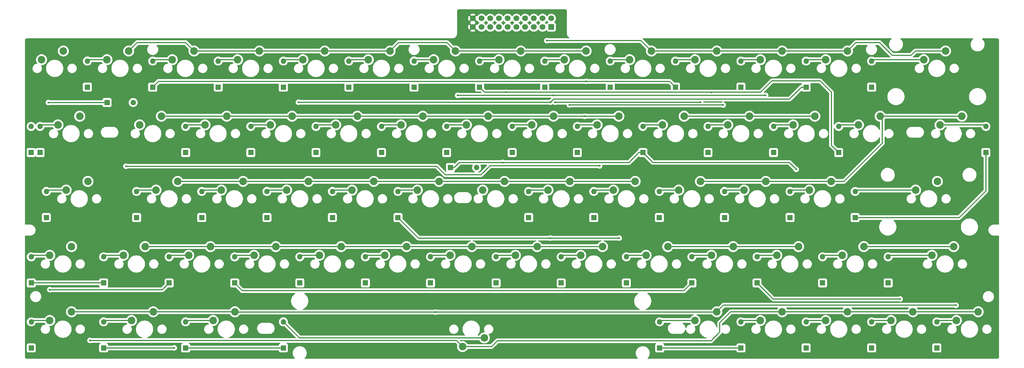
<source format=gtl>
G04 #@! TF.GenerationSoftware,KiCad,Pcbnew,(6.0.9)*
G04 #@! TF.CreationDate,2022-12-02T20:03:16-05:00*
G04 #@! TF.ProjectId,Part 7 - Keyboard Basic,50617274-2037-4202-9d20-4b6579626f61,rev?*
G04 #@! TF.SameCoordinates,Original*
G04 #@! TF.FileFunction,Copper,L1,Top*
G04 #@! TF.FilePolarity,Positive*
%FSLAX46Y46*%
G04 Gerber Fmt 4.6, Leading zero omitted, Abs format (unit mm)*
G04 Created by KiCad (PCBNEW (6.0.9)) date 2022-12-02 20:03:16*
%MOMM*%
%LPD*%
G01*
G04 APERTURE LIST*
G04 Aperture macros list*
%AMRoundRect*
0 Rectangle with rounded corners*
0 $1 Rounding radius*
0 $2 $3 $4 $5 $6 $7 $8 $9 X,Y pos of 4 corners*
0 Add a 4 corners polygon primitive as box body*
4,1,4,$2,$3,$4,$5,$6,$7,$8,$9,$2,$3,0*
0 Add four circle primitives for the rounded corners*
1,1,$1+$1,$2,$3*
1,1,$1+$1,$4,$5*
1,1,$1+$1,$6,$7*
1,1,$1+$1,$8,$9*
0 Add four rect primitives between the rounded corners*
20,1,$1+$1,$2,$3,$4,$5,0*
20,1,$1+$1,$4,$5,$6,$7,0*
20,1,$1+$1,$6,$7,$8,$9,0*
20,1,$1+$1,$8,$9,$2,$3,0*%
G04 Aperture macros list end*
G04 #@! TA.AperFunction,ComponentPad*
%ADD10R,1.600000X1.600000*%
G04 #@! TD*
G04 #@! TA.AperFunction,ComponentPad*
%ADD11O,1.600000X1.600000*%
G04 #@! TD*
G04 #@! TA.AperFunction,ComponentPad*
%ADD12C,2.200000*%
G04 #@! TD*
G04 #@! TA.AperFunction,ComponentPad*
%ADD13RoundRect,0.250000X0.600000X-0.600000X0.600000X0.600000X-0.600000X0.600000X-0.600000X-0.600000X0*%
G04 #@! TD*
G04 #@! TA.AperFunction,ComponentPad*
%ADD14C,1.700000*%
G04 #@! TD*
G04 #@! TA.AperFunction,ViaPad*
%ADD15C,0.600000*%
G04 #@! TD*
G04 #@! TA.AperFunction,Conductor*
%ADD16C,0.333000*%
G04 #@! TD*
G04 #@! TA.AperFunction,Conductor*
%ADD17C,0.330000*%
G04 #@! TD*
G04 APERTURE END LIST*
D10*
X137750000Y-122957107D03*
D11*
X137750000Y-115337107D03*
D12*
X87815000Y-55202107D03*
X81465000Y-57742107D03*
X197352500Y-93302107D03*
X191002500Y-95842107D03*
X278315000Y-55202107D03*
X271965000Y-57742107D03*
D10*
X247250000Y-65767107D03*
D11*
X247250000Y-58147107D03*
D10*
X247250000Y-141967107D03*
D11*
X247250000Y-134347107D03*
D12*
X211640000Y-74252107D03*
X205290000Y-76792107D03*
X52096250Y-112352107D03*
X45746250Y-114892107D03*
X202115000Y-55202107D03*
X195765000Y-57742107D03*
X92577000Y-112352200D03*
X86227000Y-114892200D03*
D10*
X190050000Y-65767107D03*
D11*
X190050000Y-58147107D03*
D10*
X194850000Y-122967107D03*
D11*
X194850000Y-115347107D03*
D10*
X180550000Y-84867107D03*
D11*
X180550000Y-77247107D03*
D10*
X94850000Y-65757107D03*
D11*
X94850000Y-58137107D03*
D10*
X256750000Y-84867107D03*
D11*
X256750000Y-77247107D03*
D10*
X113850000Y-141957107D03*
D11*
X113850000Y-134337107D03*
D12*
X52096250Y-131402107D03*
X45746250Y-133942107D03*
D10*
X271050000Y-122967107D03*
D11*
X271050000Y-115347107D03*
D12*
X244977000Y-112352200D03*
X238627000Y-114892200D03*
X216402500Y-93302107D03*
X210052500Y-95842107D03*
X230690000Y-74252300D03*
X224340000Y-76792300D03*
X97340000Y-74252107D03*
X90990000Y-76792107D03*
D10*
X161450000Y-84867107D03*
D11*
X161450000Y-77247107D03*
D10*
X251950000Y-122957107D03*
D11*
X251950000Y-115337107D03*
D10*
X99650000Y-122967107D03*
D11*
X99650000Y-115347107D03*
D12*
X106865000Y-55202107D03*
X100515000Y-57742107D03*
D10*
X42900000Y-84857107D03*
D11*
X42900000Y-77237107D03*
D10*
X40350000Y-122967107D03*
D11*
X40350000Y-115347107D03*
D10*
X62440000Y-70257107D03*
D11*
X70060000Y-70257107D03*
D10*
X61450000Y-122957107D03*
D11*
X61450000Y-115337107D03*
D10*
X113850000Y-65767107D03*
D11*
X113850000Y-58147107D03*
D10*
X40350000Y-141967107D03*
D11*
X40350000Y-134347107D03*
D12*
X149727000Y-112352200D03*
X143377000Y-114892200D03*
D10*
X185350000Y-103867107D03*
D11*
X185350000Y-96247107D03*
D12*
X144965000Y-55202107D03*
X138615000Y-57742107D03*
D10*
X142450000Y-84867107D03*
D11*
X142450000Y-77247107D03*
D12*
X154490000Y-74252107D03*
X148140000Y-76792107D03*
D10*
X128150000Y-103857107D03*
D11*
X128150000Y-96237107D03*
D10*
X56700000Y-65757107D03*
D11*
X56700000Y-58137107D03*
D12*
X235452500Y-93302107D03*
X229102500Y-95842107D03*
D10*
X85350000Y-141957107D03*
D11*
X85350000Y-134337107D03*
D10*
X85350000Y-84867107D03*
D11*
X85350000Y-77247107D03*
D10*
X290150000Y-122957107D03*
D11*
X290150000Y-115337107D03*
D10*
X261550000Y-103867107D03*
D11*
X261550000Y-96247107D03*
D10*
X285350000Y-65767107D03*
D11*
X285350000Y-58147107D03*
D10*
X123350000Y-84867107D03*
D11*
X123350000Y-77247107D03*
D12*
X249740000Y-74252000D03*
X243390000Y-76792000D03*
D10*
X199550000Y-84867107D03*
D11*
X199550000Y-77247107D03*
D10*
X104350000Y-84867107D03*
D11*
X104350000Y-77247107D03*
D10*
X118650000Y-122957107D03*
D11*
X118650000Y-115337107D03*
D10*
X280550000Y-103867107D03*
D11*
X280550000Y-96247107D03*
D12*
X49715000Y-55202107D03*
X43365000Y-57742107D03*
D10*
X285350000Y-141967107D03*
D11*
X285350000Y-134347107D03*
D12*
X311652500Y-74252000D03*
X305302500Y-76792000D03*
X297365000Y-131402200D03*
X291015000Y-133942200D03*
X283077000Y-112352200D03*
X276727000Y-114892200D03*
X164015000Y-55202107D03*
X157665000Y-57742107D03*
X192590000Y-74252107D03*
X186240000Y-76792107D03*
D10*
X61450000Y-141957107D03*
D11*
X61450000Y-134337107D03*
D12*
X159252500Y-93302107D03*
X152902500Y-95842107D03*
D10*
X237650000Y-84867107D03*
D11*
X237650000Y-77247107D03*
D12*
X221165000Y-55202107D03*
X214815000Y-57742107D03*
X102102500Y-93302107D03*
X95752500Y-95842107D03*
X254502500Y-93302107D03*
X248152500Y-95842107D03*
D10*
X223550000Y-141967107D03*
D11*
X223550000Y-134347107D03*
D10*
X175850000Y-122967107D03*
D11*
X175850000Y-115347107D03*
D10*
X209150000Y-65767107D03*
D11*
X209150000Y-58147107D03*
D12*
X278315000Y-131402200D03*
X271965000Y-133942200D03*
D10*
X213850000Y-122957107D03*
D11*
X213850000Y-115337107D03*
D12*
X73527000Y-112352200D03*
X67177000Y-114892200D03*
D10*
X80550000Y-122967107D03*
D11*
X80550000Y-115347107D03*
D10*
X90050000Y-103867107D03*
D11*
X90050000Y-96247107D03*
D10*
X151950000Y-65757107D03*
D11*
X151950000Y-58137107D03*
D12*
X183065000Y-55202107D03*
X176715000Y-57742107D03*
X173540000Y-74252107D03*
X167190000Y-76792107D03*
X259265000Y-55202107D03*
X252915000Y-57742107D03*
D10*
X266250000Y-65767107D03*
D11*
X266250000Y-58147107D03*
D10*
X232950000Y-122967107D03*
D11*
X232950000Y-115347107D03*
D10*
X75750000Y-65767107D03*
D11*
X75750000Y-58147107D03*
D12*
X166078500Y-141562000D03*
X172428500Y-139022000D03*
D10*
X44750000Y-103857107D03*
D11*
X44750000Y-96237107D03*
D12*
X206877000Y-112352200D03*
X200527000Y-114892200D03*
X304508750Y-93302107D03*
X298158750Y-95842107D03*
X111627000Y-112352200D03*
X105277000Y-114892200D03*
X56858750Y-93302107D03*
X50508750Y-95842107D03*
D10*
X242450000Y-103857107D03*
D11*
X242450000Y-96237107D03*
D12*
X225927000Y-112352200D03*
X219577000Y-114892200D03*
D10*
X204350000Y-103867107D03*
D11*
X204350000Y-96247107D03*
D12*
X240215000Y-55202107D03*
X233865000Y-57742107D03*
D10*
X162560000Y-89257107D03*
D11*
X170180000Y-89257107D03*
D10*
X71050000Y-103867107D03*
D11*
X71050000Y-96247107D03*
D10*
X304350000Y-141967107D03*
D11*
X304350000Y-134347107D03*
D12*
X135440000Y-74252107D03*
X129090000Y-76792107D03*
X121152500Y-93302107D03*
X114802500Y-95842107D03*
X264027000Y-112352200D03*
X257677000Y-114892200D03*
X125915000Y-55202107D03*
X119565000Y-57742107D03*
D10*
X40300000Y-84857107D03*
D11*
X40300000Y-77237107D03*
D12*
X309271300Y-112352200D03*
X302921300Y-114892200D03*
D10*
X147250000Y-103867107D03*
D11*
X147250000Y-96247107D03*
D10*
X109050000Y-103857107D03*
D11*
X109050000Y-96237107D03*
D12*
X168777000Y-112352200D03*
X162427000Y-114892200D03*
D10*
X156750000Y-122967107D03*
D11*
X156750000Y-115347107D03*
D10*
X228150000Y-65767107D03*
D11*
X228150000Y-58147107D03*
D12*
X287840000Y-74252000D03*
X281490000Y-76792000D03*
D10*
X132950000Y-65757107D03*
D11*
X132950000Y-58137107D03*
D10*
X223450000Y-103867107D03*
D11*
X223450000Y-96247107D03*
D12*
X273552400Y-93302107D03*
X267202400Y-95842107D03*
X240215000Y-131402000D03*
X233865000Y-133942000D03*
X68765000Y-55202107D03*
X62415000Y-57742107D03*
X140202500Y-93302107D03*
X133852500Y-95842107D03*
X259265000Y-131402200D03*
X252915000Y-133942200D03*
X316415000Y-131402200D03*
X310065000Y-133942200D03*
X78290000Y-74252107D03*
X71940000Y-76792107D03*
X268790000Y-74252000D03*
X262440000Y-76792000D03*
X75908750Y-131402107D03*
X69558750Y-133942107D03*
D10*
X171050000Y-65767107D03*
D11*
X171050000Y-58147107D03*
D12*
X187827000Y-112352200D03*
X181477000Y-114892200D03*
X116390000Y-74252107D03*
X110040000Y-76792107D03*
X130677000Y-112352200D03*
X124327000Y-114892200D03*
X306890000Y-55202100D03*
X300540000Y-57742100D03*
X83052500Y-93302107D03*
X76702500Y-95842107D03*
D10*
X218650000Y-84867107D03*
D11*
X218650000Y-77247107D03*
D12*
X99721250Y-131402107D03*
X93371250Y-133942107D03*
D10*
X275750000Y-84867107D03*
D11*
X275750000Y-77247107D03*
D12*
X178302500Y-93302107D03*
X171952500Y-95842107D03*
D10*
X266250000Y-141967107D03*
D11*
X266250000Y-134347107D03*
D12*
X54477500Y-74252107D03*
X48127500Y-76792107D03*
D10*
X318650000Y-84867107D03*
D11*
X318650000Y-77247107D03*
D13*
X191955000Y-48199607D03*
D14*
X191955000Y-45659607D03*
X189415000Y-48199607D03*
X189415000Y-45659607D03*
X186875000Y-48199607D03*
X186875000Y-45659607D03*
X184335000Y-48199607D03*
X184335000Y-45659607D03*
X181795000Y-48199607D03*
X181795000Y-45659607D03*
X179255000Y-48199607D03*
X179255000Y-45659607D03*
X176715000Y-48199607D03*
X176715000Y-45659607D03*
X174175000Y-48199607D03*
X174175000Y-45659607D03*
X171635000Y-48199607D03*
X171635000Y-45659607D03*
X169095000Y-48199607D03*
X169095000Y-45659607D03*
D15*
X57466000Y-139771504D03*
X190650000Y-52157107D03*
X201650000Y-74257107D03*
X193050000Y-70157107D03*
X235450000Y-70157107D03*
X309950000Y-129482107D03*
X158225000Y-131482107D03*
X202150000Y-64057107D03*
X45742751Y-124949858D03*
X191750000Y-70157107D03*
X118245000Y-70162107D03*
X177750000Y-87757107D03*
X263350000Y-89757107D03*
X238650589Y-67304289D03*
X178750000Y-67257107D03*
X164650000Y-68157107D03*
X192650000Y-68157107D03*
X254450000Y-68157107D03*
X206050000Y-88757107D03*
X67950000Y-88857107D03*
X45350000Y-70257107D03*
X82050000Y-141957107D03*
X242055000Y-70962107D03*
X197250000Y-70957107D03*
X211750000Y-109857107D03*
X191650000Y-109857107D03*
X293650000Y-127657107D03*
D16*
X57095000Y-57742107D02*
X56700000Y-58137107D01*
X62415000Y-57742107D02*
X57095000Y-57742107D01*
X76155000Y-57742107D02*
X75750000Y-58147107D01*
X81465000Y-57742107D02*
X76155000Y-57742107D01*
X95245000Y-57742107D02*
X94850000Y-58137107D01*
X100515000Y-57742107D02*
X95245000Y-57742107D01*
X114255000Y-57742107D02*
X113850000Y-58147107D01*
X119565000Y-57742107D02*
X114255000Y-57742107D01*
X244252595Y-131402200D02*
X241050000Y-134604795D01*
X259265000Y-131402200D02*
X244252595Y-131402200D01*
X166078500Y-141562000D02*
X164288004Y-139771504D01*
X164288004Y-139771504D02*
X57466000Y-139771504D01*
X241050000Y-134604795D02*
X241050000Y-137357107D01*
X278315000Y-131402200D02*
X259265000Y-131402200D01*
X241050000Y-137357107D02*
X238550000Y-139857107D01*
X176250000Y-139857107D02*
X174545107Y-141562000D01*
X316415000Y-131402200D02*
X297365000Y-131402200D01*
X238550000Y-139857107D02*
X176250000Y-139857107D01*
X297365000Y-131402200D02*
X278315000Y-131402200D01*
X174545107Y-141562000D02*
X166078500Y-141562000D01*
X138615000Y-57742107D02*
X133345000Y-57742107D01*
X133345000Y-57742107D02*
X132950000Y-58137107D01*
X152345000Y-57742107D02*
X151950000Y-58137107D01*
X157665000Y-57742107D02*
X152345000Y-57742107D01*
X176715000Y-57742107D02*
X171455000Y-57742107D01*
X171455000Y-57742107D02*
X171050000Y-58147107D01*
X195765000Y-57742107D02*
X190455000Y-57742107D01*
X190455000Y-57742107D02*
X190050000Y-58147107D01*
X214815000Y-57742107D02*
X209555000Y-57742107D01*
X209555000Y-57742107D02*
X209150000Y-58147107D01*
X228555000Y-57742107D02*
X228150000Y-58147107D01*
X233865000Y-57742107D02*
X228555000Y-57742107D01*
X247655000Y-57742107D02*
X247250000Y-58147107D01*
X252915000Y-57742107D02*
X247655000Y-57742107D01*
X147410000Y-52757107D02*
X161570000Y-52757107D01*
X87815000Y-55202107D02*
X106865000Y-55202107D01*
X68765000Y-55202107D02*
X71210000Y-52757107D01*
X71210000Y-52757107D02*
X85370000Y-52757107D01*
X144965000Y-55202107D02*
X147410000Y-52757107D01*
X183065000Y-55202107D02*
X202115000Y-55202107D01*
X164015000Y-55202107D02*
X183065000Y-55202107D01*
X161570000Y-52757107D02*
X164015000Y-55202107D01*
X125915000Y-55202107D02*
X144965000Y-55202107D01*
X106865000Y-55202107D02*
X125915000Y-55202107D01*
X85370000Y-52757107D02*
X87815000Y-55202107D01*
X287650000Y-52757107D02*
X291350000Y-56457107D01*
D17*
X190650000Y-52157107D02*
X218120000Y-52157107D01*
D16*
X291350000Y-56457107D02*
X296850000Y-56457107D01*
X221165000Y-55202107D02*
X240215000Y-55202107D01*
D17*
X218120000Y-52157107D02*
X221165000Y-55202107D01*
D16*
X298105007Y-55202100D02*
X306890000Y-55202100D01*
X278315000Y-55202107D02*
X280760000Y-52757107D01*
X280760000Y-52757107D02*
X287650000Y-52757107D01*
X230690000Y-74252300D02*
X249739700Y-74252300D01*
X240215000Y-55202107D02*
X259265000Y-55202107D01*
X296850000Y-56457107D02*
X298105007Y-55202100D01*
X249739700Y-74252300D02*
X249740000Y-74252000D01*
X249740000Y-74252000D02*
X268790000Y-74252000D01*
X259265000Y-55202107D02*
X278315000Y-55202107D01*
X116390000Y-74252107D02*
X135440000Y-74252107D01*
X78290000Y-74252107D02*
X97340000Y-74252107D01*
X154490000Y-74252107D02*
X173540000Y-74252107D01*
D17*
X192590000Y-74252107D02*
X201645000Y-74252107D01*
X201650000Y-74257107D02*
X201655000Y-74252107D01*
X201645000Y-74252107D02*
X201650000Y-74257107D01*
D16*
X135440000Y-74252107D02*
X154490000Y-74252107D01*
X97340000Y-74252107D02*
X116390000Y-74252107D01*
X173540000Y-74252107D02*
X192590000Y-74252107D01*
D17*
X201655000Y-74252107D02*
X211640000Y-74252107D01*
X193050000Y-70157107D02*
X235450000Y-70157107D01*
D16*
X254502500Y-93302107D02*
X273552400Y-93302107D01*
X287840000Y-74252000D02*
X311955107Y-74252000D01*
D17*
X273552400Y-93302107D02*
X277305000Y-93302107D01*
X288450000Y-74862000D02*
X287840000Y-74252000D01*
D16*
X244977000Y-112352200D02*
X264027000Y-112352200D01*
D17*
X288450000Y-82157107D02*
X288450000Y-74862000D01*
D16*
X225927000Y-112352200D02*
X244977000Y-112352200D01*
D17*
X277305000Y-93302107D02*
X288450000Y-82157107D01*
D16*
X235452500Y-93302107D02*
X254502500Y-93302107D01*
X178302500Y-93302107D02*
X197352500Y-93302107D01*
X121152500Y-93302107D02*
X140202500Y-93302107D01*
X140202500Y-93302107D02*
X159252500Y-93302107D01*
X83052500Y-93302107D02*
X102102500Y-93302107D01*
X102102500Y-93302107D02*
X121152500Y-93302107D01*
X197352500Y-93302107D02*
X216402500Y-93302107D01*
X159252500Y-93302107D02*
X178302500Y-93302107D01*
X168777000Y-112330107D02*
X168950000Y-112157107D01*
X187827000Y-112352200D02*
X206877000Y-112352200D01*
X149727000Y-112352200D02*
X168777000Y-112352200D01*
X92577000Y-112352200D02*
X111627000Y-112352200D01*
X111627000Y-112352200D02*
X130677000Y-112352200D01*
X130677000Y-112352200D02*
X149727000Y-112352200D01*
X168950000Y-112157107D02*
X169145093Y-112352200D01*
X73527000Y-112352200D02*
X92577000Y-112352200D01*
X168777000Y-112352200D02*
X168777000Y-112330107D01*
X169145093Y-112352200D02*
X187827000Y-112352200D01*
X158225000Y-131482107D02*
X99801250Y-131482107D01*
X240134893Y-131482107D02*
X240215000Y-131402000D01*
X240215000Y-131402000D02*
X242134893Y-129482107D01*
X253925000Y-129482107D02*
X309950000Y-129482107D01*
X158225000Y-131482107D02*
X240134893Y-131482107D01*
X99721250Y-131402107D02*
X75908750Y-131402107D01*
X309271300Y-112352200D02*
X283077000Y-112352200D01*
X99801250Y-131482107D02*
X99721250Y-131402107D01*
X242134893Y-129482107D02*
X253925000Y-129482107D01*
X75908750Y-131402107D02*
X52096250Y-131402107D01*
X271965000Y-57742107D02*
X266655000Y-57742107D01*
X266655000Y-57742107D02*
X266250000Y-58147107D01*
X285755007Y-57742100D02*
X285350000Y-58147107D01*
X300540000Y-57742100D02*
X285755007Y-57742100D01*
X219104807Y-76792300D02*
X218650000Y-77247107D01*
X224340000Y-76792300D02*
X219104807Y-76792300D01*
X238105107Y-76792000D02*
X237650000Y-77247107D01*
X243390000Y-76792000D02*
X238105107Y-76792000D01*
X262440000Y-76792000D02*
X257205107Y-76792000D01*
X257205107Y-76792000D02*
X256750000Y-77247107D01*
D17*
X202150000Y-64057107D02*
X77460000Y-64057107D01*
X47757249Y-124949858D02*
X45742751Y-124949858D01*
X228150000Y-65757107D02*
X226450000Y-64057107D01*
D16*
X78567249Y-124949858D02*
X80550000Y-122967107D01*
D17*
X228150000Y-65767107D02*
X228150000Y-65757107D01*
X226450000Y-64057107D02*
X202150000Y-64057107D01*
X77460000Y-64057107D02*
X75750000Y-65767107D01*
D16*
X48442751Y-124949858D02*
X78567249Y-124949858D01*
X47757249Y-124949858D02*
X48442751Y-124949858D01*
X85805000Y-76792107D02*
X85350000Y-77247107D01*
X90990000Y-76792107D02*
X85805000Y-76792107D01*
X264891962Y-65767107D02*
X261475981Y-69183088D01*
D17*
X192650000Y-69257107D02*
X261401962Y-69257107D01*
D16*
X266250000Y-65767107D02*
X264891962Y-65767107D01*
D17*
X191750000Y-70157107D02*
X118250000Y-70157107D01*
D16*
X113850000Y-141957107D02*
X85350000Y-141957107D01*
D17*
X118250000Y-70157107D02*
X118245000Y-70162107D01*
X191750000Y-70157107D02*
X192650000Y-69257107D01*
X261401962Y-69257107D02*
X261475981Y-69183088D01*
D16*
X104805000Y-76792107D02*
X104350000Y-77247107D01*
X110040000Y-76792107D02*
X104805000Y-76792107D01*
X218650000Y-84867107D02*
X217517000Y-84867107D01*
X221750000Y-87757107D02*
X261350000Y-87757107D01*
X214612028Y-87772079D02*
X177764972Y-87772079D01*
X261350000Y-87757107D02*
X263350000Y-89757107D01*
X217517000Y-84867107D02*
X214612028Y-87772079D01*
X165193000Y-87757107D02*
X163693000Y-89257107D01*
X163693000Y-89257107D02*
X162560000Y-89257107D01*
X177750000Y-87757107D02*
X165193000Y-87757107D01*
X177764972Y-87772079D02*
X177750000Y-87757107D01*
X218650000Y-84867107D02*
X221540000Y-87757107D01*
X221540000Y-87757107D02*
X221750000Y-87757107D01*
X273650000Y-67257107D02*
X270350000Y-63957107D01*
X178750000Y-67257107D02*
X238603407Y-67257107D01*
X238697771Y-67257107D02*
X238650589Y-67304289D01*
D17*
X273650000Y-82767107D02*
X275750000Y-84867107D01*
D16*
X252950000Y-67257107D02*
X238697771Y-67257107D01*
X171050000Y-65767107D02*
X171060000Y-65767107D01*
X270350000Y-63957107D02*
X256250000Y-63957107D01*
X172550000Y-67257107D02*
X178750000Y-67257107D01*
D17*
X273650000Y-67257107D02*
X273650000Y-82767107D01*
D16*
X256250000Y-63957107D02*
X252950000Y-67257107D01*
X171060000Y-65767107D02*
X172550000Y-67257107D01*
X238603407Y-67257107D02*
X238650589Y-67304289D01*
X280550000Y-103867107D02*
X310860000Y-103867107D01*
X318650000Y-96077107D02*
X310860000Y-103867107D01*
D17*
X168750000Y-68157107D02*
X164650000Y-68157107D01*
D16*
X318650000Y-84867107D02*
X318650000Y-96077107D01*
X197650000Y-68157107D02*
X254450000Y-68157107D01*
X168750000Y-68157107D02*
X197650000Y-68157107D01*
D17*
X158550000Y-88857107D02*
X161050000Y-91357107D01*
X174050000Y-88757107D02*
X206050000Y-88757107D01*
X171450000Y-91357107D02*
X173950000Y-88857107D01*
X67950000Y-88857107D02*
X158550000Y-88857107D01*
D16*
X45350000Y-70257107D02*
X62440000Y-70257107D01*
X40350000Y-122967107D02*
X61440000Y-122967107D01*
X61440000Y-122967107D02*
X61450000Y-122957107D01*
D17*
X173950000Y-88857107D02*
X174050000Y-88757107D01*
X161050000Y-91357107D02*
X171450000Y-91357107D01*
D16*
X61450000Y-141957107D02*
X82050000Y-141957107D01*
D17*
X99650000Y-123057107D02*
X101850000Y-125257107D01*
X197250000Y-70957107D02*
X242050000Y-70957107D01*
X101850000Y-125257107D02*
X230660000Y-125257107D01*
X242050000Y-70957107D02*
X242055000Y-70962107D01*
X99650000Y-122967107D02*
X99650000Y-123057107D01*
X230660000Y-125257107D02*
X232950000Y-122967107D01*
D16*
X211750000Y-109857107D02*
X194750000Y-109857107D01*
X256650000Y-127657107D02*
X251950000Y-122957107D01*
X293650000Y-127657107D02*
X256650000Y-127657107D01*
X247250000Y-141967107D02*
X223550000Y-141967107D01*
X194750000Y-109857107D02*
X153240000Y-109857107D01*
X153240000Y-109857107D02*
X147250000Y-103867107D01*
X123805000Y-76792107D02*
X123350000Y-77247107D01*
X129090000Y-76792107D02*
X123805000Y-76792107D01*
X142905000Y-76792107D02*
X142450000Y-77247107D01*
X148140000Y-76792107D02*
X142905000Y-76792107D01*
X161905000Y-76792107D02*
X161450000Y-77247107D01*
X167190000Y-76792107D02*
X161905000Y-76792107D01*
X186240000Y-76792107D02*
X181005000Y-76792107D01*
X181005000Y-76792107D02*
X180550000Y-77247107D01*
X205290000Y-76792107D02*
X200005000Y-76792107D01*
X200005000Y-76792107D02*
X199550000Y-77247107D01*
X214294907Y-114892200D02*
X213850000Y-115337107D01*
X219577000Y-114892200D02*
X214294907Y-114892200D01*
X223855000Y-95842107D02*
X223450000Y-96247107D01*
X229102500Y-95842107D02*
X223855000Y-95842107D01*
X233404907Y-114892200D02*
X232950000Y-115347107D01*
X238627000Y-114892200D02*
X233404907Y-114892200D01*
X242845000Y-95842107D02*
X242450000Y-96237107D01*
X248152500Y-95842107D02*
X242845000Y-95842107D01*
X257677000Y-114892200D02*
X252394907Y-114892200D01*
X252394907Y-114892200D02*
X251950000Y-115337107D01*
X261955000Y-95842107D02*
X261550000Y-96247107D01*
X267202400Y-95842107D02*
X261955000Y-95842107D01*
X276205107Y-76792000D02*
X275750000Y-77247107D01*
X281490000Y-76792000D02*
X276205107Y-76792000D01*
X305302500Y-76792000D02*
X318194893Y-76792000D01*
X318194893Y-76792000D02*
X318650000Y-77247107D01*
X71455000Y-95842107D02*
X71050000Y-96247107D01*
X76702500Y-95842107D02*
X71455000Y-95842107D01*
X90455000Y-95842107D02*
X90050000Y-96247107D01*
X95752500Y-95842107D02*
X90455000Y-95842107D01*
X114802500Y-95842107D02*
X109445000Y-95842107D01*
X109445000Y-95842107D02*
X109050000Y-96237107D01*
X133852500Y-95842107D02*
X128545000Y-95842107D01*
X128545000Y-95842107D02*
X128150000Y-96237107D01*
X147655000Y-95842107D02*
X147250000Y-96247107D01*
X152902500Y-95842107D02*
X147655000Y-95842107D01*
X191002500Y-95842107D02*
X185755000Y-95842107D01*
X185755000Y-95842107D02*
X185350000Y-96247107D01*
X204755000Y-95842107D02*
X204350000Y-96247107D01*
X210052500Y-95842107D02*
X204755000Y-95842107D01*
X67177000Y-114892200D02*
X61894907Y-114892200D01*
X61894907Y-114892200D02*
X61450000Y-115337107D01*
X86227000Y-114892200D02*
X81004907Y-114892200D01*
X81004907Y-114892200D02*
X80550000Y-115347107D01*
X105277000Y-114892200D02*
X100104907Y-114892200D01*
X100104907Y-114892200D02*
X99650000Y-115347107D01*
X119094907Y-114892200D02*
X118650000Y-115337107D01*
X124327000Y-114892200D02*
X119094907Y-114892200D01*
X143377000Y-114892200D02*
X138194907Y-114892200D01*
X138194907Y-114892200D02*
X137750000Y-115337107D01*
X162427000Y-114892200D02*
X157204907Y-114892200D01*
X157204907Y-114892200D02*
X156750000Y-115347107D01*
X176304907Y-114892200D02*
X175850000Y-115347107D01*
X181477000Y-114892200D02*
X176304907Y-114892200D01*
X195304907Y-114892200D02*
X194850000Y-115347107D01*
X200527000Y-114892200D02*
X195304907Y-114892200D01*
X43345000Y-76792107D02*
X42900000Y-77237107D01*
X48127500Y-76792107D02*
X43345000Y-76792107D01*
X50508750Y-95842107D02*
X45145000Y-95842107D01*
X45145000Y-95842107D02*
X44750000Y-96237107D01*
X172428500Y-139022000D02*
X118534893Y-139022000D01*
X118534893Y-139022000D02*
X113850000Y-134337107D01*
X247654907Y-133942200D02*
X247250000Y-134347107D01*
X252915000Y-133942200D02*
X247654907Y-133942200D01*
X271965000Y-133942200D02*
X266654907Y-133942200D01*
X266654907Y-133942200D02*
X266250000Y-134347107D01*
X285754907Y-133942200D02*
X285350000Y-134347107D01*
X291015000Y-133942200D02*
X285754907Y-133942200D01*
X310065000Y-133942200D02*
X304754907Y-133942200D01*
X304754907Y-133942200D02*
X304350000Y-134347107D01*
X45746250Y-114892107D02*
X40805000Y-114892107D01*
X40805000Y-114892107D02*
X40350000Y-115347107D01*
X45746250Y-133942107D02*
X40755000Y-133942107D01*
X40755000Y-133942107D02*
X40350000Y-134347107D01*
X69558750Y-133942107D02*
X61845000Y-133942107D01*
X61845000Y-133942107D02*
X61450000Y-134337107D01*
X93371250Y-133942107D02*
X85745000Y-133942107D01*
X85745000Y-133942107D02*
X85350000Y-134337107D01*
X223955107Y-133942000D02*
X223550000Y-134347107D01*
X233865000Y-133942000D02*
X223955107Y-133942000D01*
X271504907Y-114892200D02*
X271050000Y-115347107D01*
X276727000Y-114892200D02*
X271504907Y-114892200D01*
X290594907Y-114892200D02*
X290150000Y-115337107D01*
X302921300Y-114892200D02*
X290594907Y-114892200D01*
X280955000Y-95842107D02*
X280550000Y-96247107D01*
X298158750Y-95842107D02*
X280955000Y-95842107D01*
G04 #@! TA.AperFunction,Conductor*
G36*
X195970018Y-43010000D02*
G01*
X195984852Y-43012310D01*
X195984855Y-43012310D01*
X195993724Y-43013691D01*
X196002626Y-43012527D01*
X196002750Y-43012511D01*
X196033192Y-43012240D01*
X196040621Y-43013077D01*
X196095264Y-43019234D01*
X196122771Y-43025513D01*
X196199853Y-43052485D01*
X196225274Y-43064727D01*
X196294426Y-43108178D01*
X196316485Y-43125770D01*
X196374230Y-43183515D01*
X196391822Y-43205574D01*
X196435273Y-43274726D01*
X196447515Y-43300147D01*
X196474487Y-43377228D01*
X196480766Y-43404736D01*
X196487018Y-43460226D01*
X196486923Y-43475868D01*
X196487800Y-43475879D01*
X196487690Y-43484851D01*
X196486309Y-43493724D01*
X196487473Y-43502626D01*
X196487473Y-43502628D01*
X196490436Y-43525283D01*
X196491500Y-43541621D01*
X196491500Y-49950633D01*
X196490000Y-49970018D01*
X196487690Y-49984851D01*
X196487690Y-49984855D01*
X196486309Y-49993724D01*
X196487792Y-50005062D01*
X196488535Y-50012406D01*
X196503041Y-50215230D01*
X196548908Y-50426079D01*
X196550480Y-50430294D01*
X196550481Y-50430297D01*
X196572343Y-50488910D01*
X196624315Y-50628254D01*
X196727728Y-50817640D01*
X196857040Y-50990381D01*
X197009619Y-51142960D01*
X197013215Y-51145652D01*
X197013222Y-51145658D01*
X197161610Y-51256739D01*
X197204157Y-51313574D01*
X197209222Y-51384390D01*
X197175196Y-51446702D01*
X197112884Y-51480728D01*
X197086101Y-51483607D01*
X191134308Y-51483607D01*
X191066796Y-51463994D01*
X191006666Y-51425834D01*
X190977463Y-51415435D01*
X190842425Y-51367350D01*
X190842420Y-51367349D01*
X190835790Y-51364988D01*
X190828802Y-51364155D01*
X190828799Y-51364154D01*
X190705698Y-51349475D01*
X190655680Y-51343511D01*
X190648677Y-51344247D01*
X190648676Y-51344247D01*
X190482288Y-51361735D01*
X190482286Y-51361736D01*
X190475288Y-51362471D01*
X190303579Y-51420925D01*
X190261679Y-51446702D01*
X190155095Y-51512273D01*
X190155092Y-51512275D01*
X190149088Y-51515969D01*
X190144053Y-51520900D01*
X190144050Y-51520902D01*
X190029635Y-51632946D01*
X190019493Y-51642878D01*
X189921235Y-51795345D01*
X189918826Y-51801965D01*
X189918824Y-51801968D01*
X189861606Y-51959173D01*
X189859197Y-51965792D01*
X189836463Y-52145747D01*
X189854163Y-52326267D01*
X189911418Y-52498380D01*
X190005380Y-52653531D01*
X190131382Y-52784009D01*
X190137278Y-52787867D01*
X190233158Y-52850609D01*
X190283159Y-52883329D01*
X190289763Y-52885785D01*
X190289765Y-52885786D01*
X190446558Y-52944097D01*
X190446560Y-52944097D01*
X190453168Y-52946555D01*
X190536995Y-52957740D01*
X190625980Y-52969614D01*
X190625984Y-52969614D01*
X190632961Y-52970545D01*
X190639972Y-52969907D01*
X190639976Y-52969907D01*
X190782459Y-52956939D01*
X190813600Y-52954105D01*
X190820302Y-52951927D01*
X190820304Y-52951927D01*
X190979409Y-52900231D01*
X190979412Y-52900230D01*
X190986108Y-52898054D01*
X191069440Y-52848378D01*
X191133958Y-52830607D01*
X217788837Y-52830607D01*
X217856958Y-52850609D01*
X217877932Y-52867512D01*
X219596753Y-54586333D01*
X219630779Y-54648645D01*
X219630177Y-54704841D01*
X219606475Y-54803569D01*
X219575261Y-54933586D01*
X219571391Y-54949704D01*
X219551526Y-55202107D01*
X219571391Y-55454510D01*
X219572545Y-55459316D01*
X219572546Y-55459323D01*
X219610179Y-55616075D01*
X219630495Y-55700698D01*
X219632388Y-55705269D01*
X219632389Y-55705271D01*
X219718850Y-55914005D01*
X219727384Y-55934609D01*
X219859672Y-56150483D01*
X220024102Y-56343005D01*
X220216624Y-56507435D01*
X220432498Y-56639723D01*
X220437068Y-56641616D01*
X220437072Y-56641618D01*
X220661836Y-56734718D01*
X220666409Y-56736612D01*
X220751032Y-56756928D01*
X220907784Y-56794561D01*
X220907790Y-56794562D01*
X220912597Y-56795716D01*
X221165000Y-56815581D01*
X221417403Y-56795716D01*
X221422210Y-56794562D01*
X221422216Y-56794561D01*
X221578968Y-56756928D01*
X221663591Y-56736612D01*
X221668164Y-56734718D01*
X221892928Y-56641618D01*
X221892932Y-56641616D01*
X221897502Y-56639723D01*
X222113376Y-56507435D01*
X222305898Y-56343005D01*
X222470328Y-56150483D01*
X222600984Y-55937272D01*
X222653632Y-55889641D01*
X222708417Y-55877107D01*
X233854021Y-55877107D01*
X233859760Y-55878792D01*
X233875979Y-55877107D01*
X238671583Y-55877107D01*
X238739704Y-55897109D01*
X238779016Y-55937272D01*
X238909672Y-56150483D01*
X239074102Y-56343005D01*
X239266624Y-56507435D01*
X239482498Y-56639723D01*
X239487068Y-56641616D01*
X239487072Y-56641618D01*
X239711836Y-56734718D01*
X239716409Y-56736612D01*
X239801032Y-56756928D01*
X239957784Y-56794561D01*
X239957790Y-56794562D01*
X239962597Y-56795716D01*
X240215000Y-56815581D01*
X240467403Y-56795716D01*
X240472210Y-56794562D01*
X240472216Y-56794561D01*
X240628968Y-56756928D01*
X240713591Y-56736612D01*
X240718164Y-56734718D01*
X240942928Y-56641618D01*
X240942932Y-56641616D01*
X240947502Y-56639723D01*
X241163376Y-56507435D01*
X241355898Y-56343005D01*
X241520328Y-56150483D01*
X241650984Y-55937272D01*
X241703632Y-55889641D01*
X241758417Y-55877107D01*
X252904021Y-55877107D01*
X252909760Y-55878792D01*
X252925979Y-55877107D01*
X257721583Y-55877107D01*
X257789704Y-55897109D01*
X257829016Y-55937272D01*
X257959672Y-56150483D01*
X258124102Y-56343005D01*
X258316624Y-56507435D01*
X258532498Y-56639723D01*
X258537068Y-56641616D01*
X258537072Y-56641618D01*
X258761836Y-56734718D01*
X258766409Y-56736612D01*
X258851032Y-56756928D01*
X259007784Y-56794561D01*
X259007790Y-56794562D01*
X259012597Y-56795716D01*
X259265000Y-56815581D01*
X259517403Y-56795716D01*
X259522210Y-56794562D01*
X259522216Y-56794561D01*
X259678968Y-56756928D01*
X259763591Y-56736612D01*
X259768164Y-56734718D01*
X259992928Y-56641618D01*
X259992932Y-56641616D01*
X259997502Y-56639723D01*
X260213376Y-56507435D01*
X260405898Y-56343005D01*
X260570328Y-56150483D01*
X260700984Y-55937272D01*
X260753632Y-55889641D01*
X260808417Y-55877107D01*
X271954021Y-55877107D01*
X271959760Y-55878792D01*
X271975979Y-55877107D01*
X276771583Y-55877107D01*
X276839704Y-55897109D01*
X276879016Y-55937272D01*
X277009672Y-56150483D01*
X277174102Y-56343005D01*
X277366624Y-56507435D01*
X277582498Y-56639723D01*
X277587068Y-56641616D01*
X277587072Y-56641618D01*
X277811836Y-56734718D01*
X277816409Y-56736612D01*
X277901032Y-56756928D01*
X278057784Y-56794561D01*
X278057790Y-56794562D01*
X278062597Y-56795716D01*
X278315000Y-56815581D01*
X278567403Y-56795716D01*
X278572210Y-56794562D01*
X278572216Y-56794561D01*
X278728968Y-56756928D01*
X278813591Y-56736612D01*
X278818164Y-56734718D01*
X279042928Y-56641618D01*
X279042932Y-56641616D01*
X279047502Y-56639723D01*
X279263376Y-56507435D01*
X279455898Y-56343005D01*
X279620328Y-56150483D01*
X279752616Y-55934609D01*
X279761151Y-55914005D01*
X279847611Y-55705271D01*
X279847612Y-55705269D01*
X279849505Y-55700698D01*
X279869821Y-55616075D01*
X279907454Y-55459323D01*
X279907455Y-55459316D01*
X279908609Y-55454510D01*
X279928474Y-55202107D01*
X279908609Y-54949704D01*
X279904740Y-54933586D01*
X279850660Y-54708328D01*
X279850234Y-54706553D01*
X279853781Y-54635645D01*
X279883658Y-54588044D01*
X281002690Y-53469012D01*
X281065002Y-53434986D01*
X281091785Y-53432107D01*
X284043024Y-53432107D01*
X284111145Y-53452109D01*
X284157638Y-53505765D01*
X284167742Y-53576039D01*
X284138835Y-53639938D01*
X284115317Y-53667474D01*
X283994672Y-53808731D01*
X283862384Y-54024605D01*
X283860491Y-54029175D01*
X283860489Y-54029179D01*
X283771154Y-54244853D01*
X283765495Y-54258516D01*
X283755216Y-54301333D01*
X283715457Y-54466942D01*
X283706391Y-54504704D01*
X283686526Y-54757107D01*
X283706391Y-55009510D01*
X283707545Y-55014317D01*
X283707546Y-55014323D01*
X283723784Y-55081959D01*
X283765495Y-55255698D01*
X283767388Y-55260269D01*
X283767389Y-55260271D01*
X283847846Y-55454510D01*
X283862384Y-55489609D01*
X283994672Y-55705483D01*
X284138960Y-55874422D01*
X284142687Y-55878785D01*
X284159102Y-55898005D01*
X284162858Y-55901213D01*
X284182685Y-55918147D01*
X284351624Y-56062435D01*
X284567498Y-56194723D01*
X284572068Y-56196616D01*
X284572072Y-56196618D01*
X284796836Y-56289718D01*
X284801409Y-56291612D01*
X284865797Y-56307070D01*
X285042784Y-56349561D01*
X285042790Y-56349562D01*
X285047597Y-56350716D01*
X285300000Y-56370581D01*
X285552403Y-56350716D01*
X285557210Y-56349562D01*
X285557216Y-56349561D01*
X285734203Y-56307070D01*
X285798591Y-56291612D01*
X285803164Y-56289718D01*
X286027928Y-56196618D01*
X286027932Y-56196616D01*
X286032502Y-56194723D01*
X286248376Y-56062435D01*
X286417315Y-55918147D01*
X286437142Y-55901213D01*
X286440898Y-55898005D01*
X286457314Y-55878785D01*
X286461040Y-55874422D01*
X286605328Y-55705483D01*
X286737616Y-55489609D01*
X286752155Y-55454510D01*
X286832611Y-55260271D01*
X286832612Y-55260269D01*
X286834505Y-55255698D01*
X286876216Y-55081959D01*
X286892454Y-55014323D01*
X286892455Y-55014317D01*
X286893609Y-55009510D01*
X286913474Y-54757107D01*
X286893609Y-54504704D01*
X286884544Y-54466942D01*
X286844784Y-54301333D01*
X286834505Y-54258516D01*
X286828846Y-54244853D01*
X286739511Y-54029179D01*
X286739509Y-54029175D01*
X286737616Y-54024605D01*
X286605328Y-53808731D01*
X286484683Y-53667474D01*
X286461165Y-53639938D01*
X286432134Y-53575148D01*
X286442739Y-53504948D01*
X286489614Y-53451625D01*
X286556976Y-53432107D01*
X287318215Y-53432107D01*
X287386336Y-53452109D01*
X287407310Y-53469012D01*
X290790303Y-56852005D01*
X290824329Y-56914317D01*
X290819264Y-56985132D01*
X290776717Y-57041968D01*
X290710197Y-57066779D01*
X290701208Y-57067100D01*
X286128618Y-57067100D01*
X286056347Y-57044313D01*
X286013301Y-57014172D01*
X286006749Y-57009584D01*
X286001767Y-57007261D01*
X286001762Y-57007258D01*
X285804225Y-56915146D01*
X285804224Y-56915146D01*
X285799243Y-56912823D01*
X285793935Y-56911401D01*
X285793933Y-56911400D01*
X285583402Y-56854988D01*
X285583400Y-56854988D01*
X285578087Y-56853564D01*
X285350000Y-56833609D01*
X285121913Y-56853564D01*
X285116600Y-56854988D01*
X285116598Y-56854988D01*
X284906067Y-56911400D01*
X284906065Y-56911401D01*
X284900757Y-56912823D01*
X284895776Y-56915146D01*
X284895775Y-56915146D01*
X284698238Y-57007258D01*
X284698233Y-57007261D01*
X284693251Y-57009584D01*
X284629010Y-57054566D01*
X284510211Y-57137750D01*
X284510208Y-57137752D01*
X284505700Y-57140909D01*
X284343802Y-57302807D01*
X284212477Y-57490358D01*
X284210154Y-57495340D01*
X284210151Y-57495345D01*
X284122702Y-57682882D01*
X284115716Y-57697864D01*
X284114294Y-57703172D01*
X284114293Y-57703174D01*
X284057881Y-57913705D01*
X284056457Y-57919020D01*
X284036502Y-58147107D01*
X284056457Y-58375194D01*
X284057881Y-58380507D01*
X284057881Y-58380509D01*
X284111614Y-58581040D01*
X284115716Y-58596350D01*
X284118039Y-58601331D01*
X284118039Y-58601332D01*
X284210151Y-58798869D01*
X284210154Y-58798874D01*
X284212477Y-58803856D01*
X284215634Y-58808364D01*
X284339529Y-58985304D01*
X284343802Y-58991407D01*
X284505700Y-59153305D01*
X284510208Y-59156462D01*
X284510211Y-59156464D01*
X284546125Y-59181611D01*
X284693251Y-59284630D01*
X284698233Y-59286953D01*
X284698238Y-59286956D01*
X284895775Y-59379068D01*
X284900757Y-59381391D01*
X284906065Y-59382813D01*
X284906067Y-59382814D01*
X285116598Y-59439226D01*
X285116600Y-59439226D01*
X285121913Y-59440650D01*
X285350000Y-59460605D01*
X285578087Y-59440650D01*
X285583400Y-59439226D01*
X285583402Y-59439226D01*
X285793933Y-59382814D01*
X285793935Y-59382813D01*
X285799243Y-59381391D01*
X285804225Y-59379068D01*
X286001762Y-59286956D01*
X286001767Y-59286953D01*
X286006749Y-59284630D01*
X286153875Y-59181611D01*
X286189789Y-59156464D01*
X286189792Y-59156462D01*
X286194300Y-59153305D01*
X286356198Y-58991407D01*
X286360472Y-58985304D01*
X286484366Y-58808364D01*
X286487523Y-58803856D01*
X286489846Y-58798874D01*
X286489849Y-58798869D01*
X286581961Y-58601332D01*
X286581961Y-58601331D01*
X286584284Y-58596350D01*
X286586964Y-58586350D01*
X286592166Y-58566935D01*
X286607291Y-58510488D01*
X286644241Y-58449866D01*
X286708102Y-58418845D01*
X286728997Y-58417100D01*
X298996583Y-58417100D01*
X299064704Y-58437102D01*
X299104016Y-58477265D01*
X299234672Y-58690476D01*
X299237879Y-58694231D01*
X299237882Y-58694235D01*
X299259404Y-58719433D01*
X299288435Y-58784222D01*
X299277830Y-58854422D01*
X299230956Y-58907745D01*
X299174247Y-58926813D01*
X299129350Y-58930622D01*
X299045591Y-58937729D01*
X299045587Y-58937730D01*
X299040280Y-58938180D01*
X299035125Y-58939518D01*
X299035119Y-58939519D01*
X298822297Y-58994757D01*
X298822293Y-58994758D01*
X298817128Y-58996099D01*
X298812262Y-58998291D01*
X298812259Y-58998292D01*
X298697449Y-59050010D01*
X298606925Y-59090788D01*
X298415681Y-59219541D01*
X298248865Y-59378676D01*
X298111246Y-59563642D01*
X298108830Y-59568393D01*
X298108828Y-59568397D01*
X298059003Y-59666396D01*
X298006760Y-59769151D01*
X298005178Y-59774245D01*
X298005177Y-59774248D01*
X297967516Y-59895535D01*
X297938393Y-59989327D01*
X297937692Y-59994616D01*
X297922303Y-60110730D01*
X297908102Y-60217874D01*
X297916751Y-60448258D01*
X297917846Y-60453477D01*
X297940422Y-60561075D01*
X297964093Y-60673891D01*
X297966051Y-60678850D01*
X297966052Y-60678852D01*
X298013822Y-60799811D01*
X298048776Y-60888321D01*
X298051543Y-60892880D01*
X298051544Y-60892883D01*
X298113998Y-60995803D01*
X298168377Y-61085417D01*
X298171874Y-61089447D01*
X298258444Y-61189210D01*
X298319477Y-61259545D01*
X298361030Y-61293616D01*
X298493627Y-61402340D01*
X298493633Y-61402344D01*
X298497755Y-61405724D01*
X298502391Y-61408363D01*
X298502394Y-61408365D01*
X298611422Y-61470427D01*
X298698114Y-61519775D01*
X298914825Y-61598437D01*
X298920074Y-61599386D01*
X298920077Y-61599387D01*
X299137608Y-61638723D01*
X299137615Y-61638724D01*
X299141692Y-61639461D01*
X299159414Y-61640297D01*
X299164356Y-61640530D01*
X299164363Y-61640530D01*
X299165844Y-61640600D01*
X299327890Y-61640600D01*
X299394809Y-61634922D01*
X299494409Y-61626471D01*
X299494413Y-61626470D01*
X299499720Y-61626020D01*
X299504875Y-61624682D01*
X299504881Y-61624681D01*
X299717703Y-61569443D01*
X299717707Y-61569442D01*
X299722872Y-61568101D01*
X299727738Y-61565909D01*
X299727741Y-61565908D01*
X299874629Y-61499740D01*
X299933075Y-61473412D01*
X300124319Y-61344659D01*
X300291135Y-61185524D01*
X300428754Y-61000558D01*
X300533240Y-60795049D01*
X300545081Y-60756917D01*
X300600024Y-60579971D01*
X300601607Y-60574873D01*
X300617696Y-60453484D01*
X300619494Y-60439921D01*
X301841500Y-60439921D01*
X301881060Y-60753075D01*
X301959557Y-61058802D01*
X301961010Y-61062471D01*
X301961010Y-61062472D01*
X302073919Y-61347646D01*
X302075753Y-61352279D01*
X302077659Y-61355747D01*
X302077660Y-61355748D01*
X302211603Y-61599387D01*
X302227816Y-61628879D01*
X302413346Y-61884240D01*
X302629418Y-62114333D01*
X302632469Y-62116857D01*
X302632470Y-62116858D01*
X302751022Y-62214933D01*
X302872625Y-62315532D01*
X303139131Y-62484662D01*
X303142710Y-62486346D01*
X303142717Y-62486350D01*
X303421144Y-62617367D01*
X303421148Y-62617369D01*
X303424734Y-62619056D01*
X303724928Y-62716595D01*
X304034980Y-62775741D01*
X304271162Y-62790600D01*
X304428838Y-62790600D01*
X304665020Y-62775741D01*
X304975072Y-62716595D01*
X305275266Y-62619056D01*
X305278852Y-62617369D01*
X305278856Y-62617367D01*
X305557283Y-62486350D01*
X305557290Y-62486346D01*
X305560869Y-62484662D01*
X305827375Y-62315532D01*
X305948978Y-62214933D01*
X306067530Y-62116858D01*
X306067531Y-62116857D01*
X306070582Y-62114333D01*
X306286654Y-61884240D01*
X306472184Y-61628879D01*
X306488398Y-61599387D01*
X306622340Y-61355748D01*
X306622341Y-61355747D01*
X306624247Y-61352279D01*
X306626082Y-61347646D01*
X306738990Y-61062472D01*
X306738990Y-61062471D01*
X306740443Y-61058802D01*
X306818940Y-60753075D01*
X306858500Y-60439921D01*
X306858500Y-60217874D01*
X308068102Y-60217874D01*
X308076751Y-60448258D01*
X308077846Y-60453477D01*
X308100422Y-60561075D01*
X308124093Y-60673891D01*
X308126051Y-60678850D01*
X308126052Y-60678852D01*
X308173822Y-60799811D01*
X308208776Y-60888321D01*
X308211543Y-60892880D01*
X308211544Y-60892883D01*
X308273998Y-60995803D01*
X308328377Y-61085417D01*
X308331874Y-61089447D01*
X308418444Y-61189210D01*
X308479477Y-61259545D01*
X308521030Y-61293616D01*
X308653627Y-61402340D01*
X308653633Y-61402344D01*
X308657755Y-61405724D01*
X308662391Y-61408363D01*
X308662394Y-61408365D01*
X308771422Y-61470427D01*
X308858114Y-61519775D01*
X309074825Y-61598437D01*
X309080074Y-61599386D01*
X309080077Y-61599387D01*
X309297608Y-61638723D01*
X309297615Y-61638724D01*
X309301692Y-61639461D01*
X309319414Y-61640297D01*
X309324356Y-61640530D01*
X309324363Y-61640530D01*
X309325844Y-61640600D01*
X309487890Y-61640600D01*
X309554809Y-61634922D01*
X309654409Y-61626471D01*
X309654413Y-61626470D01*
X309659720Y-61626020D01*
X309664875Y-61624682D01*
X309664881Y-61624681D01*
X309877703Y-61569443D01*
X309877707Y-61569442D01*
X309882872Y-61568101D01*
X309887738Y-61565909D01*
X309887741Y-61565908D01*
X310034629Y-61499740D01*
X310093075Y-61473412D01*
X310284319Y-61344659D01*
X310451135Y-61185524D01*
X310588754Y-61000558D01*
X310693240Y-60795049D01*
X310705081Y-60756917D01*
X310760024Y-60579971D01*
X310761607Y-60574873D01*
X310777696Y-60453484D01*
X310791198Y-60351611D01*
X310791198Y-60351606D01*
X310791898Y-60346326D01*
X310783249Y-60115942D01*
X310735907Y-59890309D01*
X310706190Y-59815061D01*
X310653185Y-59680844D01*
X310653184Y-59680842D01*
X310651224Y-59675879D01*
X310586007Y-59568404D01*
X310534390Y-59483343D01*
X310531623Y-59478783D01*
X310515433Y-59460126D01*
X310384023Y-59308688D01*
X310384021Y-59308686D01*
X310380523Y-59304655D01*
X310281217Y-59223229D01*
X310206373Y-59161860D01*
X310206367Y-59161856D01*
X310202245Y-59158476D01*
X310197609Y-59155837D01*
X310197606Y-59155835D01*
X310007174Y-59047435D01*
X310001886Y-59044425D01*
X309785175Y-58965763D01*
X309779926Y-58964814D01*
X309779923Y-58964813D01*
X309562392Y-58925477D01*
X309562385Y-58925476D01*
X309558308Y-58924739D01*
X309540586Y-58923903D01*
X309535644Y-58923670D01*
X309535637Y-58923670D01*
X309534156Y-58923600D01*
X309372110Y-58923600D01*
X309305191Y-58929278D01*
X309205591Y-58937729D01*
X309205587Y-58937730D01*
X309200280Y-58938180D01*
X309195125Y-58939518D01*
X309195119Y-58939519D01*
X308982297Y-58994757D01*
X308982293Y-58994758D01*
X308977128Y-58996099D01*
X308972262Y-58998291D01*
X308972259Y-58998292D01*
X308857449Y-59050010D01*
X308766925Y-59090788D01*
X308575681Y-59219541D01*
X308408865Y-59378676D01*
X308271246Y-59563642D01*
X308268830Y-59568393D01*
X308268828Y-59568397D01*
X308219003Y-59666396D01*
X308166760Y-59769151D01*
X308165178Y-59774245D01*
X308165177Y-59774248D01*
X308127516Y-59895535D01*
X308098393Y-59989327D01*
X308097692Y-59994616D01*
X308082303Y-60110730D01*
X308068102Y-60217874D01*
X306858500Y-60217874D01*
X306858500Y-60124279D01*
X306818940Y-59811125D01*
X306740443Y-59505398D01*
X306714997Y-59441129D01*
X306625702Y-59215595D01*
X306625700Y-59215590D01*
X306624247Y-59211921D01*
X306605124Y-59177137D01*
X306474093Y-58938793D01*
X306474091Y-58938790D01*
X306472184Y-58935321D01*
X306315333Y-58719433D01*
X306288982Y-58683164D01*
X306288981Y-58683162D01*
X306286654Y-58679960D01*
X306096317Y-58477272D01*
X306073297Y-58452758D01*
X306073296Y-58452757D01*
X306070582Y-58449867D01*
X306033092Y-58418852D01*
X305948979Y-58349268D01*
X305827375Y-58248668D01*
X305560869Y-58079538D01*
X305557290Y-58077854D01*
X305557283Y-58077850D01*
X305278856Y-57946833D01*
X305278852Y-57946831D01*
X305275266Y-57945144D01*
X304975072Y-57847605D01*
X304665020Y-57788459D01*
X304428838Y-57773600D01*
X304271162Y-57773600D01*
X304034980Y-57788459D01*
X303724928Y-57847605D01*
X303424734Y-57945144D01*
X303421148Y-57946831D01*
X303421144Y-57946833D01*
X303142717Y-58077850D01*
X303142710Y-58077854D01*
X303139131Y-58079538D01*
X302872625Y-58248668D01*
X302751021Y-58349268D01*
X302666909Y-58418852D01*
X302629418Y-58449867D01*
X302626704Y-58452757D01*
X302626703Y-58452758D01*
X302603683Y-58477272D01*
X302413346Y-58679960D01*
X302411019Y-58683162D01*
X302411018Y-58683164D01*
X302384667Y-58719433D01*
X302227816Y-58935321D01*
X302225909Y-58938790D01*
X302225907Y-58938793D01*
X302094876Y-59177137D01*
X302075753Y-59211921D01*
X302074300Y-59215590D01*
X302074298Y-59215595D01*
X301985003Y-59441129D01*
X301959557Y-59505398D01*
X301881060Y-59811125D01*
X301841500Y-60124279D01*
X301841500Y-60439921D01*
X300619494Y-60439921D01*
X300631198Y-60351611D01*
X300631198Y-60351606D01*
X300631898Y-60346326D01*
X300623249Y-60115942D01*
X300575907Y-59890309D01*
X300546190Y-59815061D01*
X300493185Y-59680844D01*
X300493184Y-59680842D01*
X300491224Y-59675879D01*
X300412261Y-59545753D01*
X300394023Y-59477141D01*
X300415774Y-59409559D01*
X300470610Y-59364464D01*
X300529861Y-59354777D01*
X300535061Y-59355186D01*
X300535070Y-59355186D01*
X300540000Y-59355574D01*
X300792403Y-59335709D01*
X300797210Y-59334555D01*
X300797216Y-59334554D01*
X300953968Y-59296921D01*
X301038591Y-59276605D01*
X301043164Y-59274711D01*
X301267928Y-59181611D01*
X301267932Y-59181609D01*
X301272502Y-59179716D01*
X301488376Y-59047428D01*
X301680898Y-58882998D01*
X301845328Y-58690476D01*
X301977616Y-58474602D01*
X301986662Y-58452765D01*
X302072611Y-58245264D01*
X302072612Y-58245262D01*
X302074505Y-58240691D01*
X302100688Y-58131632D01*
X302132454Y-57999316D01*
X302132455Y-57999310D01*
X302133609Y-57994503D01*
X302153474Y-57742100D01*
X302133609Y-57489697D01*
X302074505Y-57243509D01*
X302032007Y-57140909D01*
X301979511Y-57014172D01*
X301979509Y-57014168D01*
X301977616Y-57009598D01*
X301845328Y-56793724D01*
X301680898Y-56601202D01*
X301488376Y-56436772D01*
X301272502Y-56304484D01*
X301267932Y-56302591D01*
X301267928Y-56302589D01*
X301043164Y-56209489D01*
X301043162Y-56209488D01*
X301038591Y-56207595D01*
X300953968Y-56187279D01*
X300797216Y-56149646D01*
X300797210Y-56149645D01*
X300792403Y-56148491D01*
X300541093Y-56128712D01*
X300540381Y-56128441D01*
X300538907Y-56128712D01*
X300287597Y-56148491D01*
X300282790Y-56149645D01*
X300282784Y-56149646D01*
X300126032Y-56187279D01*
X300041409Y-56207595D01*
X300036838Y-56209488D01*
X300036836Y-56209489D01*
X299812072Y-56302589D01*
X299812068Y-56302591D01*
X299807498Y-56304484D01*
X299591624Y-56436772D01*
X299399102Y-56601202D01*
X299234672Y-56793724D01*
X299109946Y-56997258D01*
X299104016Y-57006935D01*
X299051368Y-57054566D01*
X298996583Y-57067100D01*
X297498792Y-57067100D01*
X297430671Y-57047098D01*
X297384178Y-56993442D01*
X297374074Y-56923168D01*
X297403568Y-56858588D01*
X297409683Y-56852019D01*
X298347697Y-55914004D01*
X298410008Y-55879980D01*
X298436791Y-55877100D01*
X300529021Y-55877100D01*
X300534760Y-55878785D01*
X300550979Y-55877100D01*
X305346583Y-55877100D01*
X305414704Y-55897102D01*
X305454016Y-55937265D01*
X305584672Y-56150476D01*
X305749102Y-56342998D01*
X305941624Y-56507428D01*
X306157498Y-56639716D01*
X306162068Y-56641609D01*
X306162072Y-56641611D01*
X306386836Y-56734711D01*
X306391409Y-56736605D01*
X306476032Y-56756921D01*
X306632784Y-56794554D01*
X306632790Y-56794555D01*
X306637597Y-56795709D01*
X306890000Y-56815574D01*
X307142403Y-56795709D01*
X307147210Y-56794555D01*
X307147216Y-56794554D01*
X307303968Y-56756921D01*
X307388591Y-56736605D01*
X307393164Y-56734711D01*
X307617928Y-56641611D01*
X307617932Y-56641609D01*
X307622502Y-56639716D01*
X307838376Y-56507428D01*
X308030898Y-56342998D01*
X308195328Y-56150476D01*
X308327616Y-55934602D01*
X308341447Y-55901213D01*
X308422611Y-55705264D01*
X308422612Y-55705262D01*
X308424505Y-55700691D01*
X308483609Y-55454503D01*
X308503474Y-55202100D01*
X308483609Y-54949697D01*
X308479742Y-54933586D01*
X308425660Y-54708321D01*
X308424505Y-54703509D01*
X308404746Y-54655806D01*
X308329511Y-54474172D01*
X308329509Y-54474168D01*
X308327616Y-54469598D01*
X308195328Y-54253724D01*
X308030898Y-54061202D01*
X308012775Y-54045723D01*
X307856230Y-53912021D01*
X307838376Y-53896772D01*
X307622502Y-53764484D01*
X307617932Y-53762591D01*
X307617928Y-53762589D01*
X307393164Y-53669489D01*
X307393162Y-53669488D01*
X307388591Y-53667595D01*
X307275094Y-53640347D01*
X307147216Y-53609646D01*
X307147210Y-53609645D01*
X307142403Y-53608491D01*
X306890000Y-53588626D01*
X306637597Y-53608491D01*
X306632790Y-53609645D01*
X306632784Y-53609646D01*
X306504906Y-53640347D01*
X306391409Y-53667595D01*
X306386838Y-53669488D01*
X306386836Y-53669489D01*
X306162072Y-53762589D01*
X306162068Y-53762591D01*
X306157498Y-53764484D01*
X305941624Y-53896772D01*
X305923770Y-53912021D01*
X305767226Y-54045723D01*
X305749102Y-54061202D01*
X305584672Y-54253724D01*
X305532505Y-54338853D01*
X305454016Y-54466935D01*
X305401368Y-54514566D01*
X305346583Y-54527100D01*
X298132764Y-54527100D01*
X298124194Y-54526808D01*
X298076997Y-54523590D01*
X298076993Y-54523590D01*
X298069421Y-54523074D01*
X298061944Y-54524379D01*
X298061943Y-54524379D01*
X298048026Y-54526808D01*
X298009604Y-54533514D01*
X298003125Y-54534471D01*
X297942814Y-54541769D01*
X297935708Y-54544454D01*
X297930029Y-54545849D01*
X297921574Y-54548162D01*
X297915957Y-54549858D01*
X297908478Y-54551163D01*
X297901527Y-54554214D01*
X297901521Y-54554216D01*
X297852883Y-54575567D01*
X297846787Y-54578055D01*
X297824880Y-54586333D01*
X297797092Y-54596833D01*
X297797089Y-54596835D01*
X297789985Y-54599519D01*
X297783723Y-54603823D01*
X297778496Y-54606556D01*
X297770896Y-54610786D01*
X297765839Y-54613776D01*
X297758880Y-54616831D01*
X297752853Y-54621456D01*
X297710694Y-54653806D01*
X297705366Y-54657677D01*
X297655343Y-54692056D01*
X297650290Y-54697727D01*
X297650288Y-54697729D01*
X297615964Y-54736254D01*
X297610983Y-54741530D01*
X296607311Y-55745202D01*
X296544999Y-55779228D01*
X296518216Y-55782107D01*
X291681784Y-55782107D01*
X291613663Y-55762105D01*
X291592689Y-55745202D01*
X288146933Y-52299446D01*
X288141079Y-52293180D01*
X288109977Y-52257527D01*
X288104981Y-52251800D01*
X288055280Y-52216869D01*
X288050056Y-52212989D01*
X288002237Y-52175495D01*
X287995320Y-52172372D01*
X287990325Y-52169347D01*
X287982708Y-52165003D01*
X287977531Y-52162227D01*
X287971315Y-52157858D01*
X287964239Y-52155099D01*
X287964235Y-52155097D01*
X287914752Y-52135805D01*
X287908681Y-52133254D01*
X287853335Y-52108264D01*
X287845876Y-52106881D01*
X287840317Y-52105139D01*
X287831841Y-52102725D01*
X287826180Y-52101272D01*
X287819099Y-52098511D01*
X287758885Y-52090583D01*
X287752381Y-52089553D01*
X287692695Y-52078491D01*
X287685114Y-52078928D01*
X287685113Y-52078928D01*
X287633603Y-52081898D01*
X287626350Y-52082107D01*
X280787757Y-52082107D01*
X280779187Y-52081815D01*
X280731990Y-52078597D01*
X280731986Y-52078597D01*
X280724414Y-52078081D01*
X280716937Y-52079386D01*
X280716936Y-52079386D01*
X280701346Y-52082107D01*
X280664597Y-52088521D01*
X280658118Y-52089478D01*
X280597807Y-52096776D01*
X280590701Y-52099461D01*
X280585022Y-52100856D01*
X280576567Y-52103169D01*
X280570950Y-52104865D01*
X280563471Y-52106170D01*
X280556520Y-52109221D01*
X280556514Y-52109223D01*
X280507876Y-52130574D01*
X280501780Y-52133062D01*
X280486773Y-52138733D01*
X280452085Y-52151840D01*
X280452082Y-52151842D01*
X280444978Y-52154526D01*
X280438716Y-52158830D01*
X280433489Y-52161563D01*
X280425896Y-52165789D01*
X280420834Y-52168783D01*
X280413873Y-52171838D01*
X280365682Y-52208816D01*
X280360362Y-52212681D01*
X280354227Y-52216898D01*
X280310336Y-52247063D01*
X280305284Y-52252733D01*
X280305283Y-52252734D01*
X280270965Y-52291252D01*
X280265984Y-52296528D01*
X279591968Y-52970545D01*
X278929064Y-53633449D01*
X278866752Y-53667474D01*
X278810555Y-53666873D01*
X278572216Y-53609653D01*
X278572210Y-53609652D01*
X278567403Y-53608498D01*
X278315000Y-53588633D01*
X278062597Y-53608498D01*
X278057790Y-53609652D01*
X278057784Y-53609653D01*
X277929935Y-53640347D01*
X277816409Y-53667602D01*
X277811838Y-53669495D01*
X277811836Y-53669496D01*
X277587072Y-53762596D01*
X277587068Y-53762598D01*
X277582498Y-53764491D01*
X277366624Y-53896779D01*
X277174102Y-54061209D01*
X277009672Y-54253731D01*
X276879974Y-54465378D01*
X276879016Y-54466942D01*
X276826368Y-54514573D01*
X276771583Y-54527107D01*
X260808417Y-54527107D01*
X260740296Y-54507105D01*
X260700984Y-54466942D01*
X260700026Y-54465378D01*
X260570328Y-54253731D01*
X260405898Y-54061209D01*
X260213376Y-53896779D01*
X259997502Y-53764491D01*
X259992932Y-53762598D01*
X259992928Y-53762596D01*
X259768164Y-53669496D01*
X259768162Y-53669495D01*
X259763591Y-53667602D01*
X259650065Y-53640347D01*
X259522216Y-53609653D01*
X259522210Y-53609652D01*
X259517403Y-53608498D01*
X259265000Y-53588633D01*
X259012597Y-53608498D01*
X259007790Y-53609652D01*
X259007784Y-53609653D01*
X258879935Y-53640347D01*
X258766409Y-53667602D01*
X258761838Y-53669495D01*
X258761836Y-53669496D01*
X258537072Y-53762596D01*
X258537068Y-53762598D01*
X258532498Y-53764491D01*
X258316624Y-53896779D01*
X258124102Y-54061209D01*
X257959672Y-54253731D01*
X257829974Y-54465378D01*
X257829016Y-54466942D01*
X257776368Y-54514573D01*
X257721583Y-54527107D01*
X241758417Y-54527107D01*
X241690296Y-54507105D01*
X241650984Y-54466942D01*
X241650026Y-54465378D01*
X241520328Y-54253731D01*
X241355898Y-54061209D01*
X241163376Y-53896779D01*
X240947502Y-53764491D01*
X240942932Y-53762598D01*
X240942928Y-53762596D01*
X240718164Y-53669496D01*
X240718162Y-53669495D01*
X240713591Y-53667602D01*
X240600065Y-53640347D01*
X240472216Y-53609653D01*
X240472210Y-53609652D01*
X240467403Y-53608498D01*
X240215000Y-53588633D01*
X239962597Y-53608498D01*
X239957790Y-53609652D01*
X239957784Y-53609653D01*
X239829935Y-53640347D01*
X239716409Y-53667602D01*
X239711838Y-53669495D01*
X239711836Y-53669496D01*
X239487072Y-53762596D01*
X239487068Y-53762598D01*
X239482498Y-53764491D01*
X239266624Y-53896779D01*
X239074102Y-54061209D01*
X238909672Y-54253731D01*
X238779974Y-54465378D01*
X238779016Y-54466942D01*
X238726368Y-54514573D01*
X238671583Y-54527107D01*
X222708417Y-54527107D01*
X222640296Y-54507105D01*
X222600984Y-54466942D01*
X222600026Y-54465378D01*
X222470328Y-54253731D01*
X222305898Y-54061209D01*
X222113376Y-53896779D01*
X221897502Y-53764491D01*
X221892932Y-53762598D01*
X221892928Y-53762596D01*
X221668164Y-53669496D01*
X221668162Y-53669495D01*
X221663591Y-53667602D01*
X221550065Y-53640347D01*
X221422216Y-53609653D01*
X221422210Y-53609652D01*
X221417403Y-53608498D01*
X221165000Y-53588633D01*
X220912597Y-53608498D01*
X220907790Y-53609652D01*
X220907784Y-53609653D01*
X220797725Y-53636076D01*
X220667734Y-53667284D01*
X220596827Y-53663737D01*
X220549226Y-53633860D01*
X218640149Y-51724783D01*
X218606123Y-51662471D01*
X218611188Y-51591656D01*
X218653735Y-51534820D01*
X218720255Y-51510009D01*
X218729243Y-51509688D01*
X280231295Y-51513213D01*
X291041900Y-51513833D01*
X291110020Y-51533839D01*
X291156510Y-51587497D01*
X291166609Y-51657772D01*
X291137113Y-51722351D01*
X291129420Y-51730469D01*
X290938297Y-51915035D01*
X290938284Y-51915049D01*
X290935125Y-51918100D01*
X290932418Y-51921565D01*
X290932416Y-51921567D01*
X290855775Y-52019663D01*
X290760035Y-52142204D01*
X290740256Y-52176463D01*
X290688089Y-52266819D01*
X290617839Y-52388495D01*
X290616189Y-52392579D01*
X290616186Y-52392585D01*
X290538105Y-52585845D01*
X290511304Y-52652179D01*
X290442503Y-52928124D01*
X290442044Y-52932492D01*
X290442043Y-52932497D01*
X290440468Y-52947487D01*
X290412776Y-53210959D01*
X290412929Y-53215347D01*
X290412929Y-53215353D01*
X290421298Y-53454990D01*
X290422701Y-53495178D01*
X290423463Y-53499501D01*
X290423464Y-53499508D01*
X290442614Y-53608110D01*
X290472085Y-53775250D01*
X290473440Y-53779421D01*
X290473442Y-53779428D01*
X290546101Y-54003049D01*
X290559967Y-54045723D01*
X290561895Y-54049676D01*
X290561897Y-54049681D01*
X290569352Y-54064965D01*
X290684637Y-54301333D01*
X290687092Y-54304972D01*
X290687095Y-54304978D01*
X290763451Y-54418180D01*
X290843667Y-54537105D01*
X291033963Y-54748450D01*
X291251820Y-54931254D01*
X291492998Y-55081959D01*
X291752804Y-55197631D01*
X292026179Y-55276021D01*
X292030533Y-55276633D01*
X292030538Y-55276634D01*
X292200770Y-55300558D01*
X292307804Y-55315600D01*
X292521018Y-55315600D01*
X292523204Y-55315447D01*
X292523208Y-55315447D01*
X292729315Y-55301035D01*
X292729320Y-55301034D01*
X292733700Y-55300728D01*
X293011877Y-55241599D01*
X293016006Y-55240096D01*
X293016010Y-55240095D01*
X293274974Y-55145840D01*
X293274978Y-55145838D01*
X293279119Y-55144331D01*
X293283009Y-55142263D01*
X293283015Y-55142260D01*
X293526330Y-55012887D01*
X293526336Y-55012883D01*
X293530222Y-55010817D01*
X293533782Y-55008230D01*
X293533786Y-55008228D01*
X293756738Y-54846245D01*
X293756741Y-54846242D01*
X293760301Y-54843656D01*
X293763468Y-54840598D01*
X293961710Y-54649157D01*
X293961714Y-54649153D01*
X293964875Y-54646100D01*
X293973044Y-54635645D01*
X294137253Y-54425467D01*
X294139965Y-54421996D01*
X294209630Y-54301333D01*
X294279956Y-54179525D01*
X294279959Y-54179520D01*
X294282161Y-54175705D01*
X294283811Y-54171621D01*
X294283814Y-54171615D01*
X294387047Y-53916102D01*
X294388696Y-53912021D01*
X294391698Y-53899983D01*
X294449638Y-53667595D01*
X294457497Y-53636076D01*
X294459191Y-53619965D01*
X294486765Y-53357610D01*
X294486765Y-53357607D01*
X294487224Y-53353241D01*
X294486136Y-53322077D01*
X294477453Y-53073419D01*
X294477452Y-53073413D01*
X294477299Y-53069022D01*
X294459823Y-52969907D01*
X294443876Y-52879471D01*
X294427915Y-52788950D01*
X294426560Y-52784779D01*
X294426558Y-52784772D01*
X294341394Y-52522666D01*
X294340033Y-52518477D01*
X294333170Y-52504404D01*
X294242867Y-52319258D01*
X294215363Y-52262867D01*
X294212908Y-52259228D01*
X294212905Y-52259222D01*
X294093242Y-52081815D01*
X294056333Y-52027095D01*
X294051973Y-52022252D01*
X293955441Y-51915043D01*
X293866037Y-51815750D01*
X293771608Y-51736515D01*
X293732282Y-51677406D01*
X293731156Y-51606419D01*
X293768587Y-51546091D01*
X293832691Y-51515577D01*
X293852607Y-51513994D01*
X314586680Y-51515182D01*
X314840488Y-51515197D01*
X314908608Y-51535203D01*
X314955098Y-51588861D01*
X314965197Y-51659136D01*
X314935701Y-51723715D01*
X314928008Y-51731834D01*
X314738290Y-51915043D01*
X314738286Y-51915047D01*
X314735125Y-51918100D01*
X314732418Y-51921565D01*
X314732416Y-51921567D01*
X314655775Y-52019663D01*
X314560035Y-52142204D01*
X314540256Y-52176463D01*
X314488089Y-52266819D01*
X314417839Y-52388495D01*
X314416189Y-52392579D01*
X314416186Y-52392585D01*
X314338105Y-52585845D01*
X314311304Y-52652179D01*
X314242503Y-52928124D01*
X314242044Y-52932492D01*
X314242043Y-52932497D01*
X314240468Y-52947487D01*
X314212776Y-53210959D01*
X314212929Y-53215347D01*
X314212929Y-53215353D01*
X314221298Y-53454990D01*
X314222701Y-53495178D01*
X314223463Y-53499501D01*
X314223464Y-53499508D01*
X314242614Y-53608110D01*
X314272085Y-53775250D01*
X314273440Y-53779421D01*
X314273442Y-53779428D01*
X314346101Y-54003049D01*
X314359967Y-54045723D01*
X314361895Y-54049676D01*
X314361897Y-54049681D01*
X314369352Y-54064965D01*
X314484637Y-54301333D01*
X314487092Y-54304972D01*
X314487095Y-54304978D01*
X314563451Y-54418180D01*
X314643667Y-54537105D01*
X314833963Y-54748450D01*
X315051820Y-54931254D01*
X315292998Y-55081959D01*
X315552804Y-55197631D01*
X315826179Y-55276021D01*
X315830533Y-55276633D01*
X315830538Y-55276634D01*
X316000770Y-55300558D01*
X316107804Y-55315600D01*
X316321018Y-55315600D01*
X316323204Y-55315447D01*
X316323208Y-55315447D01*
X316529315Y-55301035D01*
X316529320Y-55301034D01*
X316533700Y-55300728D01*
X316811877Y-55241599D01*
X316816006Y-55240096D01*
X316816010Y-55240095D01*
X317074974Y-55145840D01*
X317074978Y-55145838D01*
X317079119Y-55144331D01*
X317083009Y-55142263D01*
X317083015Y-55142260D01*
X317326330Y-55012887D01*
X317326336Y-55012883D01*
X317330222Y-55010817D01*
X317333782Y-55008230D01*
X317333786Y-55008228D01*
X317556738Y-54846245D01*
X317556741Y-54846242D01*
X317560301Y-54843656D01*
X317563468Y-54840598D01*
X317761710Y-54649157D01*
X317761714Y-54649153D01*
X317764875Y-54646100D01*
X317773044Y-54635645D01*
X317937253Y-54425467D01*
X317939965Y-54421996D01*
X318009630Y-54301333D01*
X318079956Y-54179525D01*
X318079959Y-54179520D01*
X318082161Y-54175705D01*
X318083811Y-54171621D01*
X318083814Y-54171615D01*
X318187047Y-53916102D01*
X318188696Y-53912021D01*
X318191698Y-53899983D01*
X318249638Y-53667595D01*
X318257497Y-53636076D01*
X318259191Y-53619965D01*
X318286765Y-53357610D01*
X318286765Y-53357607D01*
X318287224Y-53353241D01*
X318286136Y-53322077D01*
X318277453Y-53073419D01*
X318277452Y-53073413D01*
X318277299Y-53069022D01*
X318259823Y-52969907D01*
X318243876Y-52879471D01*
X318227915Y-52788950D01*
X318226560Y-52784779D01*
X318226558Y-52784772D01*
X318141394Y-52522666D01*
X318140033Y-52518477D01*
X318133170Y-52504404D01*
X318042867Y-52319258D01*
X318015363Y-52262867D01*
X318012908Y-52259228D01*
X318012905Y-52259222D01*
X317893242Y-52081815D01*
X317856333Y-52027095D01*
X317851973Y-52022252D01*
X317755441Y-51915043D01*
X317666037Y-51815750D01*
X317573235Y-51737879D01*
X317533908Y-51678770D01*
X317532782Y-51607782D01*
X317570213Y-51547455D01*
X317634318Y-51516941D01*
X317654233Y-51515358D01*
X319564866Y-51515467D01*
X321950630Y-51515604D01*
X321969994Y-51517103D01*
X321993724Y-51520798D01*
X322002626Y-51519634D01*
X322002631Y-51519634D01*
X322002750Y-51519618D01*
X322033187Y-51519347D01*
X322095261Y-51526341D01*
X322122769Y-51532620D01*
X322199853Y-51559593D01*
X322225274Y-51571835D01*
X322250200Y-51587497D01*
X322280315Y-51606419D01*
X322294420Y-51615282D01*
X322316479Y-51632874D01*
X322374228Y-51690623D01*
X322391815Y-51712675D01*
X322435269Y-51781832D01*
X322447508Y-51807248D01*
X322474482Y-51884336D01*
X322480761Y-51911845D01*
X322487017Y-51967376D01*
X322487800Y-51983025D01*
X322487691Y-51991956D01*
X322486309Y-52000827D01*
X322487473Y-52009730D01*
X322487473Y-52009736D01*
X322490436Y-52032397D01*
X322491500Y-52048733D01*
X322491500Y-105772607D01*
X322471498Y-105840728D01*
X322417842Y-105887221D01*
X322365500Y-105898607D01*
X321053250Y-105898607D01*
X321032345Y-105896861D01*
X321017344Y-105894337D01*
X321017341Y-105894337D01*
X321012552Y-105893531D01*
X321006313Y-105893455D01*
X321004860Y-105893437D01*
X321004857Y-105893437D01*
X321000000Y-105893378D01*
X320993882Y-105894254D01*
X320985446Y-105895174D01*
X320948163Y-105897968D01*
X320764297Y-105911746D01*
X320764292Y-105911747D01*
X320759592Y-105912099D01*
X320754993Y-105913149D01*
X320754991Y-105913149D01*
X320754930Y-105913163D01*
X320524555Y-105965745D01*
X320520167Y-105967467D01*
X320520161Y-105967469D01*
X320304530Y-106052098D01*
X320304527Y-106052099D01*
X320300138Y-106053822D01*
X320296028Y-106056195D01*
X320095435Y-106172007D01*
X320095431Y-106172010D01*
X320091355Y-106174363D01*
X320087678Y-106177295D01*
X320087674Y-106177298D01*
X319906550Y-106321740D01*
X319902870Y-106324675D01*
X319899667Y-106328127D01*
X319899666Y-106328128D01*
X319755928Y-106483041D01*
X319738893Y-106501400D01*
X319736237Y-106505296D01*
X319736232Y-106505302D01*
X319614474Y-106683889D01*
X319603086Y-106700592D01*
X319601042Y-106704837D01*
X319601040Y-106704840D01*
X319507833Y-106898388D01*
X319498485Y-106917799D01*
X319427425Y-107148170D01*
X319391493Y-107386559D01*
X319391493Y-107627641D01*
X319392195Y-107632296D01*
X319392195Y-107632301D01*
X319404939Y-107716846D01*
X319427425Y-107866030D01*
X319498485Y-108096401D01*
X319500529Y-108100645D01*
X319500531Y-108100650D01*
X319513957Y-108128530D01*
X319603086Y-108313609D01*
X319605741Y-108317503D01*
X319736229Y-108508892D01*
X319738893Y-108512800D01*
X319902870Y-108689525D01*
X319906548Y-108692458D01*
X319906550Y-108692460D01*
X320087674Y-108836902D01*
X320087678Y-108836905D01*
X320091355Y-108839837D01*
X320095431Y-108842190D01*
X320095435Y-108842193D01*
X320201093Y-108903194D01*
X320300138Y-108960378D01*
X320304527Y-108962101D01*
X320304530Y-108962102D01*
X320520161Y-109046731D01*
X320520167Y-109046733D01*
X320524555Y-109048455D01*
X320529154Y-109049505D01*
X320529155Y-109049505D01*
X320754991Y-109101051D01*
X320754993Y-109101051D01*
X320759592Y-109102101D01*
X320764292Y-109102453D01*
X320764297Y-109102454D01*
X320965532Y-109117534D01*
X320977011Y-109118927D01*
X320987448Y-109120683D01*
X320993991Y-109120763D01*
X320995140Y-109120777D01*
X320995143Y-109120777D01*
X321000000Y-109120836D01*
X321027624Y-109116880D01*
X321045486Y-109115607D01*
X322365500Y-109115607D01*
X322433621Y-109135609D01*
X322480114Y-109189265D01*
X322491500Y-109241607D01*
X322491500Y-144557737D01*
X322490000Y-144577124D01*
X322486309Y-144600827D01*
X322487473Y-144609729D01*
X322487473Y-144609731D01*
X322487488Y-144609847D01*
X322487759Y-144640296D01*
X322480764Y-144702368D01*
X322474486Y-144729874D01*
X322447513Y-144806957D01*
X322435272Y-144832376D01*
X322391824Y-144901524D01*
X322374231Y-144923585D01*
X322316481Y-144981334D01*
X322294422Y-144998925D01*
X322239892Y-145033189D01*
X322225277Y-145042372D01*
X322199856Y-145054614D01*
X322122768Y-145081588D01*
X322095263Y-145087866D01*
X322039720Y-145094124D01*
X322024080Y-145094907D01*
X322015153Y-145094798D01*
X322006276Y-145093416D01*
X321974714Y-145097543D01*
X321958379Y-145098607D01*
X220183654Y-145098607D01*
X220115533Y-145078605D01*
X220069040Y-145024949D01*
X220058936Y-144954675D01*
X220088430Y-144890095D01*
X220096127Y-144881970D01*
X220130210Y-144849057D01*
X220130214Y-144849053D01*
X220133375Y-144846000D01*
X220144020Y-144832376D01*
X220305753Y-144625367D01*
X220308465Y-144621896D01*
X220378130Y-144501233D01*
X220448456Y-144379425D01*
X220448459Y-144379420D01*
X220450661Y-144375605D01*
X220452311Y-144371521D01*
X220452314Y-144371515D01*
X220555547Y-144116002D01*
X220557196Y-144111921D01*
X220625997Y-143835976D01*
X220655724Y-143553141D01*
X220650909Y-143415253D01*
X220645953Y-143273319D01*
X220645952Y-143273313D01*
X220645799Y-143268922D01*
X220644024Y-143258852D01*
X220613628Y-143086469D01*
X220596415Y-142988850D01*
X220595060Y-142984679D01*
X220595058Y-142984672D01*
X220509894Y-142722566D01*
X220508533Y-142718377D01*
X220500984Y-142702898D01*
X220408917Y-142514135D01*
X220383863Y-142462767D01*
X220381408Y-142459128D01*
X220381405Y-142459122D01*
X220227292Y-142230641D01*
X220224833Y-142226995D01*
X220034537Y-142015650D01*
X219816680Y-141832846D01*
X219575502Y-141682141D01*
X219315696Y-141566469D01*
X219042321Y-141488079D01*
X219037967Y-141487467D01*
X219037962Y-141487466D01*
X218826194Y-141457705D01*
X218760696Y-141448500D01*
X218547482Y-141448500D01*
X218545296Y-141448653D01*
X218545292Y-141448653D01*
X218339185Y-141463065D01*
X218339180Y-141463066D01*
X218334800Y-141463372D01*
X218056623Y-141522501D01*
X218052494Y-141524004D01*
X218052490Y-141524005D01*
X217793526Y-141618260D01*
X217793522Y-141618262D01*
X217789381Y-141619769D01*
X217785491Y-141621837D01*
X217785485Y-141621840D01*
X217542170Y-141751213D01*
X217542164Y-141751217D01*
X217538278Y-141753283D01*
X217534718Y-141755870D01*
X217534714Y-141755872D01*
X217311762Y-141917855D01*
X217308199Y-141920444D01*
X217305035Y-141923500D01*
X217305032Y-141923502D01*
X217106790Y-142114943D01*
X217106786Y-142114947D01*
X217103625Y-142118000D01*
X217100918Y-142121465D01*
X217100916Y-142121467D01*
X217048518Y-142188533D01*
X216928535Y-142342104D01*
X216926332Y-142345920D01*
X216856589Y-142466719D01*
X216786339Y-142588395D01*
X216784689Y-142592479D01*
X216784686Y-142592485D01*
X216723431Y-142744097D01*
X216679804Y-142852079D01*
X216678740Y-142856348D01*
X216678739Y-142856350D01*
X216673485Y-142877423D01*
X216611003Y-143128024D01*
X216610544Y-143132392D01*
X216610543Y-143132397D01*
X216596493Y-143266078D01*
X216581276Y-143410859D01*
X216581429Y-143415247D01*
X216581429Y-143415253D01*
X216586245Y-143553141D01*
X216591201Y-143695078D01*
X216640585Y-143975150D01*
X216641940Y-143979321D01*
X216641942Y-143979328D01*
X216714601Y-144202949D01*
X216728467Y-144245623D01*
X216853137Y-144501233D01*
X216855592Y-144504872D01*
X216855595Y-144504878D01*
X216962699Y-144663665D01*
X217012167Y-144737005D01*
X217015111Y-144740274D01*
X217015112Y-144740276D01*
X217148391Y-144888297D01*
X217179108Y-144952304D01*
X217170344Y-145022758D01*
X217124881Y-145077289D01*
X217054755Y-145098607D01*
X120183654Y-145098607D01*
X120115533Y-145078605D01*
X120069040Y-145024949D01*
X120058936Y-144954675D01*
X120088430Y-144890095D01*
X120096127Y-144881970D01*
X120130210Y-144849057D01*
X120130214Y-144849053D01*
X120133375Y-144846000D01*
X120144020Y-144832376D01*
X120305753Y-144625367D01*
X120308465Y-144621896D01*
X120378130Y-144501233D01*
X120448456Y-144379425D01*
X120448459Y-144379420D01*
X120450661Y-144375605D01*
X120452311Y-144371521D01*
X120452314Y-144371515D01*
X120555547Y-144116002D01*
X120557196Y-144111921D01*
X120625997Y-143835976D01*
X120655724Y-143553141D01*
X120650909Y-143415253D01*
X120645953Y-143273319D01*
X120645952Y-143273313D01*
X120645799Y-143268922D01*
X120644024Y-143258852D01*
X120613628Y-143086469D01*
X120596415Y-142988850D01*
X120595060Y-142984679D01*
X120595058Y-142984672D01*
X120509894Y-142722566D01*
X120508533Y-142718377D01*
X120500984Y-142702898D01*
X120408917Y-142514135D01*
X120383863Y-142462767D01*
X120381408Y-142459128D01*
X120381405Y-142459122D01*
X120227292Y-142230641D01*
X120224833Y-142226995D01*
X120034537Y-142015650D01*
X119816680Y-141832846D01*
X119575502Y-141682141D01*
X119315696Y-141566469D01*
X119042321Y-141488079D01*
X119037967Y-141487467D01*
X119037962Y-141487466D01*
X118826194Y-141457705D01*
X118760696Y-141448500D01*
X118547482Y-141448500D01*
X118545296Y-141448653D01*
X118545292Y-141448653D01*
X118339185Y-141463065D01*
X118339180Y-141463066D01*
X118334800Y-141463372D01*
X118056623Y-141522501D01*
X118052494Y-141524004D01*
X118052490Y-141524005D01*
X117793526Y-141618260D01*
X117793522Y-141618262D01*
X117789381Y-141619769D01*
X117785491Y-141621837D01*
X117785485Y-141621840D01*
X117542170Y-141751213D01*
X117542164Y-141751217D01*
X117538278Y-141753283D01*
X117534718Y-141755870D01*
X117534714Y-141755872D01*
X117311762Y-141917855D01*
X117308199Y-141920444D01*
X117305035Y-141923500D01*
X117305032Y-141923502D01*
X117106790Y-142114943D01*
X117106786Y-142114947D01*
X117103625Y-142118000D01*
X117100918Y-142121465D01*
X117100916Y-142121467D01*
X117048518Y-142188533D01*
X116928535Y-142342104D01*
X116926332Y-142345920D01*
X116856589Y-142466719D01*
X116786339Y-142588395D01*
X116784689Y-142592479D01*
X116784686Y-142592485D01*
X116723431Y-142744097D01*
X116679804Y-142852079D01*
X116678740Y-142856348D01*
X116678739Y-142856350D01*
X116673485Y-142877423D01*
X116611003Y-143128024D01*
X116610544Y-143132392D01*
X116610543Y-143132397D01*
X116596493Y-143266078D01*
X116581276Y-143410859D01*
X116581429Y-143415247D01*
X116581429Y-143415253D01*
X116586245Y-143553141D01*
X116591201Y-143695078D01*
X116640585Y-143975150D01*
X116641940Y-143979321D01*
X116641942Y-143979328D01*
X116714601Y-144202949D01*
X116728467Y-144245623D01*
X116853137Y-144501233D01*
X116855592Y-144504872D01*
X116855595Y-144504878D01*
X116962699Y-144663665D01*
X117012167Y-144737005D01*
X117015111Y-144740274D01*
X117015112Y-144740276D01*
X117148391Y-144888297D01*
X117179108Y-144952304D01*
X117170344Y-145022758D01*
X117124881Y-145077289D01*
X117054755Y-145098607D01*
X39049367Y-145098607D01*
X39029982Y-145097107D01*
X39015148Y-145094797D01*
X39015145Y-145094797D01*
X39006276Y-145093416D01*
X38997374Y-145094580D01*
X38997250Y-145094596D01*
X38966808Y-145094867D01*
X38936732Y-145091478D01*
X38904734Y-145087873D01*
X38877232Y-145081596D01*
X38800139Y-145054620D01*
X38774723Y-145042380D01*
X38774711Y-145042372D01*
X38705571Y-144998929D01*
X38683512Y-144981337D01*
X38625767Y-144923592D01*
X38608175Y-144901533D01*
X38564722Y-144832378D01*
X38552480Y-144806958D01*
X38525507Y-144729875D01*
X38519228Y-144702368D01*
X38512978Y-144646903D01*
X38513277Y-144631236D01*
X38512200Y-144631223D01*
X38512309Y-144622254D01*
X38513691Y-144613379D01*
X38509564Y-144581820D01*
X38508500Y-144565482D01*
X38508500Y-142815241D01*
X39041500Y-142815241D01*
X39048255Y-142877423D01*
X39099385Y-143013812D01*
X39186739Y-143130368D01*
X39303295Y-143217722D01*
X39439684Y-143268852D01*
X39501866Y-143275607D01*
X41198134Y-143275607D01*
X41260316Y-143268852D01*
X41396705Y-143217722D01*
X41513261Y-143130368D01*
X41600615Y-143013812D01*
X41651745Y-142877423D01*
X41658500Y-142815241D01*
X41658500Y-141118973D01*
X41651745Y-141056791D01*
X41600615Y-140920402D01*
X41513261Y-140803846D01*
X41396705Y-140716492D01*
X41260316Y-140665362D01*
X41198134Y-140658607D01*
X39501866Y-140658607D01*
X39439684Y-140665362D01*
X39303295Y-140716492D01*
X39186739Y-140803846D01*
X39099385Y-140920402D01*
X39048255Y-141056791D01*
X39041500Y-141118973D01*
X39041500Y-142815241D01*
X38508500Y-142815241D01*
X38508500Y-134347107D01*
X39036502Y-134347107D01*
X39056457Y-134575194D01*
X39057881Y-134580507D01*
X39057881Y-134580509D01*
X39112780Y-134785391D01*
X39115716Y-134796350D01*
X39118039Y-134801331D01*
X39118039Y-134801332D01*
X39210151Y-134998869D01*
X39210154Y-134998874D01*
X39212477Y-135003856D01*
X39265193Y-135079142D01*
X39339529Y-135185304D01*
X39343802Y-135191407D01*
X39505700Y-135353305D01*
X39510208Y-135356462D01*
X39510211Y-135356464D01*
X39545982Y-135381511D01*
X39693251Y-135484630D01*
X39698233Y-135486953D01*
X39698238Y-135486956D01*
X39895149Y-135578776D01*
X39900757Y-135581391D01*
X39906065Y-135582813D01*
X39906067Y-135582814D01*
X40116598Y-135639226D01*
X40116600Y-135639226D01*
X40121913Y-135640650D01*
X40350000Y-135660605D01*
X40578087Y-135640650D01*
X40583400Y-135639226D01*
X40583402Y-135639226D01*
X40793933Y-135582814D01*
X40793935Y-135582813D01*
X40799243Y-135581391D01*
X40804851Y-135578776D01*
X41001762Y-135486956D01*
X41001767Y-135486953D01*
X41006749Y-135484630D01*
X41154018Y-135381511D01*
X41189789Y-135356464D01*
X41189792Y-135356462D01*
X41194300Y-135353305D01*
X41356198Y-135191407D01*
X41360472Y-135185304D01*
X41434807Y-135079142D01*
X41487523Y-135003856D01*
X41489846Y-134998874D01*
X41489849Y-134998869D01*
X41581961Y-134801332D01*
X41581961Y-134801331D01*
X41584284Y-134796350D01*
X41585707Y-134791040D01*
X41585710Y-134791032D01*
X41607290Y-134710495D01*
X41644241Y-134649873D01*
X41708102Y-134618851D01*
X41728996Y-134617107D01*
X44202833Y-134617107D01*
X44270954Y-134637109D01*
X44310266Y-134677272D01*
X44440922Y-134890483D01*
X44444129Y-134894238D01*
X44444132Y-134894242D01*
X44450660Y-134901885D01*
X44465563Y-134919333D01*
X44465654Y-134919440D01*
X44494685Y-134984229D01*
X44484080Y-135054429D01*
X44437206Y-135107752D01*
X44380497Y-135126820D01*
X44335600Y-135130629D01*
X44251841Y-135137736D01*
X44251837Y-135137737D01*
X44246530Y-135138187D01*
X44241375Y-135139525D01*
X44241369Y-135139526D01*
X44028547Y-135194764D01*
X44028543Y-135194765D01*
X44023378Y-135196106D01*
X44018512Y-135198298D01*
X44018509Y-135198299D01*
X43915891Y-135244525D01*
X43813175Y-135290795D01*
X43621931Y-135419548D01*
X43618074Y-135423227D01*
X43618072Y-135423229D01*
X43605621Y-135435107D01*
X43455115Y-135578683D01*
X43317496Y-135763649D01*
X43315080Y-135768400D01*
X43315078Y-135768404D01*
X43270267Y-135856542D01*
X43213010Y-135969158D01*
X43211428Y-135974252D01*
X43211427Y-135974255D01*
X43152695Y-136163401D01*
X43144643Y-136189334D01*
X43143942Y-136194623D01*
X43115067Y-136412489D01*
X43114352Y-136417881D01*
X43114552Y-136423210D01*
X43114552Y-136423212D01*
X43118378Y-136525109D01*
X43123001Y-136648265D01*
X43170343Y-136873898D01*
X43172301Y-136878857D01*
X43172302Y-136878859D01*
X43244234Y-137061000D01*
X43255026Y-137088328D01*
X43257793Y-137092887D01*
X43257794Y-137092890D01*
X43320183Y-137195703D01*
X43374627Y-137285424D01*
X43378124Y-137289454D01*
X43522135Y-137455412D01*
X43525727Y-137459552D01*
X43529858Y-137462939D01*
X43699877Y-137602347D01*
X43699883Y-137602351D01*
X43704005Y-137605731D01*
X43708641Y-137608370D01*
X43708644Y-137608372D01*
X43817484Y-137670327D01*
X43904364Y-137719782D01*
X44121075Y-137798444D01*
X44126324Y-137799393D01*
X44126327Y-137799394D01*
X44343858Y-137838730D01*
X44343865Y-137838731D01*
X44347942Y-137839468D01*
X44365664Y-137840304D01*
X44370606Y-137840537D01*
X44370613Y-137840537D01*
X44372094Y-137840607D01*
X44534140Y-137840607D01*
X44601059Y-137834929D01*
X44700659Y-137826478D01*
X44700663Y-137826477D01*
X44705970Y-137826027D01*
X44711125Y-137824689D01*
X44711131Y-137824688D01*
X44923953Y-137769450D01*
X44923957Y-137769449D01*
X44929122Y-137768108D01*
X44933988Y-137765916D01*
X44933991Y-137765915D01*
X45102927Y-137689815D01*
X45139325Y-137673419D01*
X45330569Y-137544666D01*
X45348321Y-137527732D01*
X45435618Y-137444454D01*
X45497385Y-137385531D01*
X45635004Y-137200565D01*
X45739490Y-136995056D01*
X45752495Y-136953175D01*
X45806274Y-136779978D01*
X45807857Y-136774880D01*
X45812359Y-136740912D01*
X45825743Y-136639928D01*
X47047750Y-136639928D01*
X47087310Y-136953082D01*
X47165807Y-137258809D01*
X47167260Y-137262478D01*
X47167260Y-137262479D01*
X47280203Y-137547739D01*
X47282003Y-137552286D01*
X47283909Y-137555754D01*
X47283910Y-137555755D01*
X47419969Y-137803243D01*
X47434066Y-137828886D01*
X47472003Y-137881102D01*
X47614940Y-138077838D01*
X47619596Y-138084247D01*
X47835668Y-138314340D01*
X47838719Y-138316864D01*
X47838720Y-138316865D01*
X47850969Y-138326998D01*
X48078875Y-138515539D01*
X48314425Y-138665024D01*
X48341866Y-138682438D01*
X48345381Y-138684669D01*
X48348960Y-138686353D01*
X48348967Y-138686357D01*
X48627394Y-138817374D01*
X48627398Y-138817376D01*
X48630984Y-138819063D01*
X48931178Y-138916602D01*
X49241230Y-138975748D01*
X49477412Y-138990607D01*
X49635088Y-138990607D01*
X49871270Y-138975748D01*
X50181322Y-138916602D01*
X50481516Y-138819063D01*
X50485102Y-138817376D01*
X50485106Y-138817374D01*
X50763533Y-138686357D01*
X50763540Y-138686353D01*
X50767119Y-138684669D01*
X50770635Y-138682438D01*
X50798075Y-138665024D01*
X51033625Y-138515539D01*
X51261531Y-138326998D01*
X51273780Y-138316865D01*
X51273781Y-138316864D01*
X51276832Y-138314340D01*
X51492904Y-138084247D01*
X51497561Y-138077838D01*
X51640497Y-137881102D01*
X51678434Y-137828886D01*
X51692532Y-137803243D01*
X51828590Y-137555755D01*
X51828591Y-137555754D01*
X51830497Y-137552286D01*
X51832298Y-137547739D01*
X51945240Y-137262479D01*
X51945240Y-137262478D01*
X51946693Y-137258809D01*
X52025190Y-136953082D01*
X52064750Y-136639928D01*
X52064750Y-136417881D01*
X53274352Y-136417881D01*
X53274552Y-136423210D01*
X53274552Y-136423212D01*
X53278378Y-136525109D01*
X53283001Y-136648265D01*
X53330343Y-136873898D01*
X53332301Y-136878857D01*
X53332302Y-136878859D01*
X53404234Y-137061000D01*
X53415026Y-137088328D01*
X53417793Y-137092887D01*
X53417794Y-137092890D01*
X53480183Y-137195703D01*
X53534627Y-137285424D01*
X53538124Y-137289454D01*
X53682135Y-137455412D01*
X53685727Y-137459552D01*
X53689858Y-137462939D01*
X53859877Y-137602347D01*
X53859883Y-137602351D01*
X53864005Y-137605731D01*
X53868641Y-137608370D01*
X53868644Y-137608372D01*
X53977484Y-137670327D01*
X54064364Y-137719782D01*
X54281075Y-137798444D01*
X54286324Y-137799393D01*
X54286327Y-137799394D01*
X54503858Y-137838730D01*
X54503865Y-137838731D01*
X54507942Y-137839468D01*
X54525664Y-137840304D01*
X54530606Y-137840537D01*
X54530613Y-137840537D01*
X54532094Y-137840607D01*
X54694140Y-137840607D01*
X54761059Y-137834929D01*
X54860659Y-137826478D01*
X54860663Y-137826477D01*
X54865970Y-137826027D01*
X54871125Y-137824689D01*
X54871131Y-137824688D01*
X55083953Y-137769450D01*
X55083957Y-137769449D01*
X55089122Y-137768108D01*
X55093988Y-137765916D01*
X55093991Y-137765915D01*
X55262927Y-137689815D01*
X55299325Y-137673419D01*
X55490569Y-137544666D01*
X55508321Y-137527732D01*
X55595618Y-137444454D01*
X55657385Y-137385531D01*
X55795004Y-137200565D01*
X55899490Y-136995056D01*
X55912495Y-136953175D01*
X55966274Y-136779978D01*
X55967857Y-136774880D01*
X55972359Y-136740912D01*
X55997448Y-136551618D01*
X55997448Y-136551613D01*
X55998148Y-136546333D01*
X55989499Y-136315949D01*
X55942157Y-136090316D01*
X55921602Y-136038267D01*
X55859435Y-135880851D01*
X55859434Y-135880849D01*
X55857474Y-135875886D01*
X55786704Y-135759260D01*
X55744928Y-135690416D01*
X55737873Y-135678790D01*
X55696515Y-135631129D01*
X55590273Y-135508695D01*
X55590271Y-135508693D01*
X55586773Y-135504662D01*
X55506800Y-135439088D01*
X55412623Y-135361867D01*
X55412617Y-135361863D01*
X55408495Y-135358483D01*
X55403859Y-135355844D01*
X55403856Y-135355842D01*
X55213575Y-135247528D01*
X55208136Y-135244432D01*
X54991425Y-135165770D01*
X54986176Y-135164821D01*
X54986173Y-135164820D01*
X54768642Y-135125484D01*
X54768635Y-135125483D01*
X54764558Y-135124746D01*
X54746836Y-135123910D01*
X54741894Y-135123677D01*
X54741887Y-135123677D01*
X54740406Y-135123607D01*
X54578360Y-135123607D01*
X54511441Y-135129285D01*
X54411841Y-135137736D01*
X54411837Y-135137737D01*
X54406530Y-135138187D01*
X54401375Y-135139525D01*
X54401369Y-135139526D01*
X54188547Y-135194764D01*
X54188543Y-135194765D01*
X54183378Y-135196106D01*
X54178512Y-135198298D01*
X54178509Y-135198299D01*
X54075891Y-135244525D01*
X53973175Y-135290795D01*
X53781931Y-135419548D01*
X53778074Y-135423227D01*
X53778072Y-135423229D01*
X53765621Y-135435107D01*
X53615115Y-135578683D01*
X53477496Y-135763649D01*
X53475080Y-135768400D01*
X53475078Y-135768404D01*
X53430267Y-135856542D01*
X53373010Y-135969158D01*
X53371428Y-135974252D01*
X53371427Y-135974255D01*
X53312695Y-136163401D01*
X53304643Y-136189334D01*
X53303942Y-136194623D01*
X53275067Y-136412489D01*
X53274352Y-136417881D01*
X52064750Y-136417881D01*
X52064750Y-136324286D01*
X52025190Y-136011132D01*
X51946693Y-135705405D01*
X51937961Y-135683350D01*
X51831952Y-135415602D01*
X51831950Y-135415597D01*
X51830497Y-135411928D01*
X51811422Y-135377230D01*
X51680343Y-135138800D01*
X51680341Y-135138797D01*
X51678434Y-135135328D01*
X51497405Y-134886162D01*
X51495232Y-134883171D01*
X51495231Y-134883169D01*
X51492904Y-134879967D01*
X51302648Y-134677365D01*
X51279547Y-134652765D01*
X51279546Y-134652764D01*
X51276832Y-134649874D01*
X51273651Y-134647242D01*
X51090716Y-134495905D01*
X51033625Y-134448675D01*
X50857822Y-134337107D01*
X60136502Y-134337107D01*
X60156457Y-134565194D01*
X60157881Y-134570507D01*
X60157881Y-134570509D01*
X60195391Y-134710495D01*
X60215716Y-134786350D01*
X60218039Y-134791331D01*
X60218039Y-134791332D01*
X60310151Y-134988869D01*
X60310154Y-134988874D01*
X60312477Y-134993856D01*
X60361567Y-135063963D01*
X60432253Y-135164913D01*
X60443802Y-135181407D01*
X60605700Y-135343305D01*
X60610208Y-135346462D01*
X60610211Y-135346464D01*
X60660416Y-135381618D01*
X60793251Y-135474630D01*
X60798233Y-135476953D01*
X60798238Y-135476956D01*
X60985687Y-135564364D01*
X61000757Y-135571391D01*
X61006065Y-135572813D01*
X61006067Y-135572814D01*
X61216598Y-135629226D01*
X61216600Y-135629226D01*
X61221913Y-135630650D01*
X61450000Y-135650605D01*
X61678087Y-135630650D01*
X61683400Y-135629226D01*
X61683402Y-135629226D01*
X61893933Y-135572814D01*
X61893935Y-135572813D01*
X61899243Y-135571391D01*
X61914313Y-135564364D01*
X62101762Y-135476956D01*
X62101767Y-135476953D01*
X62106749Y-135474630D01*
X62239584Y-135381618D01*
X62289789Y-135346464D01*
X62289792Y-135346462D01*
X62294300Y-135343305D01*
X62456198Y-135181407D01*
X62467748Y-135164913D01*
X62538433Y-135063963D01*
X62587523Y-134993856D01*
X62589846Y-134988874D01*
X62589849Y-134988869D01*
X62655776Y-134847485D01*
X62684284Y-134786350D01*
X62704609Y-134710495D01*
X62741560Y-134649873D01*
X62805421Y-134618852D01*
X62826316Y-134617107D01*
X68015333Y-134617107D01*
X68083454Y-134637109D01*
X68122766Y-134677272D01*
X68253422Y-134890483D01*
X68256629Y-134894238D01*
X68256632Y-134894242D01*
X68263160Y-134901885D01*
X68278063Y-134919333D01*
X68278154Y-134919440D01*
X68307185Y-134984229D01*
X68296580Y-135054429D01*
X68249706Y-135107752D01*
X68192997Y-135126820D01*
X68148100Y-135130629D01*
X68064341Y-135137736D01*
X68064337Y-135137737D01*
X68059030Y-135138187D01*
X68053875Y-135139525D01*
X68053869Y-135139526D01*
X67841047Y-135194764D01*
X67841043Y-135194765D01*
X67835878Y-135196106D01*
X67831012Y-135198298D01*
X67831009Y-135198299D01*
X67728391Y-135244525D01*
X67625675Y-135290795D01*
X67434431Y-135419548D01*
X67430574Y-135423227D01*
X67430572Y-135423229D01*
X67418121Y-135435107D01*
X67267615Y-135578683D01*
X67129996Y-135763649D01*
X67127580Y-135768400D01*
X67127578Y-135768404D01*
X67082767Y-135856542D01*
X67025510Y-135969158D01*
X67023928Y-135974252D01*
X67023927Y-135974255D01*
X66965195Y-136163401D01*
X66957143Y-136189334D01*
X66956442Y-136194623D01*
X66927567Y-136412489D01*
X66926852Y-136417881D01*
X66927052Y-136423210D01*
X66927052Y-136423212D01*
X66930878Y-136525109D01*
X66935501Y-136648265D01*
X66982843Y-136873898D01*
X66984801Y-136878857D01*
X66984802Y-136878859D01*
X67056734Y-137061000D01*
X67067526Y-137088328D01*
X67070293Y-137092887D01*
X67070294Y-137092890D01*
X67132683Y-137195703D01*
X67187127Y-137285424D01*
X67190624Y-137289454D01*
X67334635Y-137455412D01*
X67338227Y-137459552D01*
X67342358Y-137462939D01*
X67512377Y-137602347D01*
X67512383Y-137602351D01*
X67516505Y-137605731D01*
X67521141Y-137608370D01*
X67521144Y-137608372D01*
X67629984Y-137670327D01*
X67716864Y-137719782D01*
X67933575Y-137798444D01*
X67938824Y-137799393D01*
X67938827Y-137799394D01*
X68156358Y-137838730D01*
X68156365Y-137838731D01*
X68160442Y-137839468D01*
X68178164Y-137840304D01*
X68183106Y-137840537D01*
X68183113Y-137840537D01*
X68184594Y-137840607D01*
X68346640Y-137840607D01*
X68413559Y-137834929D01*
X68513159Y-137826478D01*
X68513163Y-137826477D01*
X68518470Y-137826027D01*
X68523625Y-137824689D01*
X68523631Y-137824688D01*
X68736453Y-137769450D01*
X68736457Y-137769449D01*
X68741622Y-137768108D01*
X68746488Y-137765916D01*
X68746491Y-137765915D01*
X68915427Y-137689815D01*
X68951825Y-137673419D01*
X69143069Y-137544666D01*
X69160821Y-137527732D01*
X69248118Y-137444454D01*
X69309885Y-137385531D01*
X69447504Y-137200565D01*
X69551990Y-136995056D01*
X69564995Y-136953175D01*
X69618774Y-136779978D01*
X69620357Y-136774880D01*
X69624859Y-136740912D01*
X69649948Y-136551618D01*
X69649948Y-136551613D01*
X69650648Y-136546333D01*
X69641999Y-136315949D01*
X69594657Y-136090316D01*
X69574102Y-136038267D01*
X69511935Y-135880851D01*
X69511934Y-135880849D01*
X69509974Y-135875886D01*
X69431011Y-135745760D01*
X69412773Y-135677148D01*
X69434524Y-135609566D01*
X69489360Y-135564471D01*
X69548611Y-135554784D01*
X69553811Y-135555193D01*
X69553820Y-135555193D01*
X69558750Y-135555581D01*
X69565040Y-135555086D01*
X69570236Y-135554677D01*
X69811153Y-135535716D01*
X69815960Y-135534562D01*
X69815966Y-135534561D01*
X69972718Y-135496928D01*
X70057341Y-135476612D01*
X70137906Y-135443241D01*
X70286678Y-135381618D01*
X70286682Y-135381616D01*
X70291252Y-135379723D01*
X70507126Y-135247435D01*
X70699648Y-135083005D01*
X70864078Y-134890483D01*
X70996366Y-134674609D01*
X71002832Y-134659000D01*
X71091361Y-134445271D01*
X71091362Y-134445269D01*
X71093255Y-134440698D01*
X71129300Y-134290560D01*
X71151204Y-134199323D01*
X71151205Y-134199317D01*
X71152359Y-134194510D01*
X71172224Y-133942107D01*
X71152359Y-133689704D01*
X71150116Y-133680358D01*
X71104153Y-133488910D01*
X71093255Y-133443516D01*
X71091361Y-133438943D01*
X70998261Y-133214179D01*
X70998259Y-133214175D01*
X70996366Y-133209605D01*
X70864078Y-132993731D01*
X70699648Y-132801209D01*
X70507126Y-132636779D01*
X70291252Y-132504491D01*
X70286682Y-132502598D01*
X70286678Y-132502596D01*
X70061914Y-132409496D01*
X70061912Y-132409495D01*
X70057341Y-132407602D01*
X69972718Y-132387286D01*
X69815966Y-132349653D01*
X69815960Y-132349652D01*
X69811153Y-132348498D01*
X69563680Y-132329021D01*
X69559843Y-132328719D01*
X69559131Y-132328448D01*
X69557657Y-132328719D01*
X69553820Y-132329021D01*
X69306347Y-132348498D01*
X69301540Y-132349652D01*
X69301534Y-132349653D01*
X69144782Y-132387286D01*
X69060159Y-132407602D01*
X69055588Y-132409495D01*
X69055586Y-132409496D01*
X68830822Y-132502596D01*
X68830818Y-132502598D01*
X68826248Y-132504491D01*
X68610374Y-132636779D01*
X68417852Y-132801209D01*
X68253422Y-132993731D01*
X68122766Y-133206942D01*
X68070118Y-133254573D01*
X68015333Y-133267107D01*
X62242910Y-133267107D01*
X62170640Y-133244320D01*
X62111263Y-133202744D01*
X62111257Y-133202741D01*
X62106749Y-133199584D01*
X62101767Y-133197261D01*
X62101762Y-133197258D01*
X61904225Y-133105146D01*
X61904224Y-133105146D01*
X61899243Y-133102823D01*
X61893935Y-133101401D01*
X61893933Y-133101400D01*
X61683402Y-133044988D01*
X61683400Y-133044988D01*
X61678087Y-133043564D01*
X61450000Y-133023609D01*
X61221913Y-133043564D01*
X61216600Y-133044988D01*
X61216598Y-133044988D01*
X61006067Y-133101400D01*
X61006065Y-133101401D01*
X61000757Y-133102823D01*
X60995776Y-133105146D01*
X60995775Y-133105146D01*
X60798238Y-133197258D01*
X60798233Y-133197261D01*
X60793251Y-133199584D01*
X60729362Y-133244320D01*
X60610211Y-133327750D01*
X60610208Y-133327752D01*
X60605700Y-133330909D01*
X60443802Y-133492807D01*
X60440645Y-133497315D01*
X60440643Y-133497318D01*
X60436800Y-133502807D01*
X60312477Y-133680358D01*
X60310154Y-133685340D01*
X60310151Y-133685345D01*
X60305488Y-133695345D01*
X60215716Y-133887864D01*
X60214294Y-133893172D01*
X60214293Y-133893174D01*
X60157881Y-134103705D01*
X60156457Y-134109020D01*
X60136502Y-134337107D01*
X50857822Y-134337107D01*
X50773320Y-134283480D01*
X50770466Y-134281669D01*
X50770465Y-134281669D01*
X50767119Y-134279545D01*
X50763540Y-134277861D01*
X50763533Y-134277857D01*
X50485106Y-134146840D01*
X50485102Y-134146838D01*
X50481516Y-134145151D01*
X50477414Y-134143818D01*
X50351963Y-134103057D01*
X50181322Y-134047612D01*
X49871270Y-133988466D01*
X49635088Y-133973607D01*
X49477412Y-133973607D01*
X49241230Y-133988466D01*
X48931178Y-134047612D01*
X48760537Y-134103057D01*
X48635087Y-134143818D01*
X48630984Y-134145151D01*
X48627398Y-134146838D01*
X48627394Y-134146840D01*
X48348967Y-134277857D01*
X48348960Y-134277861D01*
X48345381Y-134279545D01*
X48342035Y-134281669D01*
X48342034Y-134281669D01*
X48339180Y-134283480D01*
X48078875Y-134448675D01*
X48021784Y-134495905D01*
X47838850Y-134647242D01*
X47835668Y-134649874D01*
X47832954Y-134652764D01*
X47832953Y-134652765D01*
X47809852Y-134677365D01*
X47619596Y-134879967D01*
X47617269Y-134883169D01*
X47617268Y-134883171D01*
X47615095Y-134886162D01*
X47434066Y-135135328D01*
X47432159Y-135138797D01*
X47432157Y-135138800D01*
X47301078Y-135377230D01*
X47282003Y-135411928D01*
X47280550Y-135415597D01*
X47280548Y-135415602D01*
X47174539Y-135683350D01*
X47165807Y-135705405D01*
X47087310Y-136011132D01*
X47047750Y-136324286D01*
X47047750Y-136639928D01*
X45825743Y-136639928D01*
X45837448Y-136551618D01*
X45837448Y-136551613D01*
X45838148Y-136546333D01*
X45829499Y-136315949D01*
X45782157Y-136090316D01*
X45761602Y-136038267D01*
X45699435Y-135880851D01*
X45699434Y-135880849D01*
X45697474Y-135875886D01*
X45618511Y-135745760D01*
X45600273Y-135677148D01*
X45622024Y-135609566D01*
X45676860Y-135564471D01*
X45736111Y-135554784D01*
X45741311Y-135555193D01*
X45741320Y-135555193D01*
X45746250Y-135555581D01*
X45752540Y-135555086D01*
X45757736Y-135554677D01*
X45998653Y-135535716D01*
X46003460Y-135534562D01*
X46003466Y-135534561D01*
X46160218Y-135496928D01*
X46244841Y-135476612D01*
X46325406Y-135443241D01*
X46474178Y-135381618D01*
X46474182Y-135381616D01*
X46478752Y-135379723D01*
X46694626Y-135247435D01*
X46887148Y-135083005D01*
X47051578Y-134890483D01*
X47183866Y-134674609D01*
X47190332Y-134659000D01*
X47278861Y-134445271D01*
X47278862Y-134445269D01*
X47280755Y-134440698D01*
X47316800Y-134290560D01*
X47338704Y-134199323D01*
X47338705Y-134199317D01*
X47339859Y-134194510D01*
X47359724Y-133942107D01*
X47339859Y-133689704D01*
X47337616Y-133680358D01*
X47291653Y-133488910D01*
X47280755Y-133443516D01*
X47278861Y-133438943D01*
X47185761Y-133214179D01*
X47185759Y-133214175D01*
X47183866Y-133209605D01*
X47051578Y-132993731D01*
X46887148Y-132801209D01*
X46694626Y-132636779D01*
X46478752Y-132504491D01*
X46474182Y-132502598D01*
X46474178Y-132502596D01*
X46249414Y-132409496D01*
X46249412Y-132409495D01*
X46244841Y-132407602D01*
X46160218Y-132387286D01*
X46003466Y-132349653D01*
X46003460Y-132349652D01*
X45998653Y-132348498D01*
X45746250Y-132328633D01*
X45493847Y-132348498D01*
X45489040Y-132349652D01*
X45489034Y-132349653D01*
X45332282Y-132387286D01*
X45247659Y-132407602D01*
X45243088Y-132409495D01*
X45243086Y-132409496D01*
X45018322Y-132502596D01*
X45018318Y-132502598D01*
X45013748Y-132504491D01*
X44797874Y-132636779D01*
X44605352Y-132801209D01*
X44440922Y-132993731D01*
X44310266Y-133206942D01*
X44257618Y-133254573D01*
X44202833Y-133267107D01*
X41128628Y-133267107D01*
X41056357Y-133244320D01*
X41013311Y-133214179D01*
X41006749Y-133209584D01*
X41001767Y-133207261D01*
X41001762Y-133207258D01*
X40804225Y-133115146D01*
X40804224Y-133115146D01*
X40799243Y-133112823D01*
X40793935Y-133111401D01*
X40793933Y-133111400D01*
X40583402Y-133054988D01*
X40583400Y-133054988D01*
X40578087Y-133053564D01*
X40350000Y-133033609D01*
X40121913Y-133053564D01*
X40116600Y-133054988D01*
X40116598Y-133054988D01*
X39906067Y-133111400D01*
X39906065Y-133111401D01*
X39900757Y-133112823D01*
X39895776Y-133115146D01*
X39895775Y-133115146D01*
X39698238Y-133207258D01*
X39698233Y-133207261D01*
X39693251Y-133209584D01*
X39611253Y-133267000D01*
X39510211Y-133337750D01*
X39510208Y-133337752D01*
X39505700Y-133340909D01*
X39343802Y-133502807D01*
X39212477Y-133690358D01*
X39210154Y-133695340D01*
X39210151Y-133695345D01*
X39122702Y-133882882D01*
X39115716Y-133897864D01*
X39114294Y-133903172D01*
X39114293Y-133903174D01*
X39058633Y-134110900D01*
X39056457Y-134119020D01*
X39036502Y-134347107D01*
X38508500Y-134347107D01*
X38508500Y-131402107D01*
X50482776Y-131402107D01*
X50502641Y-131654510D01*
X50503795Y-131659317D01*
X50503796Y-131659323D01*
X50541429Y-131816075D01*
X50561745Y-131900698D01*
X50563638Y-131905269D01*
X50563639Y-131905271D01*
X50643140Y-132097202D01*
X50658634Y-132134609D01*
X50790922Y-132350483D01*
X50955352Y-132543005D01*
X51147874Y-132707435D01*
X51363748Y-132839723D01*
X51368318Y-132841616D01*
X51368322Y-132841618D01*
X51368547Y-132841711D01*
X51597659Y-132936612D01*
X51682282Y-132956928D01*
X51839034Y-132994561D01*
X51839040Y-132994562D01*
X51843847Y-132995716D01*
X52085270Y-133014717D01*
X52089961Y-133015086D01*
X52096250Y-133015581D01*
X52102540Y-133015086D01*
X52107230Y-133014717D01*
X52348653Y-132995716D01*
X52353460Y-132994562D01*
X52353466Y-132994561D01*
X52510218Y-132956928D01*
X52594841Y-132936612D01*
X52823953Y-132841711D01*
X52824178Y-132841618D01*
X52824182Y-132841616D01*
X52828752Y-132839723D01*
X53044626Y-132707435D01*
X53237148Y-132543005D01*
X53401578Y-132350483D01*
X53532234Y-132137272D01*
X53584882Y-132089641D01*
X53639667Y-132077107D01*
X69547771Y-132077107D01*
X69553510Y-132078792D01*
X69569729Y-132077107D01*
X74365333Y-132077107D01*
X74433454Y-132097109D01*
X74472766Y-132137272D01*
X74603422Y-132350483D01*
X74767852Y-132543005D01*
X74960374Y-132707435D01*
X75176248Y-132839723D01*
X75180818Y-132841616D01*
X75180822Y-132841618D01*
X75181047Y-132841711D01*
X75410159Y-132936612D01*
X75494782Y-132956928D01*
X75651534Y-132994561D01*
X75651540Y-132994562D01*
X75656347Y-132995716D01*
X75897770Y-133014717D01*
X75902461Y-133015086D01*
X75908750Y-133015581D01*
X75915040Y-133015086D01*
X75919730Y-133014717D01*
X76161153Y-132995716D01*
X76165960Y-132994562D01*
X76165966Y-132994561D01*
X76322718Y-132956928D01*
X76407341Y-132936612D01*
X76636453Y-132841711D01*
X76636678Y-132841618D01*
X76636682Y-132841616D01*
X76641252Y-132839723D01*
X76857126Y-132707435D01*
X77049648Y-132543005D01*
X77214078Y-132350483D01*
X77344734Y-132137272D01*
X77397382Y-132089641D01*
X77452167Y-132077107D01*
X93360271Y-132077107D01*
X93366010Y-132078792D01*
X93382229Y-132077107D01*
X98177833Y-132077107D01*
X98245954Y-132097109D01*
X98285266Y-132137272D01*
X98415922Y-132350483D01*
X98580352Y-132543005D01*
X98772874Y-132707435D01*
X98988748Y-132839723D01*
X98993318Y-132841616D01*
X98993322Y-132841618D01*
X98993547Y-132841711D01*
X99222659Y-132936612D01*
X99307282Y-132956928D01*
X99464034Y-132994561D01*
X99464040Y-132994562D01*
X99468847Y-132995716D01*
X99710270Y-133014717D01*
X99714961Y-133015086D01*
X99721250Y-133015581D01*
X99727540Y-133015086D01*
X99732230Y-133014717D01*
X99973653Y-132995716D01*
X99978460Y-132994562D01*
X99978466Y-132994561D01*
X100135218Y-132956928D01*
X100219841Y-132936612D01*
X100448953Y-132841711D01*
X100449178Y-132841618D01*
X100449182Y-132841616D01*
X100453752Y-132839723D01*
X100669626Y-132707435D01*
X100862148Y-132543005D01*
X101026578Y-132350483D01*
X101108210Y-132217272D01*
X101160858Y-132169641D01*
X101215643Y-132157107D01*
X157742322Y-132157107D01*
X157811315Y-132177675D01*
X157858159Y-132208329D01*
X157864763Y-132210785D01*
X157864765Y-132210786D01*
X158021558Y-132269097D01*
X158021560Y-132269097D01*
X158028168Y-132271555D01*
X158111995Y-132282740D01*
X158200980Y-132294614D01*
X158200984Y-132294614D01*
X158207961Y-132295545D01*
X158214972Y-132294907D01*
X158214976Y-132294907D01*
X158357459Y-132281939D01*
X158388600Y-132279105D01*
X158395302Y-132276927D01*
X158395304Y-132276927D01*
X158554409Y-132225231D01*
X158554412Y-132225230D01*
X158561108Y-132223054D01*
X158641924Y-132174878D01*
X158706441Y-132157107D01*
X233344780Y-132157107D01*
X233412901Y-132177109D01*
X233459394Y-132230765D01*
X233469498Y-132301039D01*
X233440004Y-132365619D01*
X233375867Y-132404609D01*
X233375932Y-132404809D01*
X233375085Y-132405084D01*
X233374194Y-132405626D01*
X233366409Y-132407495D01*
X233361838Y-132409388D01*
X233361836Y-132409389D01*
X233137072Y-132502489D01*
X233137068Y-132502491D01*
X233132498Y-132504384D01*
X232916624Y-132636672D01*
X232724102Y-132801102D01*
X232559672Y-132993624D01*
X232429016Y-133206835D01*
X232376368Y-133254466D01*
X232321583Y-133267000D01*
X224328475Y-133267000D01*
X224256204Y-133244213D01*
X224213158Y-133214072D01*
X224206749Y-133209584D01*
X224201767Y-133207261D01*
X224201762Y-133207258D01*
X224004225Y-133115146D01*
X224004224Y-133115146D01*
X223999243Y-133112823D01*
X223993935Y-133111401D01*
X223993933Y-133111400D01*
X223783402Y-133054988D01*
X223783400Y-133054988D01*
X223778087Y-133053564D01*
X223550000Y-133033609D01*
X223321913Y-133053564D01*
X223316600Y-133054988D01*
X223316598Y-133054988D01*
X223106067Y-133111400D01*
X223106065Y-133111401D01*
X223100757Y-133112823D01*
X223095776Y-133115146D01*
X223095775Y-133115146D01*
X222898238Y-133207258D01*
X222898233Y-133207261D01*
X222893251Y-133209584D01*
X222811253Y-133267000D01*
X222710211Y-133337750D01*
X222710208Y-133337752D01*
X222705700Y-133340909D01*
X222543802Y-133502807D01*
X222412477Y-133690358D01*
X222410154Y-133695340D01*
X222410151Y-133695345D01*
X222322702Y-133882882D01*
X222315716Y-133897864D01*
X222314294Y-133903172D01*
X222314293Y-133903174D01*
X222258633Y-134110900D01*
X222256457Y-134119020D01*
X222236502Y-134347107D01*
X222256457Y-134575194D01*
X222257881Y-134580507D01*
X222257881Y-134580509D01*
X222312780Y-134785391D01*
X222315716Y-134796350D01*
X222318039Y-134801331D01*
X222318039Y-134801332D01*
X222410151Y-134998869D01*
X222410154Y-134998874D01*
X222412477Y-135003856D01*
X222465193Y-135079142D01*
X222539529Y-135185304D01*
X222543802Y-135191407D01*
X222705700Y-135353305D01*
X222710208Y-135356462D01*
X222710211Y-135356464D01*
X222745982Y-135381511D01*
X222893251Y-135484630D01*
X222898233Y-135486953D01*
X222898238Y-135486956D01*
X223095149Y-135578776D01*
X223100757Y-135581391D01*
X223106065Y-135582813D01*
X223106067Y-135582814D01*
X223316598Y-135639226D01*
X223316600Y-135639226D01*
X223321913Y-135640650D01*
X223550000Y-135660605D01*
X223778087Y-135640650D01*
X223783400Y-135639226D01*
X223783402Y-135639226D01*
X223993933Y-135582814D01*
X223993935Y-135582813D01*
X223999243Y-135581391D01*
X224004851Y-135578776D01*
X224201762Y-135486956D01*
X224201767Y-135486953D01*
X224206749Y-135484630D01*
X224354018Y-135381511D01*
X224389789Y-135356464D01*
X224389792Y-135356462D01*
X224394300Y-135353305D01*
X224556198Y-135191407D01*
X224560472Y-135185304D01*
X224634807Y-135079142D01*
X224687523Y-135003856D01*
X224689846Y-134998874D01*
X224689849Y-134998869D01*
X224781961Y-134801332D01*
X224781961Y-134801331D01*
X224784284Y-134796350D01*
X224787221Y-134785391D01*
X224793774Y-134760932D01*
X224807318Y-134710388D01*
X224844269Y-134649766D01*
X224908129Y-134618745D01*
X224929024Y-134617000D01*
X226677654Y-134617000D01*
X226745775Y-134637002D01*
X226792268Y-134690658D01*
X226802372Y-134760932D01*
X226772878Y-134825512D01*
X226740203Y-134852378D01*
X226649515Y-134904239D01*
X226608665Y-134936580D01*
X226462116Y-135052602D01*
X226462112Y-135052605D01*
X226458398Y-135055546D01*
X226429688Y-135086306D01*
X226327953Y-135195304D01*
X226292073Y-135233745D01*
X226284829Y-135244317D01*
X226164752Y-135419548D01*
X226154283Y-135434825D01*
X226048131Y-135654258D01*
X226041752Y-135674853D01*
X225977914Y-135880944D01*
X225976006Y-135887103D01*
X225975299Y-135891776D01*
X225942500Y-136108517D01*
X225939533Y-136128120D01*
X225939533Y-136371880D01*
X225940240Y-136376550D01*
X225940240Y-136376554D01*
X225946478Y-136417774D01*
X225976006Y-136612897D01*
X225977404Y-136617409D01*
X225977405Y-136617415D01*
X225989017Y-136654902D01*
X226048131Y-136845742D01*
X226154283Y-137065175D01*
X226156959Y-137069079D01*
X226156960Y-137069082D01*
X226173338Y-137092983D01*
X226292073Y-137266255D01*
X226295303Y-137269716D01*
X226295305Y-137269718D01*
X226311397Y-137286959D01*
X226458398Y-137444454D01*
X226462112Y-137447395D01*
X226462116Y-137447398D01*
X226512763Y-137487495D01*
X226649515Y-137595761D01*
X226861119Y-137716769D01*
X226965403Y-137757130D01*
X227081802Y-137802180D01*
X227088447Y-137804752D01*
X227211631Y-137832181D01*
X227247366Y-137840138D01*
X227247020Y-137841693D01*
X227249714Y-137841812D01*
X227249797Y-137841281D01*
X227254593Y-137842028D01*
X227254599Y-137842028D01*
X227258673Y-137842663D01*
X227259790Y-137843004D01*
X227262738Y-137843561D01*
X227292908Y-137850279D01*
X227304033Y-137853297D01*
X227313881Y-137856459D01*
X227326282Y-137858411D01*
X227331138Y-137858420D01*
X227331143Y-137858420D01*
X227360197Y-137858471D01*
X227360193Y-137860472D01*
X227360386Y-137860438D01*
X227360386Y-137858500D01*
X227376916Y-137858500D01*
X227470559Y-137858665D01*
X227470565Y-137858665D01*
X227471939Y-137858667D01*
X227472391Y-137858536D01*
X227472899Y-137858500D01*
X228157577Y-137858500D01*
X229592732Y-137858499D01*
X229594380Y-137858510D01*
X229666169Y-137859449D01*
X229678597Y-137857680D01*
X229683243Y-137856264D01*
X229683247Y-137856263D01*
X229683808Y-137856092D01*
X229684160Y-137855984D01*
X229692393Y-137853777D01*
X229716467Y-137848186D01*
X229723973Y-137846443D01*
X229734591Y-137844453D01*
X229744186Y-137843079D01*
X229746507Y-137842024D01*
X229750553Y-137842028D01*
X229750166Y-137840360D01*
X229757646Y-137838623D01*
X229914572Y-137802180D01*
X230139881Y-137712876D01*
X230349415Y-137591077D01*
X230430341Y-137526206D01*
X230534851Y-137442430D01*
X230534856Y-137442425D01*
X230538519Y-137439489D01*
X230702993Y-137261478D01*
X230705632Y-137257593D01*
X230705637Y-137257587D01*
X230827965Y-137077513D01*
X230839183Y-137061000D01*
X230944065Y-136842506D01*
X230963328Y-136779871D01*
X231001760Y-136654902D01*
X231040902Y-136595670D01*
X231105854Y-136567003D01*
X231175993Y-136578002D01*
X231229051Y-136625176D01*
X231245508Y-136666065D01*
X231267207Y-136769484D01*
X231289093Y-136873791D01*
X231291051Y-136878750D01*
X231291052Y-136878752D01*
X231366218Y-137069082D01*
X231373776Y-137088221D01*
X231376543Y-137092780D01*
X231376544Y-137092783D01*
X231444603Y-137204940D01*
X231493377Y-137285317D01*
X231496874Y-137289347D01*
X231631469Y-137444454D01*
X231644477Y-137459445D01*
X231648608Y-137462832D01*
X231818627Y-137602240D01*
X231818633Y-137602244D01*
X231822755Y-137605624D01*
X231827391Y-137608263D01*
X231827394Y-137608265D01*
X231936422Y-137670327D01*
X232023114Y-137719675D01*
X232239825Y-137798337D01*
X232245074Y-137799286D01*
X232245077Y-137799287D01*
X232462608Y-137838623D01*
X232462615Y-137838624D01*
X232466692Y-137839361D01*
X232484414Y-137840197D01*
X232489356Y-137840430D01*
X232489363Y-137840430D01*
X232490844Y-137840500D01*
X232652890Y-137840500D01*
X232719809Y-137834822D01*
X232819409Y-137826371D01*
X232819413Y-137826370D01*
X232824720Y-137825920D01*
X232829875Y-137824582D01*
X232829881Y-137824581D01*
X233042703Y-137769343D01*
X233042707Y-137769342D01*
X233047872Y-137768001D01*
X233052738Y-137765809D01*
X233052741Y-137765808D01*
X233252758Y-137675707D01*
X233258075Y-137673312D01*
X233449319Y-137544559D01*
X233475630Y-137519460D01*
X233535096Y-137462732D01*
X233616135Y-137385424D01*
X233753754Y-137200458D01*
X233858240Y-136994949D01*
X233870021Y-136957010D01*
X233925024Y-136779871D01*
X233926607Y-136774773D01*
X233941015Y-136666065D01*
X233956198Y-136551511D01*
X233956198Y-136551506D01*
X233956898Y-136546226D01*
X233948249Y-136315842D01*
X233900907Y-136090209D01*
X233858043Y-135981670D01*
X233818185Y-135880744D01*
X233818184Y-135880742D01*
X233816224Y-135875779D01*
X233737261Y-135745653D01*
X233719023Y-135677041D01*
X233740774Y-135609459D01*
X233795610Y-135564364D01*
X233854861Y-135554677D01*
X233860061Y-135555086D01*
X233860070Y-135555086D01*
X233865000Y-135555474D01*
X234117403Y-135535609D01*
X234122210Y-135534455D01*
X234122216Y-135534454D01*
X234320059Y-135486956D01*
X234363591Y-135476505D01*
X234368164Y-135474611D01*
X234592928Y-135381511D01*
X234592932Y-135381509D01*
X234597502Y-135379616D01*
X234813376Y-135247328D01*
X235005898Y-135082898D01*
X235170328Y-134890376D01*
X235302616Y-134674502D01*
X235306627Y-134664820D01*
X235397611Y-134445164D01*
X235397612Y-134445162D01*
X235399505Y-134440591D01*
X235437636Y-134281762D01*
X235457454Y-134199216D01*
X235457455Y-134199210D01*
X235458609Y-134194403D01*
X235478474Y-133942000D01*
X235458609Y-133689597D01*
X235399505Y-133443409D01*
X235397611Y-133438836D01*
X235304511Y-133214072D01*
X235304509Y-133214068D01*
X235302616Y-133209498D01*
X235170328Y-132993624D01*
X235005898Y-132801102D01*
X234813376Y-132636672D01*
X234597502Y-132504384D01*
X234592932Y-132502491D01*
X234592928Y-132502489D01*
X234368164Y-132409389D01*
X234368162Y-132409388D01*
X234363591Y-132407495D01*
X234355806Y-132405626D01*
X234354794Y-132405045D01*
X234354068Y-132404809D01*
X234354118Y-132404657D01*
X234294237Y-132370274D01*
X234261554Y-132307247D01*
X234268134Y-132236556D01*
X234311889Y-132180645D01*
X234385220Y-132157107D01*
X238720672Y-132157107D01*
X238788793Y-132177109D01*
X238828104Y-132217272D01*
X238907083Y-132346153D01*
X238907090Y-132346162D01*
X238909672Y-132350376D01*
X239074102Y-132542898D01*
X239266624Y-132707328D01*
X239482498Y-132839616D01*
X239487068Y-132841509D01*
X239487072Y-132841511D01*
X239711836Y-132934611D01*
X239716409Y-132936505D01*
X239801032Y-132956821D01*
X239957784Y-132994454D01*
X239957790Y-132994455D01*
X239962597Y-132995609D01*
X240215000Y-133015474D01*
X240467403Y-132995609D01*
X240472210Y-132994455D01*
X240472216Y-132994454D01*
X240628968Y-132956821D01*
X240713591Y-132936505D01*
X240718164Y-132934611D01*
X240942928Y-132841511D01*
X240942932Y-132841509D01*
X240947502Y-132839616D01*
X241163376Y-132707328D01*
X241355898Y-132542898D01*
X241520328Y-132350376D01*
X241652616Y-132134502D01*
X241668067Y-132097202D01*
X241747611Y-131905164D01*
X241747612Y-131905162D01*
X241749505Y-131900591D01*
X241769821Y-131815968D01*
X241807454Y-131659216D01*
X241807455Y-131659210D01*
X241808609Y-131654403D01*
X241828474Y-131402000D01*
X241808609Y-131149597D01*
X241750234Y-130906445D01*
X241753781Y-130835537D01*
X241783658Y-130787936D01*
X242377582Y-130194012D01*
X242439894Y-130159986D01*
X242466677Y-130157107D01*
X257939777Y-130157107D01*
X258007898Y-130177109D01*
X258054391Y-130230765D01*
X258064495Y-130301039D01*
X258035588Y-130364938D01*
X257959672Y-130453824D01*
X257957090Y-130458038D01*
X257829016Y-130667035D01*
X257776368Y-130714666D01*
X257721583Y-130727200D01*
X244280352Y-130727200D01*
X244271782Y-130726908D01*
X244224585Y-130723690D01*
X244224581Y-130723690D01*
X244217009Y-130723174D01*
X244209532Y-130724479D01*
X244209531Y-130724479D01*
X244195614Y-130726908D01*
X244157192Y-130733614D01*
X244150713Y-130734571D01*
X244090402Y-130741869D01*
X244083296Y-130744554D01*
X244077617Y-130745949D01*
X244069162Y-130748262D01*
X244063545Y-130749958D01*
X244056066Y-130751263D01*
X244049115Y-130754314D01*
X244049109Y-130754316D01*
X244000471Y-130775667D01*
X243994375Y-130778155D01*
X243972096Y-130786574D01*
X243944680Y-130796933D01*
X243944677Y-130796935D01*
X243937573Y-130799619D01*
X243931311Y-130803923D01*
X243926084Y-130806656D01*
X243918484Y-130810886D01*
X243913427Y-130813876D01*
X243906468Y-130816931D01*
X243900441Y-130821556D01*
X243858291Y-130853899D01*
X243852953Y-130857777D01*
X243809190Y-130887854D01*
X243809188Y-130887856D01*
X243802931Y-130892156D01*
X243797879Y-130897826D01*
X243797878Y-130897827D01*
X243763552Y-130936354D01*
X243758571Y-130941630D01*
X240592339Y-134107862D01*
X240586074Y-134113715D01*
X240544693Y-134149814D01*
X240509762Y-134199515D01*
X240505882Y-134204739D01*
X240468388Y-134252558D01*
X240465265Y-134259475D01*
X240462240Y-134264470D01*
X240457896Y-134272087D01*
X240455120Y-134277264D01*
X240450751Y-134283480D01*
X240447992Y-134290556D01*
X240447990Y-134290560D01*
X240428698Y-134340043D01*
X240426147Y-134346114D01*
X240401157Y-134401460D01*
X240399774Y-134408919D01*
X240398032Y-134414478D01*
X240395618Y-134422954D01*
X240394165Y-134428615D01*
X240391404Y-134435696D01*
X240389351Y-134451293D01*
X240383477Y-134495905D01*
X240382446Y-134502414D01*
X240371384Y-134562100D01*
X240371821Y-134569681D01*
X240371821Y-134569682D01*
X240374791Y-134621192D01*
X240375000Y-134628445D01*
X240375000Y-135913549D01*
X240354998Y-135981670D01*
X240301342Y-136028163D01*
X240231068Y-136038267D01*
X240166488Y-136008773D01*
X240126958Y-135944884D01*
X240066475Y-135709319D01*
X240065443Y-135705298D01*
X240054905Y-135678683D01*
X239950702Y-135415495D01*
X239950700Y-135415490D01*
X239949247Y-135411821D01*
X239930179Y-135377137D01*
X239799093Y-135138693D01*
X239799091Y-135138690D01*
X239797184Y-135135221D01*
X239640478Y-134919533D01*
X239613982Y-134883064D01*
X239613981Y-134883062D01*
X239611654Y-134879860D01*
X239421411Y-134677272D01*
X239398297Y-134652658D01*
X239398296Y-134652657D01*
X239395582Y-134649767D01*
X239387734Y-134643274D01*
X239155669Y-134451293D01*
X239152375Y-134448568D01*
X238916825Y-134299083D01*
X238889216Y-134281562D01*
X238889215Y-134281562D01*
X238885869Y-134279438D01*
X238882290Y-134277754D01*
X238882283Y-134277750D01*
X238603856Y-134146733D01*
X238603852Y-134146731D01*
X238600266Y-134145044D01*
X238520173Y-134119020D01*
X238304464Y-134048932D01*
X238300072Y-134047505D01*
X237990020Y-133988359D01*
X237753838Y-133973500D01*
X237596162Y-133973500D01*
X237359980Y-133988359D01*
X237049928Y-134047505D01*
X237045536Y-134048932D01*
X236829828Y-134119020D01*
X236749734Y-134145044D01*
X236746148Y-134146731D01*
X236746144Y-134146733D01*
X236467717Y-134277750D01*
X236467710Y-134277754D01*
X236464131Y-134279438D01*
X236460785Y-134281562D01*
X236460784Y-134281562D01*
X236433175Y-134299083D01*
X236197625Y-134448568D01*
X236194331Y-134451293D01*
X235962267Y-134643274D01*
X235954418Y-134649767D01*
X235951704Y-134652657D01*
X235951703Y-134652658D01*
X235928589Y-134677272D01*
X235738346Y-134879860D01*
X235736019Y-134883062D01*
X235736018Y-134883064D01*
X235709522Y-134919533D01*
X235552816Y-135135221D01*
X235550909Y-135138690D01*
X235550907Y-135138693D01*
X235419821Y-135377137D01*
X235400753Y-135411821D01*
X235399300Y-135415490D01*
X235399298Y-135415495D01*
X235295095Y-135678683D01*
X235284557Y-135705298D01*
X235206060Y-136011025D01*
X235166500Y-136324179D01*
X235166500Y-136639821D01*
X235206060Y-136952975D01*
X235284557Y-137258702D01*
X235286010Y-137262371D01*
X235286010Y-137262372D01*
X235397066Y-137542866D01*
X235400753Y-137552179D01*
X235402659Y-137555647D01*
X235402660Y-137555648D01*
X235546387Y-137817084D01*
X235552816Y-137828779D01*
X235738346Y-138084140D01*
X235845359Y-138198097D01*
X235935486Y-138294072D01*
X235954418Y-138314233D01*
X235957469Y-138316757D01*
X235957470Y-138316758D01*
X235957712Y-138316958D01*
X236197625Y-138515432D01*
X236464131Y-138684562D01*
X236467710Y-138686246D01*
X236467717Y-138686250D01*
X236746144Y-138817267D01*
X236746148Y-138817269D01*
X236749734Y-138818956D01*
X236753506Y-138820182D01*
X236753507Y-138820182D01*
X236754123Y-138820382D01*
X237049928Y-138916495D01*
X237054877Y-138917439D01*
X237132985Y-138932339D01*
X237196151Y-138964751D01*
X237231766Y-139026168D01*
X237228523Y-139097091D01*
X237187451Y-139155001D01*
X237121591Y-139181513D01*
X237109375Y-139182107D01*
X176277757Y-139182107D01*
X176269187Y-139181815D01*
X176221990Y-139178597D01*
X176221986Y-139178597D01*
X176214414Y-139178081D01*
X176206937Y-139179386D01*
X176206936Y-139179386D01*
X176193019Y-139181815D01*
X176154597Y-139188521D01*
X176148118Y-139189478D01*
X176087807Y-139196776D01*
X176080701Y-139199461D01*
X176075022Y-139200856D01*
X176066567Y-139203169D01*
X176060950Y-139204865D01*
X176053471Y-139206170D01*
X176046520Y-139209221D01*
X176046514Y-139209223D01*
X175997876Y-139230574D01*
X175991780Y-139233062D01*
X175969501Y-139241481D01*
X175942085Y-139251840D01*
X175942082Y-139251842D01*
X175934978Y-139254526D01*
X175928716Y-139258830D01*
X175923489Y-139261563D01*
X175915889Y-139265793D01*
X175910832Y-139268783D01*
X175903873Y-139271838D01*
X175897846Y-139276463D01*
X175855687Y-139308813D01*
X175850359Y-139312684D01*
X175800336Y-139347063D01*
X175795283Y-139352734D01*
X175795281Y-139352736D01*
X175760957Y-139391261D01*
X175755976Y-139396537D01*
X174302418Y-140850095D01*
X174240106Y-140884121D01*
X174213323Y-140887000D01*
X172439479Y-140887000D01*
X172433740Y-140885315D01*
X172417521Y-140887000D01*
X167621917Y-140887000D01*
X167553796Y-140866998D01*
X167514484Y-140826835D01*
X167490971Y-140788465D01*
X167383828Y-140613624D01*
X167219398Y-140421102D01*
X167026876Y-140256672D01*
X166811002Y-140124384D01*
X166806432Y-140122491D01*
X166806428Y-140122489D01*
X166581664Y-140029389D01*
X166581662Y-140029388D01*
X166577091Y-140027495D01*
X166492468Y-140007179D01*
X166335716Y-139969546D01*
X166335710Y-139969545D01*
X166330903Y-139968391D01*
X166079593Y-139948612D01*
X166078881Y-139948341D01*
X166077407Y-139948612D01*
X165826097Y-139968391D01*
X165821290Y-139969545D01*
X165821284Y-139969546D01*
X165582945Y-140026766D01*
X165512037Y-140023219D01*
X165464436Y-139993342D01*
X165383189Y-139912095D01*
X165349163Y-139849783D01*
X165354228Y-139778968D01*
X165396775Y-139722132D01*
X165463295Y-139697321D01*
X165472284Y-139697000D01*
X166067521Y-139697000D01*
X166073260Y-139698685D01*
X166089479Y-139697000D01*
X170885083Y-139697000D01*
X170953204Y-139717002D01*
X170992516Y-139757165D01*
X171123172Y-139970376D01*
X171287602Y-140162898D01*
X171480124Y-140327328D01*
X171695998Y-140459616D01*
X171700568Y-140461509D01*
X171700572Y-140461511D01*
X171919296Y-140552109D01*
X171929909Y-140556505D01*
X172014532Y-140576821D01*
X172171284Y-140614454D01*
X172171290Y-140614455D01*
X172176097Y-140615609D01*
X172374894Y-140631255D01*
X172427407Y-140635388D01*
X172428119Y-140635659D01*
X172429593Y-140635388D01*
X172482106Y-140631255D01*
X172680903Y-140615609D01*
X172685710Y-140614455D01*
X172685716Y-140614454D01*
X172842468Y-140576821D01*
X172927091Y-140556505D01*
X172937704Y-140552109D01*
X173156428Y-140461511D01*
X173156432Y-140461509D01*
X173161002Y-140459616D01*
X173376876Y-140327328D01*
X173569398Y-140162898D01*
X173733828Y-139970376D01*
X173866116Y-139754502D01*
X173935424Y-139587179D01*
X173961111Y-139525164D01*
X173961112Y-139525162D01*
X173963005Y-139520591D01*
X173991040Y-139403816D01*
X174020954Y-139279216D01*
X174020955Y-139279210D01*
X174022109Y-139274403D01*
X174041974Y-139022000D01*
X174022109Y-138769597D01*
X174002148Y-138686450D01*
X173964160Y-138528221D01*
X173963005Y-138523409D01*
X173960626Y-138517665D01*
X173868011Y-138294072D01*
X173868009Y-138294068D01*
X173866116Y-138289498D01*
X173733828Y-138073624D01*
X173730621Y-138069869D01*
X173730618Y-138069865D01*
X173709096Y-138044667D01*
X173680065Y-137979878D01*
X173690670Y-137909678D01*
X173737544Y-137856355D01*
X173794253Y-137837287D01*
X173839150Y-137833478D01*
X173922909Y-137826371D01*
X173922913Y-137826370D01*
X173928220Y-137825920D01*
X173933375Y-137824582D01*
X173933381Y-137824581D01*
X174146203Y-137769343D01*
X174146207Y-137769342D01*
X174151372Y-137768001D01*
X174156238Y-137765809D01*
X174156241Y-137765808D01*
X174356258Y-137675707D01*
X174361575Y-137673312D01*
X174552819Y-137544559D01*
X174579130Y-137519460D01*
X174638596Y-137462732D01*
X174719635Y-137385424D01*
X174857254Y-137200458D01*
X174961740Y-136994949D01*
X174973521Y-136957010D01*
X175028524Y-136779871D01*
X175030107Y-136774773D01*
X175044515Y-136666065D01*
X175059698Y-136551511D01*
X175059698Y-136551506D01*
X175060398Y-136546226D01*
X175051749Y-136315842D01*
X175004407Y-136090209D01*
X174961543Y-135981670D01*
X174921685Y-135880744D01*
X174921684Y-135880742D01*
X174919724Y-135875779D01*
X174800123Y-135678683D01*
X174775236Y-135650003D01*
X174652523Y-135508588D01*
X174652521Y-135508586D01*
X174649023Y-135504555D01*
X174574245Y-135443241D01*
X174474873Y-135361760D01*
X174474867Y-135361756D01*
X174470745Y-135358376D01*
X174466109Y-135355737D01*
X174466106Y-135355735D01*
X174275849Y-135247435D01*
X174270386Y-135244325D01*
X174053675Y-135165663D01*
X174048426Y-135164714D01*
X174048423Y-135164713D01*
X173830892Y-135125377D01*
X173830885Y-135125376D01*
X173826808Y-135124639D01*
X173809086Y-135123803D01*
X173804144Y-135123570D01*
X173804137Y-135123570D01*
X173802656Y-135123500D01*
X173640610Y-135123500D01*
X173573691Y-135129178D01*
X173474091Y-135137629D01*
X173474087Y-135137630D01*
X173468780Y-135138080D01*
X173463625Y-135139418D01*
X173463619Y-135139419D01*
X173250797Y-135194657D01*
X173250793Y-135194658D01*
X173245628Y-135195999D01*
X173240762Y-135198191D01*
X173240759Y-135198192D01*
X173131237Y-135247528D01*
X173035425Y-135290688D01*
X172844181Y-135419441D01*
X172840324Y-135423120D01*
X172840322Y-135423122D01*
X172773407Y-135486956D01*
X172677365Y-135578576D01*
X172674182Y-135582854D01*
X172630824Y-135641129D01*
X172539746Y-135763542D01*
X172537330Y-135768293D01*
X172537328Y-135768297D01*
X172493048Y-135855390D01*
X172435260Y-135969051D01*
X172433678Y-135974145D01*
X172433677Y-135974148D01*
X172395985Y-136095535D01*
X172366893Y-136189227D01*
X172366192Y-136194516D01*
X172340087Y-136391483D01*
X172336602Y-136417774D01*
X172345251Y-136648158D01*
X172392593Y-136873791D01*
X172394551Y-136878750D01*
X172394552Y-136878752D01*
X172469718Y-137069082D01*
X172477276Y-137088221D01*
X172480043Y-137092780D01*
X172480044Y-137092783D01*
X172503091Y-137130763D01*
X172556239Y-137218347D01*
X172574477Y-137286959D01*
X172552726Y-137354541D01*
X172497890Y-137399636D01*
X172438639Y-137409323D01*
X172433439Y-137408914D01*
X172433430Y-137408914D01*
X172428500Y-137408526D01*
X172176097Y-137428391D01*
X172171290Y-137429545D01*
X172171284Y-137429546D01*
X172014532Y-137467179D01*
X171929909Y-137487495D01*
X171925338Y-137489388D01*
X171925336Y-137489389D01*
X171700572Y-137582489D01*
X171700568Y-137582491D01*
X171695998Y-137584384D01*
X171480124Y-137716672D01*
X171287602Y-137881102D01*
X171123172Y-138073624D01*
X170993470Y-138285278D01*
X170992516Y-138286835D01*
X170939868Y-138334466D01*
X170885083Y-138347000D01*
X170599481Y-138347000D01*
X170531360Y-138326998D01*
X170484867Y-138273342D01*
X170474763Y-138203068D01*
X170507631Y-138134747D01*
X170552443Y-138087027D01*
X170552444Y-138087026D01*
X170555154Y-138084140D01*
X170740684Y-137828779D01*
X170747114Y-137817084D01*
X170890840Y-137555648D01*
X170890841Y-137555647D01*
X170892747Y-137552179D01*
X170896435Y-137542866D01*
X171007490Y-137262372D01*
X171007490Y-137262371D01*
X171008943Y-137258702D01*
X171087440Y-136952975D01*
X171127000Y-136639821D01*
X171127000Y-136324179D01*
X171087440Y-136011025D01*
X171008943Y-135705298D01*
X170998405Y-135678683D01*
X170894202Y-135415495D01*
X170894200Y-135415490D01*
X170892747Y-135411821D01*
X170873679Y-135377137D01*
X170742593Y-135138693D01*
X170742591Y-135138690D01*
X170740684Y-135135221D01*
X170583978Y-134919533D01*
X170557482Y-134883064D01*
X170557481Y-134883062D01*
X170555154Y-134879860D01*
X170364911Y-134677272D01*
X170341797Y-134652658D01*
X170341796Y-134652657D01*
X170339082Y-134649767D01*
X170331234Y-134643274D01*
X170099169Y-134451293D01*
X170095875Y-134448568D01*
X169860325Y-134299083D01*
X169832716Y-134281562D01*
X169832715Y-134281562D01*
X169829369Y-134279438D01*
X169825790Y-134277754D01*
X169825783Y-134277750D01*
X169547356Y-134146733D01*
X169547352Y-134146731D01*
X169543766Y-134145044D01*
X169463673Y-134119020D01*
X169247964Y-134048932D01*
X169243572Y-134047505D01*
X168933520Y-133988359D01*
X168697338Y-133973500D01*
X168539662Y-133973500D01*
X168303480Y-133988359D01*
X167993428Y-134047505D01*
X167989036Y-134048932D01*
X167773328Y-134119020D01*
X167693234Y-134145044D01*
X167689648Y-134146731D01*
X167689644Y-134146733D01*
X167411217Y-134277750D01*
X167411210Y-134277754D01*
X167407631Y-134279438D01*
X167404285Y-134281562D01*
X167404284Y-134281562D01*
X167376675Y-134299083D01*
X167141125Y-134448568D01*
X167137831Y-134451293D01*
X166905767Y-134643274D01*
X166897918Y-134649767D01*
X166895204Y-134652657D01*
X166895203Y-134652658D01*
X166872089Y-134677272D01*
X166681846Y-134879860D01*
X166679519Y-134883062D01*
X166679518Y-134883064D01*
X166653022Y-134919533D01*
X166496316Y-135135221D01*
X166494409Y-135138690D01*
X166494407Y-135138693D01*
X166363321Y-135377137D01*
X166344253Y-135411821D01*
X166342800Y-135415490D01*
X166342798Y-135415495D01*
X166238595Y-135678683D01*
X166228057Y-135705298D01*
X166149560Y-136011025D01*
X166110000Y-136324179D01*
X166110000Y-136639821D01*
X166149560Y-136952975D01*
X166228057Y-137258702D01*
X166229510Y-137262371D01*
X166229510Y-137262372D01*
X166340566Y-137542866D01*
X166344253Y-137552179D01*
X166346159Y-137555647D01*
X166346160Y-137555648D01*
X166489887Y-137817084D01*
X166496316Y-137828779D01*
X166681846Y-138084140D01*
X166684556Y-138087026D01*
X166684557Y-138087027D01*
X166729369Y-138134747D01*
X166761420Y-138198097D01*
X166754133Y-138268719D01*
X166709822Y-138324190D01*
X166637519Y-138347000D01*
X118866677Y-138347000D01*
X118798556Y-138326998D01*
X118777582Y-138310095D01*
X116885261Y-136417774D01*
X162176602Y-136417774D01*
X162185251Y-136648158D01*
X162232593Y-136873791D01*
X162234551Y-136878750D01*
X162234552Y-136878752D01*
X162309718Y-137069082D01*
X162317276Y-137088221D01*
X162320043Y-137092780D01*
X162320044Y-137092783D01*
X162388103Y-137204940D01*
X162436877Y-137285317D01*
X162440374Y-137289347D01*
X162574969Y-137444454D01*
X162587977Y-137459445D01*
X162592108Y-137462832D01*
X162762127Y-137602240D01*
X162762133Y-137602244D01*
X162766255Y-137605624D01*
X162770891Y-137608263D01*
X162770894Y-137608265D01*
X162879922Y-137670327D01*
X162966614Y-137719675D01*
X163183325Y-137798337D01*
X163188574Y-137799286D01*
X163188577Y-137799287D01*
X163406108Y-137838623D01*
X163406115Y-137838624D01*
X163410192Y-137839361D01*
X163427914Y-137840197D01*
X163432856Y-137840430D01*
X163432863Y-137840430D01*
X163434344Y-137840500D01*
X163596390Y-137840500D01*
X163663309Y-137834822D01*
X163762909Y-137826371D01*
X163762913Y-137826370D01*
X163768220Y-137825920D01*
X163773375Y-137824582D01*
X163773381Y-137824581D01*
X163986203Y-137769343D01*
X163986207Y-137769342D01*
X163991372Y-137768001D01*
X163996238Y-137765809D01*
X163996241Y-137765808D01*
X164196258Y-137675707D01*
X164201575Y-137673312D01*
X164392819Y-137544559D01*
X164419130Y-137519460D01*
X164478596Y-137462732D01*
X164559635Y-137385424D01*
X164697254Y-137200458D01*
X164801740Y-136994949D01*
X164813521Y-136957010D01*
X164868524Y-136779871D01*
X164870107Y-136774773D01*
X164884515Y-136666065D01*
X164899698Y-136551511D01*
X164899698Y-136551506D01*
X164900398Y-136546226D01*
X164891749Y-136315842D01*
X164844407Y-136090209D01*
X164801543Y-135981670D01*
X164761685Y-135880744D01*
X164761684Y-135880742D01*
X164759724Y-135875779D01*
X164640123Y-135678683D01*
X164615236Y-135650003D01*
X164492523Y-135508588D01*
X164492521Y-135508586D01*
X164489023Y-135504555D01*
X164414245Y-135443241D01*
X164314873Y-135361760D01*
X164314867Y-135361756D01*
X164310745Y-135358376D01*
X164306109Y-135355737D01*
X164306106Y-135355735D01*
X164115849Y-135247435D01*
X164110386Y-135244325D01*
X163893675Y-135165663D01*
X163888426Y-135164714D01*
X163888423Y-135164713D01*
X163670892Y-135125377D01*
X163670885Y-135125376D01*
X163666808Y-135124639D01*
X163649086Y-135123803D01*
X163644144Y-135123570D01*
X163644137Y-135123570D01*
X163642656Y-135123500D01*
X163480610Y-135123500D01*
X163413691Y-135129178D01*
X163314091Y-135137629D01*
X163314087Y-135137630D01*
X163308780Y-135138080D01*
X163303625Y-135139418D01*
X163303619Y-135139419D01*
X163090797Y-135194657D01*
X163090793Y-135194658D01*
X163085628Y-135195999D01*
X163080762Y-135198191D01*
X163080759Y-135198192D01*
X162971237Y-135247528D01*
X162875425Y-135290688D01*
X162684181Y-135419441D01*
X162680324Y-135423120D01*
X162680322Y-135423122D01*
X162613407Y-135486956D01*
X162517365Y-135578576D01*
X162514182Y-135582854D01*
X162470824Y-135641129D01*
X162379746Y-135763542D01*
X162377330Y-135768293D01*
X162377328Y-135768297D01*
X162333048Y-135855390D01*
X162275260Y-135969051D01*
X162273678Y-135974145D01*
X162273677Y-135974148D01*
X162235985Y-136095535D01*
X162206893Y-136189227D01*
X162206192Y-136194516D01*
X162180087Y-136391483D01*
X162176602Y-136417774D01*
X116885261Y-136417774D01*
X115171555Y-134704068D01*
X115137529Y-134641756D01*
X115138943Y-134582363D01*
X115142118Y-134570512D01*
X115142119Y-134570509D01*
X115143543Y-134565194D01*
X115163498Y-134337107D01*
X115143543Y-134109020D01*
X115142119Y-134103705D01*
X115085707Y-133893174D01*
X115085706Y-133893172D01*
X115084284Y-133887864D01*
X114994512Y-133695345D01*
X114989849Y-133685345D01*
X114989846Y-133685340D01*
X114987523Y-133680358D01*
X114863200Y-133502807D01*
X114859357Y-133497318D01*
X114859355Y-133497315D01*
X114856198Y-133492807D01*
X114694300Y-133330909D01*
X114689792Y-133327752D01*
X114689789Y-133327750D01*
X114570638Y-133244320D01*
X114506749Y-133199584D01*
X114501767Y-133197261D01*
X114501762Y-133197258D01*
X114304225Y-133105146D01*
X114304224Y-133105146D01*
X114299243Y-133102823D01*
X114293935Y-133101401D01*
X114293933Y-133101400D01*
X114083402Y-133044988D01*
X114083400Y-133044988D01*
X114078087Y-133043564D01*
X113850000Y-133023609D01*
X113621913Y-133043564D01*
X113616600Y-133044988D01*
X113616598Y-133044988D01*
X113406067Y-133101400D01*
X113406065Y-133101401D01*
X113400757Y-133102823D01*
X113395776Y-133105146D01*
X113395775Y-133105146D01*
X113198238Y-133197258D01*
X113198233Y-133197261D01*
X113193251Y-133199584D01*
X113129362Y-133244320D01*
X113010211Y-133327750D01*
X113010208Y-133327752D01*
X113005700Y-133330909D01*
X112843802Y-133492807D01*
X112840645Y-133497315D01*
X112840643Y-133497318D01*
X112836800Y-133502807D01*
X112712477Y-133680358D01*
X112710154Y-133685340D01*
X112710151Y-133685345D01*
X112705488Y-133695345D01*
X112615716Y-133887864D01*
X112614294Y-133893172D01*
X112614293Y-133893174D01*
X112557881Y-134103705D01*
X112556457Y-134109020D01*
X112536502Y-134337107D01*
X112556457Y-134565194D01*
X112557881Y-134570507D01*
X112557881Y-134570509D01*
X112595391Y-134710495D01*
X112615716Y-134786350D01*
X112618039Y-134791331D01*
X112618039Y-134791332D01*
X112710151Y-134988869D01*
X112710154Y-134988874D01*
X112712477Y-134993856D01*
X112761567Y-135063963D01*
X112832253Y-135164913D01*
X112843802Y-135181407D01*
X113005700Y-135343305D01*
X113010208Y-135346462D01*
X113010211Y-135346464D01*
X113060416Y-135381618D01*
X113193251Y-135474630D01*
X113198233Y-135476953D01*
X113198238Y-135476956D01*
X113385687Y-135564364D01*
X113400757Y-135571391D01*
X113406065Y-135572813D01*
X113406067Y-135572814D01*
X113616598Y-135629226D01*
X113616600Y-135629226D01*
X113621913Y-135630650D01*
X113850000Y-135650605D01*
X114078087Y-135630650D01*
X114083400Y-135629226D01*
X114083402Y-135629226D01*
X114095251Y-135626051D01*
X114166228Y-135627739D01*
X114216960Y-135658662D01*
X117439707Y-138881409D01*
X117473733Y-138943721D01*
X117468668Y-139014536D01*
X117426121Y-139071372D01*
X117359601Y-139096183D01*
X117350612Y-139096504D01*
X98048173Y-139096504D01*
X97980052Y-139076502D01*
X97933559Y-139022846D01*
X97923455Y-138952572D01*
X97952949Y-138887992D01*
X98009237Y-138850671D01*
X98102743Y-138820289D01*
X98102744Y-138820289D01*
X98106516Y-138819063D01*
X98110102Y-138817376D01*
X98110106Y-138817374D01*
X98388533Y-138686357D01*
X98388540Y-138686353D01*
X98392119Y-138684669D01*
X98395635Y-138682438D01*
X98423075Y-138665024D01*
X98658625Y-138515539D01*
X98886531Y-138326998D01*
X98898780Y-138316865D01*
X98898781Y-138316864D01*
X98901832Y-138314340D01*
X99117904Y-138084247D01*
X99122561Y-138077838D01*
X99265497Y-137881102D01*
X99303434Y-137828886D01*
X99317532Y-137803243D01*
X99453590Y-137555755D01*
X99453591Y-137555754D01*
X99455497Y-137552286D01*
X99457298Y-137547739D01*
X99570240Y-137262479D01*
X99570240Y-137262478D01*
X99571693Y-137258809D01*
X99650190Y-136953082D01*
X99689750Y-136639928D01*
X99689750Y-136417881D01*
X100899352Y-136417881D01*
X100899552Y-136423210D01*
X100899552Y-136423212D01*
X100903378Y-136525109D01*
X100908001Y-136648265D01*
X100955343Y-136873898D01*
X100957301Y-136878857D01*
X100957302Y-136878859D01*
X101029234Y-137061000D01*
X101040026Y-137088328D01*
X101042793Y-137092887D01*
X101042794Y-137092890D01*
X101105183Y-137195703D01*
X101159627Y-137285424D01*
X101163124Y-137289454D01*
X101307135Y-137455412D01*
X101310727Y-137459552D01*
X101314858Y-137462939D01*
X101484877Y-137602347D01*
X101484883Y-137602351D01*
X101489005Y-137605731D01*
X101493641Y-137608370D01*
X101493644Y-137608372D01*
X101602484Y-137670327D01*
X101689364Y-137719782D01*
X101906075Y-137798444D01*
X101911324Y-137799393D01*
X101911327Y-137799394D01*
X102128858Y-137838730D01*
X102128865Y-137838731D01*
X102132942Y-137839468D01*
X102150664Y-137840304D01*
X102155606Y-137840537D01*
X102155613Y-137840537D01*
X102157094Y-137840607D01*
X102319140Y-137840607D01*
X102386059Y-137834929D01*
X102485659Y-137826478D01*
X102485663Y-137826477D01*
X102490970Y-137826027D01*
X102496125Y-137824689D01*
X102496131Y-137824688D01*
X102708953Y-137769450D01*
X102708957Y-137769449D01*
X102714122Y-137768108D01*
X102718988Y-137765916D01*
X102718991Y-137765915D01*
X102887927Y-137689815D01*
X102924325Y-137673419D01*
X103115569Y-137544666D01*
X103133321Y-137527732D01*
X103220618Y-137444454D01*
X103282385Y-137385531D01*
X103420004Y-137200565D01*
X103524490Y-136995056D01*
X103537495Y-136953175D01*
X103591274Y-136779978D01*
X103592857Y-136774880D01*
X103597359Y-136740912D01*
X103622448Y-136551618D01*
X103622448Y-136551613D01*
X103623148Y-136546333D01*
X103616599Y-136371880D01*
X106189533Y-136371880D01*
X106190240Y-136376550D01*
X106190240Y-136376554D01*
X106196478Y-136417774D01*
X106226006Y-136612897D01*
X106227404Y-136617409D01*
X106227405Y-136617415D01*
X106239017Y-136654902D01*
X106298131Y-136845742D01*
X106404283Y-137065175D01*
X106406959Y-137069079D01*
X106406960Y-137069082D01*
X106423338Y-137092983D01*
X106542073Y-137266255D01*
X106545303Y-137269716D01*
X106545305Y-137269718D01*
X106561397Y-137286959D01*
X106708398Y-137444454D01*
X106712112Y-137447395D01*
X106712116Y-137447398D01*
X106762763Y-137487495D01*
X106899515Y-137595761D01*
X107111119Y-137716769D01*
X107215403Y-137757130D01*
X107331802Y-137802180D01*
X107338447Y-137804752D01*
X107461631Y-137832181D01*
X107497366Y-137840138D01*
X107497020Y-137841693D01*
X107499714Y-137841812D01*
X107499797Y-137841281D01*
X107504593Y-137842028D01*
X107504599Y-137842028D01*
X107508673Y-137842663D01*
X107509790Y-137843004D01*
X107512738Y-137843561D01*
X107542908Y-137850279D01*
X107554033Y-137853297D01*
X107563881Y-137856459D01*
X107576282Y-137858411D01*
X107581138Y-137858420D01*
X107581143Y-137858420D01*
X107610197Y-137858471D01*
X107610193Y-137860472D01*
X107610386Y-137860438D01*
X107610386Y-137858500D01*
X107626916Y-137858500D01*
X107720559Y-137858665D01*
X107720565Y-137858665D01*
X107721939Y-137858667D01*
X107722391Y-137858536D01*
X107722899Y-137858500D01*
X108407577Y-137858500D01*
X109842732Y-137858499D01*
X109844380Y-137858510D01*
X109916169Y-137859449D01*
X109928597Y-137857680D01*
X109933243Y-137856264D01*
X109933247Y-137856263D01*
X109933808Y-137856092D01*
X109934160Y-137855984D01*
X109942393Y-137853777D01*
X109966467Y-137848186D01*
X109973973Y-137846443D01*
X109984591Y-137844453D01*
X109994186Y-137843079D01*
X109996507Y-137842024D01*
X110000553Y-137842028D01*
X110000166Y-137840360D01*
X110007646Y-137838623D01*
X110164572Y-137802180D01*
X110389881Y-137712876D01*
X110599415Y-137591077D01*
X110680341Y-137526206D01*
X110784851Y-137442430D01*
X110784856Y-137442425D01*
X110788519Y-137439489D01*
X110952993Y-137261478D01*
X110955632Y-137257593D01*
X110955637Y-137257587D01*
X111077965Y-137077513D01*
X111089183Y-137061000D01*
X111194065Y-136842506D01*
X111213328Y-136779871D01*
X111255127Y-136643953D01*
X111265307Y-136610851D01*
X111293524Y-136423105D01*
X111300630Y-136375828D01*
X111300630Y-136375822D01*
X111301328Y-136371181D01*
X111301328Y-136128819D01*
X111300521Y-136123446D01*
X111279212Y-135981670D01*
X111265307Y-135889149D01*
X111226711Y-135763649D01*
X111195448Y-135661990D01*
X111195446Y-135661986D01*
X111194065Y-135657494D01*
X111106373Y-135474811D01*
X111091219Y-135443241D01*
X111091218Y-135443239D01*
X111089183Y-135439000D01*
X110995432Y-135300994D01*
X110955637Y-135242413D01*
X110955632Y-135242407D01*
X110952993Y-135238522D01*
X110788519Y-135060511D01*
X110784856Y-135057575D01*
X110784851Y-135057570D01*
X110603090Y-134911869D01*
X110603091Y-134911869D01*
X110599415Y-134908923D01*
X110389881Y-134787124D01*
X110374532Y-134781040D01*
X110168944Y-134699553D01*
X110168945Y-134699553D01*
X110164572Y-134697820D01*
X110004109Y-134660556D01*
X110004448Y-134659098D01*
X110000605Y-134658911D01*
X110000199Y-134658720D01*
X109991332Y-134657340D01*
X109990875Y-134657200D01*
X109983547Y-134655781D01*
X109961734Y-134650715D01*
X109950581Y-134647577D01*
X109945599Y-134645924D01*
X109945590Y-134645922D01*
X109940978Y-134644392D01*
X109936184Y-134643590D01*
X109936181Y-134643589D01*
X109933396Y-134643123D01*
X109933394Y-134643123D01*
X109928597Y-134642320D01*
X109912612Y-134642139D01*
X109893754Y-134641924D01*
X109891763Y-134641836D01*
X109889613Y-134641501D01*
X109857203Y-134641501D01*
X109855772Y-134641493D01*
X109789667Y-134640742D01*
X109789663Y-134640742D01*
X109782948Y-134640666D01*
X109780539Y-134641341D01*
X109778099Y-134641501D01*
X108584055Y-134641500D01*
X107658974Y-134641500D01*
X107656116Y-134641468D01*
X107593585Y-134640049D01*
X107593582Y-134640049D01*
X107588726Y-134639939D01*
X107576282Y-134641589D01*
X107571622Y-134642961D01*
X107571611Y-134642963D01*
X107570555Y-134643274D01*
X107562374Y-134645387D01*
X107523874Y-134653959D01*
X107514807Y-134655615D01*
X107514695Y-134655648D01*
X107505813Y-134656920D01*
X107505139Y-134657227D01*
X107500843Y-134657222D01*
X107501239Y-134659000D01*
X107338447Y-134695248D01*
X107334033Y-134696957D01*
X107334031Y-134696957D01*
X107298812Y-134710588D01*
X107111119Y-134783231D01*
X107107006Y-134785583D01*
X107107004Y-134785584D01*
X107088178Y-134796350D01*
X106899515Y-134904239D01*
X106858665Y-134936580D01*
X106712116Y-135052602D01*
X106712112Y-135052605D01*
X106708398Y-135055546D01*
X106679688Y-135086306D01*
X106577953Y-135195304D01*
X106542073Y-135233745D01*
X106534829Y-135244317D01*
X106414752Y-135419548D01*
X106404283Y-135434825D01*
X106298131Y-135654258D01*
X106291752Y-135674853D01*
X106227914Y-135880944D01*
X106226006Y-135887103D01*
X106225299Y-135891776D01*
X106192500Y-136108517D01*
X106189533Y-136128120D01*
X106189533Y-136371880D01*
X103616599Y-136371880D01*
X103614499Y-136315949D01*
X103567157Y-136090316D01*
X103546602Y-136038267D01*
X103484435Y-135880851D01*
X103484434Y-135880849D01*
X103482474Y-135875886D01*
X103411704Y-135759260D01*
X103369928Y-135690416D01*
X103362873Y-135678790D01*
X103321515Y-135631129D01*
X103215273Y-135508695D01*
X103215271Y-135508693D01*
X103211773Y-135504662D01*
X103131800Y-135439088D01*
X103037623Y-135361867D01*
X103037617Y-135361863D01*
X103033495Y-135358483D01*
X103028859Y-135355844D01*
X103028856Y-135355842D01*
X102838575Y-135247528D01*
X102833136Y-135244432D01*
X102616425Y-135165770D01*
X102611176Y-135164821D01*
X102611173Y-135164820D01*
X102393642Y-135125484D01*
X102393635Y-135125483D01*
X102389558Y-135124746D01*
X102371836Y-135123910D01*
X102366894Y-135123677D01*
X102366887Y-135123677D01*
X102365406Y-135123607D01*
X102203360Y-135123607D01*
X102136441Y-135129285D01*
X102036841Y-135137736D01*
X102036837Y-135137737D01*
X102031530Y-135138187D01*
X102026375Y-135139525D01*
X102026369Y-135139526D01*
X101813547Y-135194764D01*
X101813543Y-135194765D01*
X101808378Y-135196106D01*
X101803512Y-135198298D01*
X101803509Y-135198299D01*
X101700891Y-135244525D01*
X101598175Y-135290795D01*
X101406931Y-135419548D01*
X101403074Y-135423227D01*
X101403072Y-135423229D01*
X101390621Y-135435107D01*
X101240115Y-135578683D01*
X101102496Y-135763649D01*
X101100080Y-135768400D01*
X101100078Y-135768404D01*
X101055267Y-135856542D01*
X100998010Y-135969158D01*
X100996428Y-135974252D01*
X100996427Y-135974255D01*
X100937695Y-136163401D01*
X100929643Y-136189334D01*
X100928942Y-136194623D01*
X100900067Y-136412489D01*
X100899352Y-136417881D01*
X99689750Y-136417881D01*
X99689750Y-136324286D01*
X99650190Y-136011132D01*
X99571693Y-135705405D01*
X99562961Y-135683350D01*
X99456952Y-135415602D01*
X99456950Y-135415597D01*
X99455497Y-135411928D01*
X99436422Y-135377230D01*
X99305343Y-135138800D01*
X99305341Y-135138797D01*
X99303434Y-135135328D01*
X99122405Y-134886162D01*
X99120232Y-134883171D01*
X99120231Y-134883169D01*
X99117904Y-134879967D01*
X98927648Y-134677365D01*
X98904547Y-134652765D01*
X98904546Y-134652764D01*
X98901832Y-134649874D01*
X98898651Y-134647242D01*
X98715716Y-134495905D01*
X98658625Y-134448675D01*
X98398320Y-134283480D01*
X98395466Y-134281669D01*
X98395465Y-134281669D01*
X98392119Y-134279545D01*
X98388540Y-134277861D01*
X98388533Y-134277857D01*
X98110106Y-134146840D01*
X98110102Y-134146838D01*
X98106516Y-134145151D01*
X98102414Y-134143818D01*
X97976963Y-134103057D01*
X97806322Y-134047612D01*
X97496270Y-133988466D01*
X97260088Y-133973607D01*
X97102412Y-133973607D01*
X96866230Y-133988466D01*
X96556178Y-134047612D01*
X96385537Y-134103057D01*
X96260087Y-134143818D01*
X96255984Y-134145151D01*
X96252398Y-134146838D01*
X96252394Y-134146840D01*
X95973967Y-134277857D01*
X95973960Y-134277861D01*
X95970381Y-134279545D01*
X95967035Y-134281669D01*
X95967034Y-134281669D01*
X95964180Y-134283480D01*
X95703875Y-134448675D01*
X95646784Y-134495905D01*
X95463850Y-134647242D01*
X95460668Y-134649874D01*
X95457954Y-134652764D01*
X95457953Y-134652765D01*
X95434852Y-134677365D01*
X95244596Y-134879967D01*
X95242269Y-134883169D01*
X95242268Y-134883171D01*
X95240095Y-134886162D01*
X95059066Y-135135328D01*
X95057159Y-135138797D01*
X95057157Y-135138800D01*
X94926078Y-135377230D01*
X94907003Y-135411928D01*
X94905550Y-135415597D01*
X94905548Y-135415602D01*
X94799539Y-135683350D01*
X94790807Y-135705405D01*
X94712310Y-136011132D01*
X94672750Y-136324286D01*
X94672750Y-136639928D01*
X94712310Y-136953082D01*
X94790807Y-137258809D01*
X94792260Y-137262478D01*
X94792260Y-137262479D01*
X94905203Y-137547739D01*
X94907003Y-137552286D01*
X94908909Y-137555754D01*
X94908910Y-137555755D01*
X95044969Y-137803243D01*
X95059066Y-137828886D01*
X95097003Y-137881102D01*
X95239940Y-138077838D01*
X95244596Y-138084247D01*
X95460668Y-138314340D01*
X95463719Y-138316864D01*
X95463720Y-138316865D01*
X95475969Y-138326998D01*
X95703875Y-138515539D01*
X95939425Y-138665024D01*
X95966866Y-138682438D01*
X95970381Y-138684669D01*
X95973960Y-138686353D01*
X95973967Y-138686357D01*
X96252394Y-138817374D01*
X96252398Y-138817376D01*
X96255984Y-138819063D01*
X96259756Y-138820289D01*
X96259757Y-138820289D01*
X96353263Y-138850671D01*
X96411869Y-138890745D01*
X96439506Y-138956141D01*
X96427399Y-139026098D01*
X96379393Y-139078404D01*
X96314327Y-139096504D01*
X74235673Y-139096504D01*
X74167552Y-139076502D01*
X74121059Y-139022846D01*
X74110955Y-138952572D01*
X74140449Y-138887992D01*
X74196737Y-138850671D01*
X74290243Y-138820289D01*
X74290244Y-138820289D01*
X74294016Y-138819063D01*
X74297602Y-138817376D01*
X74297606Y-138817374D01*
X74576033Y-138686357D01*
X74576040Y-138686353D01*
X74579619Y-138684669D01*
X74583135Y-138682438D01*
X74610575Y-138665024D01*
X74846125Y-138515539D01*
X75074031Y-138326998D01*
X75086280Y-138316865D01*
X75086281Y-138316864D01*
X75089332Y-138314340D01*
X75305404Y-138084247D01*
X75310061Y-138077838D01*
X75452997Y-137881102D01*
X75490934Y-137828886D01*
X75505032Y-137803243D01*
X75641090Y-137555755D01*
X75641091Y-137555754D01*
X75642997Y-137552286D01*
X75644798Y-137547739D01*
X75757740Y-137262479D01*
X75757740Y-137262478D01*
X75759193Y-137258809D01*
X75837690Y-136953082D01*
X75877250Y-136639928D01*
X75877250Y-136417881D01*
X77086852Y-136417881D01*
X77087052Y-136423210D01*
X77087052Y-136423212D01*
X77090878Y-136525109D01*
X77095501Y-136648265D01*
X77142843Y-136873898D01*
X77144801Y-136878857D01*
X77144802Y-136878859D01*
X77216734Y-137061000D01*
X77227526Y-137088328D01*
X77230293Y-137092887D01*
X77230294Y-137092890D01*
X77292683Y-137195703D01*
X77347127Y-137285424D01*
X77350624Y-137289454D01*
X77494635Y-137455412D01*
X77498227Y-137459552D01*
X77502358Y-137462939D01*
X77672377Y-137602347D01*
X77672383Y-137602351D01*
X77676505Y-137605731D01*
X77681141Y-137608370D01*
X77681144Y-137608372D01*
X77789984Y-137670327D01*
X77876864Y-137719782D01*
X78093575Y-137798444D01*
X78098824Y-137799393D01*
X78098827Y-137799394D01*
X78316358Y-137838730D01*
X78316365Y-137838731D01*
X78320442Y-137839468D01*
X78338164Y-137840304D01*
X78343106Y-137840537D01*
X78343113Y-137840537D01*
X78344594Y-137840607D01*
X78506640Y-137840607D01*
X78573559Y-137834929D01*
X78673159Y-137826478D01*
X78673163Y-137826477D01*
X78678470Y-137826027D01*
X78683625Y-137824689D01*
X78683631Y-137824688D01*
X78896453Y-137769450D01*
X78896457Y-137769449D01*
X78901622Y-137768108D01*
X78906488Y-137765916D01*
X78906491Y-137765915D01*
X79075427Y-137689815D01*
X79111825Y-137673419D01*
X79303069Y-137544666D01*
X79320821Y-137527732D01*
X79408118Y-137444454D01*
X79469885Y-137385531D01*
X79607504Y-137200565D01*
X79711990Y-136995056D01*
X79724995Y-136953175D01*
X79778774Y-136779978D01*
X79780357Y-136774880D01*
X79784859Y-136740912D01*
X79809948Y-136551618D01*
X79809948Y-136551613D01*
X79810648Y-136546333D01*
X79801999Y-136315949D01*
X79754657Y-136090316D01*
X79734102Y-136038267D01*
X79671935Y-135880851D01*
X79671934Y-135880849D01*
X79669974Y-135875886D01*
X79599204Y-135759260D01*
X79557428Y-135690416D01*
X79550373Y-135678790D01*
X79509015Y-135631129D01*
X79402773Y-135508695D01*
X79402771Y-135508693D01*
X79399273Y-135504662D01*
X79319300Y-135439088D01*
X79225123Y-135361867D01*
X79225117Y-135361863D01*
X79220995Y-135358483D01*
X79216359Y-135355844D01*
X79216356Y-135355842D01*
X79026075Y-135247528D01*
X79020636Y-135244432D01*
X78803925Y-135165770D01*
X78798676Y-135164821D01*
X78798673Y-135164820D01*
X78581142Y-135125484D01*
X78581135Y-135125483D01*
X78577058Y-135124746D01*
X78559336Y-135123910D01*
X78554394Y-135123677D01*
X78554387Y-135123677D01*
X78552906Y-135123607D01*
X78390860Y-135123607D01*
X78323941Y-135129285D01*
X78224341Y-135137736D01*
X78224337Y-135137737D01*
X78219030Y-135138187D01*
X78213875Y-135139525D01*
X78213869Y-135139526D01*
X78001047Y-135194764D01*
X78001043Y-135194765D01*
X77995878Y-135196106D01*
X77991012Y-135198298D01*
X77991009Y-135198299D01*
X77888391Y-135244525D01*
X77785675Y-135290795D01*
X77594431Y-135419548D01*
X77590574Y-135423227D01*
X77590572Y-135423229D01*
X77578121Y-135435107D01*
X77427615Y-135578683D01*
X77289996Y-135763649D01*
X77287580Y-135768400D01*
X77287578Y-135768404D01*
X77242767Y-135856542D01*
X77185510Y-135969158D01*
X77183928Y-135974252D01*
X77183927Y-135974255D01*
X77125195Y-136163401D01*
X77117143Y-136189334D01*
X77116442Y-136194623D01*
X77087567Y-136412489D01*
X77086852Y-136417881D01*
X75877250Y-136417881D01*
X75877250Y-136324286D01*
X75837690Y-136011132D01*
X75759193Y-135705405D01*
X75750461Y-135683350D01*
X75644452Y-135415602D01*
X75644450Y-135415597D01*
X75642997Y-135411928D01*
X75623922Y-135377230D01*
X75492843Y-135138800D01*
X75492841Y-135138797D01*
X75490934Y-135135328D01*
X75309905Y-134886162D01*
X75307732Y-134883171D01*
X75307731Y-134883169D01*
X75305404Y-134879967D01*
X75115148Y-134677365D01*
X75092047Y-134652765D01*
X75092046Y-134652764D01*
X75089332Y-134649874D01*
X75086151Y-134647242D01*
X74903216Y-134495905D01*
X74846125Y-134448675D01*
X74670322Y-134337107D01*
X84036502Y-134337107D01*
X84056457Y-134565194D01*
X84057881Y-134570507D01*
X84057881Y-134570509D01*
X84095391Y-134710495D01*
X84115716Y-134786350D01*
X84118039Y-134791331D01*
X84118039Y-134791332D01*
X84210151Y-134988869D01*
X84210154Y-134988874D01*
X84212477Y-134993856D01*
X84261567Y-135063963D01*
X84332253Y-135164913D01*
X84343802Y-135181407D01*
X84505700Y-135343305D01*
X84510208Y-135346462D01*
X84510211Y-135346464D01*
X84560416Y-135381618D01*
X84693251Y-135474630D01*
X84698233Y-135476953D01*
X84698238Y-135476956D01*
X84885687Y-135564364D01*
X84900757Y-135571391D01*
X84906065Y-135572813D01*
X84906067Y-135572814D01*
X85116598Y-135629226D01*
X85116600Y-135629226D01*
X85121913Y-135630650D01*
X85350000Y-135650605D01*
X85578087Y-135630650D01*
X85583400Y-135629226D01*
X85583402Y-135629226D01*
X85793933Y-135572814D01*
X85793935Y-135572813D01*
X85799243Y-135571391D01*
X85814313Y-135564364D01*
X86001762Y-135476956D01*
X86001767Y-135476953D01*
X86006749Y-135474630D01*
X86139584Y-135381618D01*
X86189789Y-135346464D01*
X86189792Y-135346462D01*
X86194300Y-135343305D01*
X86356198Y-135181407D01*
X86367748Y-135164913D01*
X86438433Y-135063963D01*
X86487523Y-134993856D01*
X86489846Y-134988874D01*
X86489849Y-134988869D01*
X86555776Y-134847485D01*
X86584284Y-134786350D01*
X86604609Y-134710495D01*
X86641560Y-134649873D01*
X86705421Y-134618852D01*
X86726316Y-134617107D01*
X91827833Y-134617107D01*
X91895954Y-134637109D01*
X91935266Y-134677272D01*
X92065922Y-134890483D01*
X92069129Y-134894238D01*
X92069132Y-134894242D01*
X92075660Y-134901885D01*
X92090563Y-134919333D01*
X92090654Y-134919440D01*
X92119685Y-134984229D01*
X92109080Y-135054429D01*
X92062206Y-135107752D01*
X92005497Y-135126820D01*
X91960600Y-135130629D01*
X91876841Y-135137736D01*
X91876837Y-135137737D01*
X91871530Y-135138187D01*
X91866375Y-135139525D01*
X91866369Y-135139526D01*
X91653547Y-135194764D01*
X91653543Y-135194765D01*
X91648378Y-135196106D01*
X91643512Y-135198298D01*
X91643509Y-135198299D01*
X91540891Y-135244525D01*
X91438175Y-135290795D01*
X91246931Y-135419548D01*
X91243074Y-135423227D01*
X91243072Y-135423229D01*
X91230621Y-135435107D01*
X91080115Y-135578683D01*
X90942496Y-135763649D01*
X90940080Y-135768400D01*
X90940078Y-135768404D01*
X90895267Y-135856542D01*
X90838010Y-135969158D01*
X90836428Y-135974252D01*
X90836427Y-135974255D01*
X90777695Y-136163401D01*
X90769643Y-136189334D01*
X90768942Y-136194623D01*
X90740067Y-136412489D01*
X90739352Y-136417881D01*
X90739552Y-136423210D01*
X90739552Y-136423212D01*
X90743378Y-136525109D01*
X90748001Y-136648265D01*
X90795343Y-136873898D01*
X90797301Y-136878857D01*
X90797302Y-136878859D01*
X90869234Y-137061000D01*
X90880026Y-137088328D01*
X90882793Y-137092887D01*
X90882794Y-137092890D01*
X90945183Y-137195703D01*
X90999627Y-137285424D01*
X91003124Y-137289454D01*
X91147135Y-137455412D01*
X91150727Y-137459552D01*
X91154858Y-137462939D01*
X91324877Y-137602347D01*
X91324883Y-137602351D01*
X91329005Y-137605731D01*
X91333641Y-137608370D01*
X91333644Y-137608372D01*
X91442484Y-137670327D01*
X91529364Y-137719782D01*
X91746075Y-137798444D01*
X91751324Y-137799393D01*
X91751327Y-137799394D01*
X91968858Y-137838730D01*
X91968865Y-137838731D01*
X91972942Y-137839468D01*
X91990664Y-137840304D01*
X91995606Y-137840537D01*
X91995613Y-137840537D01*
X91997094Y-137840607D01*
X92159140Y-137840607D01*
X92226059Y-137834929D01*
X92325659Y-137826478D01*
X92325663Y-137826477D01*
X92330970Y-137826027D01*
X92336125Y-137824689D01*
X92336131Y-137824688D01*
X92548953Y-137769450D01*
X92548957Y-137769449D01*
X92554122Y-137768108D01*
X92558988Y-137765916D01*
X92558991Y-137765915D01*
X92727927Y-137689815D01*
X92764325Y-137673419D01*
X92955569Y-137544666D01*
X92973321Y-137527732D01*
X93060618Y-137444454D01*
X93122385Y-137385531D01*
X93260004Y-137200565D01*
X93364490Y-136995056D01*
X93377495Y-136953175D01*
X93431274Y-136779978D01*
X93432857Y-136774880D01*
X93437359Y-136740912D01*
X93462448Y-136551618D01*
X93462448Y-136551613D01*
X93463148Y-136546333D01*
X93454499Y-136315949D01*
X93407157Y-136090316D01*
X93386602Y-136038267D01*
X93324435Y-135880851D01*
X93324434Y-135880849D01*
X93322474Y-135875886D01*
X93243511Y-135745760D01*
X93225273Y-135677148D01*
X93247024Y-135609566D01*
X93301860Y-135564471D01*
X93361111Y-135554784D01*
X93366311Y-135555193D01*
X93366320Y-135555193D01*
X93371250Y-135555581D01*
X93377540Y-135555086D01*
X93382736Y-135554677D01*
X93623653Y-135535716D01*
X93628460Y-135534562D01*
X93628466Y-135534561D01*
X93785218Y-135496928D01*
X93869841Y-135476612D01*
X93950406Y-135443241D01*
X94099178Y-135381618D01*
X94099182Y-135381616D01*
X94103752Y-135379723D01*
X94319626Y-135247435D01*
X94512148Y-135083005D01*
X94676578Y-134890483D01*
X94808866Y-134674609D01*
X94815332Y-134659000D01*
X94903861Y-134445271D01*
X94903862Y-134445269D01*
X94905755Y-134440698D01*
X94941800Y-134290560D01*
X94963704Y-134199323D01*
X94963705Y-134199317D01*
X94964859Y-134194510D01*
X94984724Y-133942107D01*
X94964859Y-133689704D01*
X94962616Y-133680358D01*
X94916653Y-133488910D01*
X94905755Y-133443516D01*
X94903861Y-133438943D01*
X94810761Y-133214179D01*
X94810759Y-133214175D01*
X94808866Y-133209605D01*
X94676578Y-132993731D01*
X94512148Y-132801209D01*
X94319626Y-132636779D01*
X94103752Y-132504491D01*
X94099182Y-132502598D01*
X94099178Y-132502596D01*
X93874414Y-132409496D01*
X93874412Y-132409495D01*
X93869841Y-132407602D01*
X93785218Y-132387286D01*
X93628466Y-132349653D01*
X93628460Y-132349652D01*
X93623653Y-132348498D01*
X93376180Y-132329021D01*
X93372343Y-132328719D01*
X93371631Y-132328448D01*
X93370157Y-132328719D01*
X93366320Y-132329021D01*
X93118847Y-132348498D01*
X93114040Y-132349652D01*
X93114034Y-132349653D01*
X92957282Y-132387286D01*
X92872659Y-132407602D01*
X92868088Y-132409495D01*
X92868086Y-132409496D01*
X92643322Y-132502596D01*
X92643318Y-132502598D01*
X92638748Y-132504491D01*
X92422874Y-132636779D01*
X92230352Y-132801209D01*
X92065922Y-132993731D01*
X91935266Y-133206942D01*
X91882618Y-133254573D01*
X91827833Y-133267107D01*
X86142910Y-133267107D01*
X86070640Y-133244320D01*
X86011263Y-133202744D01*
X86011257Y-133202741D01*
X86006749Y-133199584D01*
X86001767Y-133197261D01*
X86001762Y-133197258D01*
X85804225Y-133105146D01*
X85804224Y-133105146D01*
X85799243Y-133102823D01*
X85793935Y-133101401D01*
X85793933Y-133101400D01*
X85583402Y-133044988D01*
X85583400Y-133044988D01*
X85578087Y-133043564D01*
X85350000Y-133023609D01*
X85121913Y-133043564D01*
X85116600Y-133044988D01*
X85116598Y-133044988D01*
X84906067Y-133101400D01*
X84906065Y-133101401D01*
X84900757Y-133102823D01*
X84895776Y-133105146D01*
X84895775Y-133105146D01*
X84698238Y-133197258D01*
X84698233Y-133197261D01*
X84693251Y-133199584D01*
X84629362Y-133244320D01*
X84510211Y-133327750D01*
X84510208Y-133327752D01*
X84505700Y-133330909D01*
X84343802Y-133492807D01*
X84340645Y-133497315D01*
X84340643Y-133497318D01*
X84336800Y-133502807D01*
X84212477Y-133680358D01*
X84210154Y-133685340D01*
X84210151Y-133685345D01*
X84205488Y-133695345D01*
X84115716Y-133887864D01*
X84114294Y-133893172D01*
X84114293Y-133893174D01*
X84057881Y-134103705D01*
X84056457Y-134109020D01*
X84036502Y-134337107D01*
X74670322Y-134337107D01*
X74585820Y-134283480D01*
X74582966Y-134281669D01*
X74582965Y-134281669D01*
X74579619Y-134279545D01*
X74576040Y-134277861D01*
X74576033Y-134277857D01*
X74297606Y-134146840D01*
X74297602Y-134146838D01*
X74294016Y-134145151D01*
X74289914Y-134143818D01*
X74164463Y-134103057D01*
X73993822Y-134047612D01*
X73683770Y-133988466D01*
X73447588Y-133973607D01*
X73289912Y-133973607D01*
X73053730Y-133988466D01*
X72743678Y-134047612D01*
X72573037Y-134103057D01*
X72447587Y-134143818D01*
X72443484Y-134145151D01*
X72439898Y-134146838D01*
X72439894Y-134146840D01*
X72161467Y-134277857D01*
X72161460Y-134277861D01*
X72157881Y-134279545D01*
X72154535Y-134281669D01*
X72154534Y-134281669D01*
X72151680Y-134283480D01*
X71891375Y-134448675D01*
X71834284Y-134495905D01*
X71651350Y-134647242D01*
X71648168Y-134649874D01*
X71645454Y-134652764D01*
X71645453Y-134652765D01*
X71622352Y-134677365D01*
X71432096Y-134879967D01*
X71429769Y-134883169D01*
X71429768Y-134883171D01*
X71427595Y-134886162D01*
X71246566Y-135135328D01*
X71244659Y-135138797D01*
X71244657Y-135138800D01*
X71113578Y-135377230D01*
X71094503Y-135411928D01*
X71093050Y-135415597D01*
X71093048Y-135415602D01*
X70987039Y-135683350D01*
X70978307Y-135705405D01*
X70899810Y-136011132D01*
X70860250Y-136324286D01*
X70860250Y-136639928D01*
X70899810Y-136953082D01*
X70978307Y-137258809D01*
X70979760Y-137262478D01*
X70979760Y-137262479D01*
X71092703Y-137547739D01*
X71094503Y-137552286D01*
X71096409Y-137555754D01*
X71096410Y-137555755D01*
X71232469Y-137803243D01*
X71246566Y-137828886D01*
X71284503Y-137881102D01*
X71427440Y-138077838D01*
X71432096Y-138084247D01*
X71648168Y-138314340D01*
X71651219Y-138316864D01*
X71651220Y-138316865D01*
X71663469Y-138326998D01*
X71891375Y-138515539D01*
X72126925Y-138665024D01*
X72154366Y-138682438D01*
X72157881Y-138684669D01*
X72161460Y-138686353D01*
X72161467Y-138686357D01*
X72439894Y-138817374D01*
X72439898Y-138817376D01*
X72443484Y-138819063D01*
X72447256Y-138820289D01*
X72447257Y-138820289D01*
X72540763Y-138850671D01*
X72599369Y-138890745D01*
X72627006Y-138956141D01*
X72614899Y-139026098D01*
X72566893Y-139078404D01*
X72501827Y-139096504D01*
X57947944Y-139096504D01*
X57880430Y-139076889D01*
X57866544Y-139068077D01*
X57822666Y-139040231D01*
X57785312Y-139026930D01*
X57658425Y-138981747D01*
X57658420Y-138981746D01*
X57651790Y-138979385D01*
X57644802Y-138978552D01*
X57644799Y-138978551D01*
X57521698Y-138963872D01*
X57471680Y-138957908D01*
X57464677Y-138958644D01*
X57464676Y-138958644D01*
X57298288Y-138976132D01*
X57298286Y-138976133D01*
X57291288Y-138976868D01*
X57119579Y-139035322D01*
X57113575Y-139039016D01*
X56971095Y-139126670D01*
X56971092Y-139126672D01*
X56965088Y-139130366D01*
X56960053Y-139135297D01*
X56960050Y-139135299D01*
X56884562Y-139209223D01*
X56835493Y-139257275D01*
X56737235Y-139409742D01*
X56734826Y-139416362D01*
X56734824Y-139416365D01*
X56677606Y-139573570D01*
X56675197Y-139580189D01*
X56652463Y-139760144D01*
X56670163Y-139940664D01*
X56727418Y-140112777D01*
X56731065Y-140118799D01*
X56731066Y-140118801D01*
X56816508Y-140259883D01*
X56821380Y-140267928D01*
X56947382Y-140398406D01*
X56977163Y-140417894D01*
X57075609Y-140482315D01*
X57099159Y-140497726D01*
X57105763Y-140500182D01*
X57105765Y-140500183D01*
X57262558Y-140558494D01*
X57262560Y-140558494D01*
X57269168Y-140560952D01*
X57352995Y-140572137D01*
X57441980Y-140584011D01*
X57441984Y-140584011D01*
X57448961Y-140584942D01*
X57455972Y-140584304D01*
X57455976Y-140584304D01*
X57598459Y-140571336D01*
X57629600Y-140568502D01*
X57636302Y-140566324D01*
X57636304Y-140566324D01*
X57795409Y-140514628D01*
X57795412Y-140514627D01*
X57802108Y-140512451D01*
X57882924Y-140464275D01*
X57947441Y-140446504D01*
X60401761Y-140446504D01*
X60469882Y-140466506D01*
X60516375Y-140520162D01*
X60526479Y-140590436D01*
X60496985Y-140655016D01*
X60445990Y-140690486D01*
X60411705Y-140703339D01*
X60411704Y-140703340D01*
X60403295Y-140706492D01*
X60286739Y-140793846D01*
X60199385Y-140910402D01*
X60148255Y-141046791D01*
X60141500Y-141108973D01*
X60141500Y-142805241D01*
X60148255Y-142867423D01*
X60199385Y-143003812D01*
X60286739Y-143120368D01*
X60403295Y-143207722D01*
X60539684Y-143258852D01*
X60601866Y-143265607D01*
X62298134Y-143265607D01*
X62360316Y-143258852D01*
X62496705Y-143207722D01*
X62613261Y-143120368D01*
X62700615Y-143003812D01*
X62751745Y-142867423D01*
X62758500Y-142805241D01*
X62758500Y-142758107D01*
X62778502Y-142689986D01*
X62832158Y-142643493D01*
X62884500Y-142632107D01*
X81567322Y-142632107D01*
X81636315Y-142652675D01*
X81650732Y-142662109D01*
X81683159Y-142683329D01*
X81689763Y-142685785D01*
X81689765Y-142685786D01*
X81846558Y-142744097D01*
X81846560Y-142744097D01*
X81853168Y-142746555D01*
X81936995Y-142757740D01*
X82025980Y-142769614D01*
X82025984Y-142769614D01*
X82032961Y-142770545D01*
X82039972Y-142769907D01*
X82039976Y-142769907D01*
X82182459Y-142756939D01*
X82213600Y-142754105D01*
X82220302Y-142751927D01*
X82220304Y-142751927D01*
X82379409Y-142700231D01*
X82379412Y-142700230D01*
X82386108Y-142698054D01*
X82541912Y-142605176D01*
X82673266Y-142480089D01*
X82773643Y-142329009D01*
X82818895Y-142209884D01*
X82835555Y-142166027D01*
X82835556Y-142166025D01*
X82838055Y-142159445D01*
X82840416Y-142142644D01*
X82862748Y-141983746D01*
X82862748Y-141983743D01*
X82863299Y-141979824D01*
X82863616Y-141957107D01*
X82843397Y-141776852D01*
X82836091Y-141755872D01*
X82786064Y-141612213D01*
X82786062Y-141612210D01*
X82783745Y-141605555D01*
X82756529Y-141562000D01*
X82691359Y-141457705D01*
X82687626Y-141451731D01*
X82682664Y-141446734D01*
X82564778Y-141328022D01*
X82564774Y-141328019D01*
X82559815Y-141323025D01*
X82406666Y-141225834D01*
X82357843Y-141208449D01*
X82242425Y-141167350D01*
X82242420Y-141167349D01*
X82235790Y-141164988D01*
X82228802Y-141164155D01*
X82228799Y-141164154D01*
X82105698Y-141149475D01*
X82055680Y-141143511D01*
X82048677Y-141144247D01*
X82048676Y-141144247D01*
X81882288Y-141161735D01*
X81882286Y-141161736D01*
X81875288Y-141162471D01*
X81785094Y-141193175D01*
X81710249Y-141218654D01*
X81710246Y-141218655D01*
X81703579Y-141220925D01*
X81634499Y-141263424D01*
X81568476Y-141282107D01*
X62884500Y-141282107D01*
X62816379Y-141262105D01*
X62769886Y-141208449D01*
X62758500Y-141156107D01*
X62758500Y-141108973D01*
X62751745Y-141046791D01*
X62700615Y-140910402D01*
X62613261Y-140793846D01*
X62496705Y-140706492D01*
X62488296Y-140703340D01*
X62488295Y-140703339D01*
X62454010Y-140690486D01*
X62397245Y-140647845D01*
X62372545Y-140581283D01*
X62387752Y-140511934D01*
X62438038Y-140461816D01*
X62498239Y-140446504D01*
X84301761Y-140446504D01*
X84369882Y-140466506D01*
X84416375Y-140520162D01*
X84426479Y-140590436D01*
X84396985Y-140655016D01*
X84345990Y-140690486D01*
X84311705Y-140703339D01*
X84311704Y-140703340D01*
X84303295Y-140706492D01*
X84186739Y-140793846D01*
X84099385Y-140910402D01*
X84048255Y-141046791D01*
X84041500Y-141108973D01*
X84041500Y-142805241D01*
X84048255Y-142867423D01*
X84099385Y-143003812D01*
X84186739Y-143120368D01*
X84303295Y-143207722D01*
X84439684Y-143258852D01*
X84501866Y-143265607D01*
X86198134Y-143265607D01*
X86260316Y-143258852D01*
X86396705Y-143207722D01*
X86513261Y-143120368D01*
X86600615Y-143003812D01*
X86651745Y-142867423D01*
X86658500Y-142805241D01*
X86658500Y-142758107D01*
X86678502Y-142689986D01*
X86732158Y-142643493D01*
X86784500Y-142632107D01*
X112415500Y-142632107D01*
X112483621Y-142652109D01*
X112530114Y-142705765D01*
X112541500Y-142758107D01*
X112541500Y-142805241D01*
X112548255Y-142867423D01*
X112599385Y-143003812D01*
X112686739Y-143120368D01*
X112803295Y-143207722D01*
X112939684Y-143258852D01*
X113001866Y-143265607D01*
X114698134Y-143265607D01*
X114760316Y-143258852D01*
X114896705Y-143207722D01*
X115013261Y-143120368D01*
X115100615Y-143003812D01*
X115151745Y-142867423D01*
X115158500Y-142805241D01*
X115158500Y-141108973D01*
X115151745Y-141046791D01*
X115100615Y-140910402D01*
X115013261Y-140793846D01*
X114896705Y-140706492D01*
X114888296Y-140703340D01*
X114888295Y-140703339D01*
X114854010Y-140690486D01*
X114797245Y-140647845D01*
X114772545Y-140581283D01*
X114787752Y-140511934D01*
X114838038Y-140461816D01*
X114898239Y-140446504D01*
X163956218Y-140446504D01*
X164024339Y-140466506D01*
X164045313Y-140483408D01*
X164283784Y-140721878D01*
X164509842Y-140947936D01*
X164543867Y-141010249D01*
X164543266Y-141066446D01*
X164489090Y-141292107D01*
X164484891Y-141309597D01*
X164465026Y-141562000D01*
X164484891Y-141814403D01*
X164486045Y-141819210D01*
X164486046Y-141819216D01*
X164509727Y-141917855D01*
X164543995Y-142060591D01*
X164545888Y-142065162D01*
X164545889Y-142065164D01*
X164622258Y-142249534D01*
X164640884Y-142294502D01*
X164773172Y-142510376D01*
X164937602Y-142702898D01*
X164941358Y-142706106D01*
X164960630Y-142722566D01*
X165130124Y-142867328D01*
X165345998Y-142999616D01*
X165350568Y-143001509D01*
X165350572Y-143001511D01*
X165575336Y-143094611D01*
X165579909Y-143096505D01*
X165649399Y-143113188D01*
X165821284Y-143154454D01*
X165821290Y-143154455D01*
X165826097Y-143155609D01*
X166078500Y-143175474D01*
X166330903Y-143155609D01*
X166335710Y-143154455D01*
X166335716Y-143154454D01*
X166507601Y-143113188D01*
X166577091Y-143096505D01*
X166581664Y-143094611D01*
X166806428Y-143001511D01*
X166806432Y-143001509D01*
X166811002Y-142999616D01*
X167026876Y-142867328D01*
X167196370Y-142722566D01*
X167215642Y-142706106D01*
X167219398Y-142702898D01*
X167383828Y-142510376D01*
X167514484Y-142297165D01*
X167567132Y-142249534D01*
X167621917Y-142237000D01*
X174517350Y-142237000D01*
X174525920Y-142237292D01*
X174573117Y-142240510D01*
X174573121Y-142240510D01*
X174580693Y-142241026D01*
X174588170Y-142239721D01*
X174588171Y-142239721D01*
X174640196Y-142230641D01*
X174640510Y-142230586D01*
X174646989Y-142229629D01*
X174707300Y-142222331D01*
X174714406Y-142219646D01*
X174720085Y-142218251D01*
X174728540Y-142215938D01*
X174734157Y-142214242D01*
X174741636Y-142212937D01*
X174748587Y-142209886D01*
X174748593Y-142209884D01*
X174797231Y-142188533D01*
X174803327Y-142186045D01*
X174825606Y-142177626D01*
X174853022Y-142167267D01*
X174853025Y-142167265D01*
X174860129Y-142164581D01*
X174866391Y-142160277D01*
X174871618Y-142157544D01*
X174879211Y-142153318D01*
X174884273Y-142150324D01*
X174891234Y-142147269D01*
X174939425Y-142110291D01*
X174944745Y-142106426D01*
X174988512Y-142076346D01*
X174988514Y-142076344D01*
X174994771Y-142072044D01*
X175004976Y-142060591D01*
X175034142Y-142027855D01*
X175039123Y-142022579D01*
X175756918Y-141304784D01*
X176492689Y-140569012D01*
X176555001Y-140534987D01*
X176581784Y-140532107D01*
X222371101Y-140532107D01*
X222439222Y-140552109D01*
X222485715Y-140605765D01*
X222495819Y-140676039D01*
X222466325Y-140740619D01*
X222446666Y-140758933D01*
X222386739Y-140803846D01*
X222299385Y-140920402D01*
X222248255Y-141056791D01*
X222241500Y-141118973D01*
X222241500Y-142815241D01*
X222248255Y-142877423D01*
X222299385Y-143013812D01*
X222386739Y-143130368D01*
X222503295Y-143217722D01*
X222639684Y-143268852D01*
X222701866Y-143275607D01*
X224398134Y-143275607D01*
X224460316Y-143268852D01*
X224596705Y-143217722D01*
X224713261Y-143130368D01*
X224800615Y-143013812D01*
X224851745Y-142877423D01*
X224858500Y-142815241D01*
X224858500Y-142768107D01*
X224878502Y-142699986D01*
X224932158Y-142653493D01*
X224984500Y-142642107D01*
X245815500Y-142642107D01*
X245883621Y-142662109D01*
X245930114Y-142715765D01*
X245941500Y-142768107D01*
X245941500Y-142815241D01*
X245948255Y-142877423D01*
X245999385Y-143013812D01*
X246086739Y-143130368D01*
X246203295Y-143217722D01*
X246339684Y-143268852D01*
X246401866Y-143275607D01*
X248098134Y-143275607D01*
X248160316Y-143268852D01*
X248296705Y-143217722D01*
X248413261Y-143130368D01*
X248500615Y-143013812D01*
X248551745Y-142877423D01*
X248558500Y-142815241D01*
X264941500Y-142815241D01*
X264948255Y-142877423D01*
X264999385Y-143013812D01*
X265086739Y-143130368D01*
X265203295Y-143217722D01*
X265339684Y-143268852D01*
X265401866Y-143275607D01*
X267098134Y-143275607D01*
X267160316Y-143268852D01*
X267296705Y-143217722D01*
X267413261Y-143130368D01*
X267500615Y-143013812D01*
X267551745Y-142877423D01*
X267558500Y-142815241D01*
X284041500Y-142815241D01*
X284048255Y-142877423D01*
X284099385Y-143013812D01*
X284186739Y-143130368D01*
X284303295Y-143217722D01*
X284439684Y-143268852D01*
X284501866Y-143275607D01*
X286198134Y-143275607D01*
X286260316Y-143268852D01*
X286396705Y-143217722D01*
X286513261Y-143130368D01*
X286600615Y-143013812D01*
X286651745Y-142877423D01*
X286658500Y-142815241D01*
X303041500Y-142815241D01*
X303048255Y-142877423D01*
X303099385Y-143013812D01*
X303186739Y-143130368D01*
X303303295Y-143217722D01*
X303439684Y-143268852D01*
X303501866Y-143275607D01*
X305198134Y-143275607D01*
X305260316Y-143268852D01*
X305396705Y-143217722D01*
X305513261Y-143130368D01*
X305600615Y-143013812D01*
X305651745Y-142877423D01*
X305658500Y-142815241D01*
X305658500Y-141118973D01*
X305651745Y-141056791D01*
X305600615Y-140920402D01*
X305513261Y-140803846D01*
X305396705Y-140716492D01*
X305260316Y-140665362D01*
X305198134Y-140658607D01*
X303501866Y-140658607D01*
X303439684Y-140665362D01*
X303303295Y-140716492D01*
X303186739Y-140803846D01*
X303099385Y-140920402D01*
X303048255Y-141056791D01*
X303041500Y-141118973D01*
X303041500Y-142815241D01*
X286658500Y-142815241D01*
X286658500Y-141118973D01*
X286651745Y-141056791D01*
X286600615Y-140920402D01*
X286513261Y-140803846D01*
X286396705Y-140716492D01*
X286260316Y-140665362D01*
X286198134Y-140658607D01*
X284501866Y-140658607D01*
X284439684Y-140665362D01*
X284303295Y-140716492D01*
X284186739Y-140803846D01*
X284099385Y-140920402D01*
X284048255Y-141056791D01*
X284041500Y-141118973D01*
X284041500Y-142815241D01*
X267558500Y-142815241D01*
X267558500Y-141118973D01*
X267551745Y-141056791D01*
X267500615Y-140920402D01*
X267413261Y-140803846D01*
X267296705Y-140716492D01*
X267160316Y-140665362D01*
X267098134Y-140658607D01*
X265401866Y-140658607D01*
X265339684Y-140665362D01*
X265203295Y-140716492D01*
X265086739Y-140803846D01*
X264999385Y-140920402D01*
X264948255Y-141056791D01*
X264941500Y-141118973D01*
X264941500Y-142815241D01*
X248558500Y-142815241D01*
X248558500Y-141118973D01*
X248551745Y-141056791D01*
X248500615Y-140920402D01*
X248413261Y-140803846D01*
X248296705Y-140716492D01*
X248160316Y-140665362D01*
X248098134Y-140658607D01*
X246401866Y-140658607D01*
X246339684Y-140665362D01*
X246203295Y-140716492D01*
X246086739Y-140803846D01*
X245999385Y-140920402D01*
X245948255Y-141056791D01*
X245941500Y-141118973D01*
X245941500Y-141166107D01*
X245921498Y-141234228D01*
X245867842Y-141280721D01*
X245815500Y-141292107D01*
X224984500Y-141292107D01*
X224916379Y-141272105D01*
X224869886Y-141218449D01*
X224858500Y-141166107D01*
X224858500Y-141118973D01*
X224851745Y-141056791D01*
X224800615Y-140920402D01*
X224713261Y-140803846D01*
X224653334Y-140758933D01*
X224610819Y-140702074D01*
X224605793Y-140631255D01*
X224639853Y-140568962D01*
X224702184Y-140534972D01*
X224728899Y-140532107D01*
X238522243Y-140532107D01*
X238530813Y-140532399D01*
X238578010Y-140535617D01*
X238578014Y-140535617D01*
X238585586Y-140536133D01*
X238593063Y-140534828D01*
X238593064Y-140534828D01*
X238619163Y-140530273D01*
X238645403Y-140525693D01*
X238651882Y-140524736D01*
X238712193Y-140517438D01*
X238719299Y-140514753D01*
X238724978Y-140513358D01*
X238733433Y-140511045D01*
X238739050Y-140509349D01*
X238746529Y-140508044D01*
X238753480Y-140504993D01*
X238753486Y-140504991D01*
X238802124Y-140483640D01*
X238808220Y-140481152D01*
X238830499Y-140472733D01*
X238857915Y-140462374D01*
X238857918Y-140462372D01*
X238865022Y-140459688D01*
X238871284Y-140455384D01*
X238876511Y-140452651D01*
X238884104Y-140448425D01*
X238889166Y-140445431D01*
X238896127Y-140442376D01*
X238944318Y-140405398D01*
X238949638Y-140401533D01*
X238993405Y-140371453D01*
X238993407Y-140371451D01*
X238999664Y-140367151D01*
X239039036Y-140322961D01*
X239044016Y-140317686D01*
X241507661Y-137854040D01*
X241513927Y-137848186D01*
X241549580Y-137817084D01*
X241555307Y-137812088D01*
X241590238Y-137762387D01*
X241594118Y-137757163D01*
X241631612Y-137709344D01*
X241634735Y-137702427D01*
X241637760Y-137697432D01*
X241642104Y-137689815D01*
X241644880Y-137684638D01*
X241649249Y-137678422D01*
X241652008Y-137671346D01*
X241652010Y-137671342D01*
X241671302Y-137621859D01*
X241673859Y-137615776D01*
X241693032Y-137573314D01*
X241739295Y-137519460D01*
X241807330Y-137499167D01*
X241875535Y-137518878D01*
X241887759Y-137527732D01*
X241978627Y-137602240D01*
X241978633Y-137602244D01*
X241982755Y-137605624D01*
X241987391Y-137608263D01*
X241987394Y-137608265D01*
X242096422Y-137670327D01*
X242183114Y-137719675D01*
X242399825Y-137798337D01*
X242405074Y-137799286D01*
X242405077Y-137799287D01*
X242622608Y-137838623D01*
X242622615Y-137838624D01*
X242626692Y-137839361D01*
X242644414Y-137840197D01*
X242649356Y-137840430D01*
X242649363Y-137840430D01*
X242650844Y-137840500D01*
X242812890Y-137840500D01*
X242879809Y-137834822D01*
X242979409Y-137826371D01*
X242979413Y-137826370D01*
X242984720Y-137825920D01*
X242989875Y-137824582D01*
X242989881Y-137824581D01*
X243202703Y-137769343D01*
X243202707Y-137769342D01*
X243207872Y-137768001D01*
X243212738Y-137765809D01*
X243212741Y-137765808D01*
X243412758Y-137675707D01*
X243418075Y-137673312D01*
X243609319Y-137544559D01*
X243635630Y-137519460D01*
X243695096Y-137462732D01*
X243776135Y-137385424D01*
X243913754Y-137200458D01*
X244018240Y-136994949D01*
X244030021Y-136957010D01*
X244085024Y-136779871D01*
X244086607Y-136774773D01*
X244101015Y-136666065D01*
X244116198Y-136551511D01*
X244116198Y-136551506D01*
X244116898Y-136546226D01*
X244108249Y-136315842D01*
X244060907Y-136090209D01*
X244018043Y-135981670D01*
X243978185Y-135880744D01*
X243978184Y-135880742D01*
X243976224Y-135875779D01*
X243856623Y-135678683D01*
X243831736Y-135650003D01*
X243709023Y-135508588D01*
X243709021Y-135508586D01*
X243705523Y-135504555D01*
X243630745Y-135443241D01*
X243531373Y-135361760D01*
X243531367Y-135361756D01*
X243527245Y-135358376D01*
X243522609Y-135355737D01*
X243522606Y-135355735D01*
X243332349Y-135247435D01*
X243326886Y-135244325D01*
X243110175Y-135165663D01*
X243104926Y-135164714D01*
X243104923Y-135164713D01*
X242887392Y-135125377D01*
X242887385Y-135125376D01*
X242883308Y-135124639D01*
X242865586Y-135123803D01*
X242860644Y-135123570D01*
X242860637Y-135123570D01*
X242859156Y-135123500D01*
X242697110Y-135123500D01*
X242630191Y-135129178D01*
X242530591Y-135137629D01*
X242530587Y-135137630D01*
X242525280Y-135138080D01*
X242520125Y-135139418D01*
X242520119Y-135139419D01*
X242307297Y-135194657D01*
X242307293Y-135194658D01*
X242302128Y-135195999D01*
X242297262Y-135198191D01*
X242297259Y-135198192D01*
X242187737Y-135247528D01*
X242091925Y-135290688D01*
X242087492Y-135293672D01*
X242087491Y-135293673D01*
X241921367Y-135405514D01*
X241853689Y-135426965D01*
X241785156Y-135408421D01*
X241737529Y-135355770D01*
X241725000Y-135300994D01*
X241725000Y-134936580D01*
X241745002Y-134868459D01*
X241761905Y-134847485D01*
X242262283Y-134347107D01*
X245936502Y-134347107D01*
X245956457Y-134575194D01*
X245957881Y-134580507D01*
X245957881Y-134580509D01*
X246012780Y-134785391D01*
X246015716Y-134796350D01*
X246018039Y-134801331D01*
X246018039Y-134801332D01*
X246110151Y-134998869D01*
X246110154Y-134998874D01*
X246112477Y-135003856D01*
X246165193Y-135079142D01*
X246239529Y-135185304D01*
X246243802Y-135191407D01*
X246405700Y-135353305D01*
X246410208Y-135356462D01*
X246410211Y-135356464D01*
X246445982Y-135381511D01*
X246593251Y-135484630D01*
X246598233Y-135486953D01*
X246598238Y-135486956D01*
X246795149Y-135578776D01*
X246800757Y-135581391D01*
X246806065Y-135582813D01*
X246806067Y-135582814D01*
X247016598Y-135639226D01*
X247016600Y-135639226D01*
X247021913Y-135640650D01*
X247250000Y-135660605D01*
X247478087Y-135640650D01*
X247483400Y-135639226D01*
X247483402Y-135639226D01*
X247693933Y-135582814D01*
X247693935Y-135582813D01*
X247699243Y-135581391D01*
X247704851Y-135578776D01*
X247901762Y-135486956D01*
X247901767Y-135486953D01*
X247906749Y-135484630D01*
X248054018Y-135381511D01*
X248089789Y-135356464D01*
X248089792Y-135356462D01*
X248094300Y-135353305D01*
X248256198Y-135191407D01*
X248260472Y-135185304D01*
X248334807Y-135079142D01*
X248387523Y-135003856D01*
X248389846Y-134998874D01*
X248389849Y-134998869D01*
X248481961Y-134801332D01*
X248481961Y-134801331D01*
X248484284Y-134796350D01*
X248493774Y-134760932D01*
X248507264Y-134710588D01*
X248544216Y-134649966D01*
X248608077Y-134618944D01*
X248628971Y-134617200D01*
X251371583Y-134617200D01*
X251439704Y-134637202D01*
X251479016Y-134677365D01*
X251609672Y-134890576D01*
X251612879Y-134894331D01*
X251612882Y-134894335D01*
X251619331Y-134901885D01*
X251634325Y-134919440D01*
X251634404Y-134919533D01*
X251663435Y-134984322D01*
X251652830Y-135054522D01*
X251605956Y-135107845D01*
X251549247Y-135126913D01*
X251504350Y-135130722D01*
X251420591Y-135137829D01*
X251420587Y-135137830D01*
X251415280Y-135138280D01*
X251410125Y-135139618D01*
X251410119Y-135139619D01*
X251197297Y-135194857D01*
X251197293Y-135194858D01*
X251192128Y-135196199D01*
X251187262Y-135198391D01*
X251187259Y-135198392D01*
X251078181Y-135247528D01*
X250981925Y-135290888D01*
X250790681Y-135419641D01*
X250786824Y-135423320D01*
X250786822Y-135423322D01*
X250770295Y-135439088D01*
X250623865Y-135578776D01*
X250620682Y-135583054D01*
X250600887Y-135609659D01*
X250486246Y-135763742D01*
X250381760Y-135969251D01*
X250380178Y-135974345D01*
X250380177Y-135974348D01*
X250339833Y-136104276D01*
X250313393Y-136189427D01*
X250312692Y-136194716D01*
X250283815Y-136412596D01*
X250283102Y-136417974D01*
X250291751Y-136648358D01*
X250339093Y-136873991D01*
X250341051Y-136878950D01*
X250341052Y-136878952D01*
X250416139Y-137069082D01*
X250423776Y-137088421D01*
X250543377Y-137285517D01*
X250546874Y-137289547D01*
X250690897Y-137455519D01*
X250694477Y-137459645D01*
X250730752Y-137489389D01*
X250868627Y-137602440D01*
X250868633Y-137602444D01*
X250872755Y-137605824D01*
X250877391Y-137608463D01*
X250877394Y-137608465D01*
X250995522Y-137675707D01*
X251073114Y-137719875D01*
X251289825Y-137798537D01*
X251295074Y-137799486D01*
X251295077Y-137799487D01*
X251512608Y-137838823D01*
X251512615Y-137838824D01*
X251516692Y-137839561D01*
X251534101Y-137840382D01*
X251539356Y-137840630D01*
X251539363Y-137840630D01*
X251540844Y-137840700D01*
X251702890Y-137840700D01*
X251769809Y-137835022D01*
X251869409Y-137826571D01*
X251869413Y-137826570D01*
X251874720Y-137826120D01*
X251879875Y-137824782D01*
X251879881Y-137824781D01*
X252092703Y-137769543D01*
X252092707Y-137769542D01*
X252097872Y-137768201D01*
X252102738Y-137766009D01*
X252102741Y-137766008D01*
X252303202Y-137675707D01*
X252308075Y-137673512D01*
X252499319Y-137544759D01*
X252503388Y-137540878D01*
X252592866Y-137455519D01*
X252666135Y-137385624D01*
X252689262Y-137354541D01*
X252757855Y-137262348D01*
X252803754Y-137200658D01*
X252806274Y-137195703D01*
X252866364Y-137077513D01*
X252908240Y-136995149D01*
X252920112Y-136956917D01*
X252975024Y-136780071D01*
X252976607Y-136774973D01*
X252977320Y-136769591D01*
X252994493Y-136640021D01*
X254216500Y-136640021D01*
X254256060Y-136953175D01*
X254334557Y-137258902D01*
X254336010Y-137262571D01*
X254336010Y-137262572D01*
X254449262Y-137548612D01*
X254450753Y-137552379D01*
X254452659Y-137555847D01*
X254452660Y-137555848D01*
X254596277Y-137817084D01*
X254602816Y-137828979D01*
X254661447Y-137909678D01*
X254785951Y-138081043D01*
X254788346Y-138084340D01*
X255004418Y-138314433D01*
X255007469Y-138316957D01*
X255007470Y-138316958D01*
X255126022Y-138415033D01*
X255247625Y-138515632D01*
X255483175Y-138665117D01*
X255510638Y-138682545D01*
X255514131Y-138684762D01*
X255517710Y-138686446D01*
X255517717Y-138686450D01*
X255796144Y-138817467D01*
X255796148Y-138817469D01*
X255799734Y-138819156D01*
X256099928Y-138916695D01*
X256409980Y-138975841D01*
X256646162Y-138990700D01*
X256803838Y-138990700D01*
X257040020Y-138975841D01*
X257350072Y-138916695D01*
X257650266Y-138819156D01*
X257653852Y-138817469D01*
X257653856Y-138817467D01*
X257932283Y-138686450D01*
X257932290Y-138686446D01*
X257935869Y-138684762D01*
X257939363Y-138682545D01*
X257966825Y-138665117D01*
X258202375Y-138515632D01*
X258323978Y-138415033D01*
X258442530Y-138316958D01*
X258442531Y-138316957D01*
X258445582Y-138314433D01*
X258661654Y-138084340D01*
X258664050Y-138081043D01*
X258788553Y-137909678D01*
X258847184Y-137828979D01*
X258853724Y-137817084D01*
X258997340Y-137555848D01*
X258997341Y-137555847D01*
X258999247Y-137552379D01*
X259000739Y-137548612D01*
X259113990Y-137262572D01*
X259113990Y-137262571D01*
X259115443Y-137258902D01*
X259193940Y-136953175D01*
X259233500Y-136640021D01*
X259233500Y-136417974D01*
X260443102Y-136417974D01*
X260451751Y-136648358D01*
X260499093Y-136873991D01*
X260501051Y-136878950D01*
X260501052Y-136878952D01*
X260576139Y-137069082D01*
X260583776Y-137088421D01*
X260703377Y-137285517D01*
X260706874Y-137289547D01*
X260850897Y-137455519D01*
X260854477Y-137459645D01*
X260890752Y-137489389D01*
X261028627Y-137602440D01*
X261028633Y-137602444D01*
X261032755Y-137605824D01*
X261037391Y-137608463D01*
X261037394Y-137608465D01*
X261155522Y-137675707D01*
X261233114Y-137719875D01*
X261449825Y-137798537D01*
X261455074Y-137799486D01*
X261455077Y-137799487D01*
X261672608Y-137838823D01*
X261672615Y-137838824D01*
X261676692Y-137839561D01*
X261694101Y-137840382D01*
X261699356Y-137840630D01*
X261699363Y-137840630D01*
X261700844Y-137840700D01*
X261862890Y-137840700D01*
X261929809Y-137835022D01*
X262029409Y-137826571D01*
X262029413Y-137826570D01*
X262034720Y-137826120D01*
X262039875Y-137824782D01*
X262039881Y-137824781D01*
X262252703Y-137769543D01*
X262252707Y-137769542D01*
X262257872Y-137768201D01*
X262262738Y-137766009D01*
X262262741Y-137766008D01*
X262463202Y-137675707D01*
X262468075Y-137673512D01*
X262659319Y-137544759D01*
X262663388Y-137540878D01*
X262752866Y-137455519D01*
X262826135Y-137385624D01*
X262849262Y-137354541D01*
X262917855Y-137262348D01*
X262963754Y-137200658D01*
X262966274Y-137195703D01*
X263026364Y-137077513D01*
X263068240Y-136995149D01*
X263080112Y-136956917D01*
X263135024Y-136780071D01*
X263136607Y-136774973D01*
X263137320Y-136769591D01*
X263166198Y-136551711D01*
X263166198Y-136551706D01*
X263166898Y-136546426D01*
X263166695Y-136541002D01*
X263160142Y-136366479D01*
X263158249Y-136316042D01*
X263110907Y-136090409D01*
X263067964Y-135981670D01*
X263028185Y-135880944D01*
X263028184Y-135880942D01*
X263026224Y-135875979D01*
X263023400Y-135871324D01*
X262909390Y-135683443D01*
X262906623Y-135678883D01*
X262889076Y-135658662D01*
X262759023Y-135508788D01*
X262759021Y-135508786D01*
X262755523Y-135504755D01*
X262713970Y-135470684D01*
X262581373Y-135361960D01*
X262581367Y-135361956D01*
X262577245Y-135358576D01*
X262572609Y-135355937D01*
X262572606Y-135355935D01*
X262386346Y-135249910D01*
X262376886Y-135244525D01*
X262160175Y-135165863D01*
X262154926Y-135164914D01*
X262154923Y-135164913D01*
X261937392Y-135125577D01*
X261937385Y-135125576D01*
X261933308Y-135124839D01*
X261915586Y-135124003D01*
X261910644Y-135123770D01*
X261910637Y-135123770D01*
X261909156Y-135123700D01*
X261747110Y-135123700D01*
X261680191Y-135129378D01*
X261580591Y-135137829D01*
X261580587Y-135137830D01*
X261575280Y-135138280D01*
X261570125Y-135139618D01*
X261570119Y-135139619D01*
X261357297Y-135194857D01*
X261357293Y-135194858D01*
X261352128Y-135196199D01*
X261347262Y-135198391D01*
X261347259Y-135198392D01*
X261238181Y-135247528D01*
X261141925Y-135290888D01*
X260950681Y-135419641D01*
X260946824Y-135423320D01*
X260946822Y-135423322D01*
X260930295Y-135439088D01*
X260783865Y-135578776D01*
X260780682Y-135583054D01*
X260760887Y-135609659D01*
X260646246Y-135763742D01*
X260541760Y-135969251D01*
X260540178Y-135974345D01*
X260540177Y-135974348D01*
X260499833Y-136104276D01*
X260473393Y-136189427D01*
X260472692Y-136194716D01*
X260443815Y-136412596D01*
X260443102Y-136417974D01*
X259233500Y-136417974D01*
X259233500Y-136324379D01*
X259193940Y-136011225D01*
X259115443Y-135705498D01*
X259104255Y-135677241D01*
X259000702Y-135415695D01*
X259000700Y-135415690D01*
X258999247Y-135412021D01*
X258981432Y-135379616D01*
X258849093Y-135138893D01*
X258849091Y-135138890D01*
X258847184Y-135135421D01*
X258666165Y-134886269D01*
X258663982Y-134883264D01*
X258663981Y-134883262D01*
X258661654Y-134880060D01*
X258472585Y-134678722D01*
X258448297Y-134652858D01*
X258448296Y-134652857D01*
X258445582Y-134649967D01*
X258442418Y-134647349D01*
X258205427Y-134451293D01*
X258202375Y-134448768D01*
X258042183Y-134347107D01*
X264936502Y-134347107D01*
X264956457Y-134575194D01*
X264957881Y-134580507D01*
X264957881Y-134580509D01*
X265012780Y-134785391D01*
X265015716Y-134796350D01*
X265018039Y-134801331D01*
X265018039Y-134801332D01*
X265110151Y-134998869D01*
X265110154Y-134998874D01*
X265112477Y-135003856D01*
X265165193Y-135079142D01*
X265239529Y-135185304D01*
X265243802Y-135191407D01*
X265405700Y-135353305D01*
X265410208Y-135356462D01*
X265410211Y-135356464D01*
X265445982Y-135381511D01*
X265593251Y-135484630D01*
X265598233Y-135486953D01*
X265598238Y-135486956D01*
X265795149Y-135578776D01*
X265800757Y-135581391D01*
X265806065Y-135582813D01*
X265806067Y-135582814D01*
X266016598Y-135639226D01*
X266016600Y-135639226D01*
X266021913Y-135640650D01*
X266250000Y-135660605D01*
X266478087Y-135640650D01*
X266483400Y-135639226D01*
X266483402Y-135639226D01*
X266693933Y-135582814D01*
X266693935Y-135582813D01*
X266699243Y-135581391D01*
X266704851Y-135578776D01*
X266901762Y-135486956D01*
X266901767Y-135486953D01*
X266906749Y-135484630D01*
X267054018Y-135381511D01*
X267089789Y-135356464D01*
X267089792Y-135356462D01*
X267094300Y-135353305D01*
X267256198Y-135191407D01*
X267260472Y-135185304D01*
X267334807Y-135079142D01*
X267387523Y-135003856D01*
X267389846Y-134998874D01*
X267389849Y-134998869D01*
X267481961Y-134801332D01*
X267481961Y-134801331D01*
X267484284Y-134796350D01*
X267493774Y-134760932D01*
X267507264Y-134710588D01*
X267544216Y-134649966D01*
X267608077Y-134618944D01*
X267628971Y-134617200D01*
X270421583Y-134617200D01*
X270489704Y-134637202D01*
X270529016Y-134677365D01*
X270659672Y-134890576D01*
X270662879Y-134894331D01*
X270662882Y-134894335D01*
X270669331Y-134901885D01*
X270684325Y-134919440D01*
X270684404Y-134919533D01*
X270713435Y-134984322D01*
X270702830Y-135054522D01*
X270655956Y-135107845D01*
X270599247Y-135126913D01*
X270554350Y-135130722D01*
X270470591Y-135137829D01*
X270470587Y-135137830D01*
X270465280Y-135138280D01*
X270460125Y-135139618D01*
X270460119Y-135139619D01*
X270247297Y-135194857D01*
X270247293Y-135194858D01*
X270242128Y-135196199D01*
X270237262Y-135198391D01*
X270237259Y-135198392D01*
X270128181Y-135247528D01*
X270031925Y-135290888D01*
X269840681Y-135419641D01*
X269836824Y-135423320D01*
X269836822Y-135423322D01*
X269820295Y-135439088D01*
X269673865Y-135578776D01*
X269670682Y-135583054D01*
X269650887Y-135609659D01*
X269536246Y-135763742D01*
X269431760Y-135969251D01*
X269430178Y-135974345D01*
X269430177Y-135974348D01*
X269389833Y-136104276D01*
X269363393Y-136189427D01*
X269362692Y-136194716D01*
X269333815Y-136412596D01*
X269333102Y-136417974D01*
X269341751Y-136648358D01*
X269389093Y-136873991D01*
X269391051Y-136878950D01*
X269391052Y-136878952D01*
X269466139Y-137069082D01*
X269473776Y-137088421D01*
X269593377Y-137285517D01*
X269596874Y-137289547D01*
X269740897Y-137455519D01*
X269744477Y-137459645D01*
X269780752Y-137489389D01*
X269918627Y-137602440D01*
X269918633Y-137602444D01*
X269922755Y-137605824D01*
X269927391Y-137608463D01*
X269927394Y-137608465D01*
X270045522Y-137675707D01*
X270123114Y-137719875D01*
X270339825Y-137798537D01*
X270345074Y-137799486D01*
X270345077Y-137799487D01*
X270562608Y-137838823D01*
X270562615Y-137838824D01*
X270566692Y-137839561D01*
X270584101Y-137840382D01*
X270589356Y-137840630D01*
X270589363Y-137840630D01*
X270590844Y-137840700D01*
X270752890Y-137840700D01*
X270819809Y-137835022D01*
X270919409Y-137826571D01*
X270919413Y-137826570D01*
X270924720Y-137826120D01*
X270929875Y-137824782D01*
X270929881Y-137824781D01*
X271142703Y-137769543D01*
X271142707Y-137769542D01*
X271147872Y-137768201D01*
X271152738Y-137766009D01*
X271152741Y-137766008D01*
X271353202Y-137675707D01*
X271358075Y-137673512D01*
X271549319Y-137544759D01*
X271553388Y-137540878D01*
X271642866Y-137455519D01*
X271716135Y-137385624D01*
X271739262Y-137354541D01*
X271807855Y-137262348D01*
X271853754Y-137200658D01*
X271856274Y-137195703D01*
X271916364Y-137077513D01*
X271958240Y-136995149D01*
X271970112Y-136956917D01*
X272025024Y-136780071D01*
X272026607Y-136774973D01*
X272027320Y-136769591D01*
X272044493Y-136640021D01*
X273266500Y-136640021D01*
X273306060Y-136953175D01*
X273384557Y-137258902D01*
X273386010Y-137262571D01*
X273386010Y-137262572D01*
X273499262Y-137548612D01*
X273500753Y-137552379D01*
X273502659Y-137555847D01*
X273502660Y-137555848D01*
X273646277Y-137817084D01*
X273652816Y-137828979D01*
X273711447Y-137909678D01*
X273835951Y-138081043D01*
X273838346Y-138084340D01*
X274054418Y-138314433D01*
X274057469Y-138316957D01*
X274057470Y-138316958D01*
X274176022Y-138415033D01*
X274297625Y-138515632D01*
X274533175Y-138665117D01*
X274560638Y-138682545D01*
X274564131Y-138684762D01*
X274567710Y-138686446D01*
X274567717Y-138686450D01*
X274846144Y-138817467D01*
X274846148Y-138817469D01*
X274849734Y-138819156D01*
X275149928Y-138916695D01*
X275459980Y-138975841D01*
X275696162Y-138990700D01*
X275853838Y-138990700D01*
X276090020Y-138975841D01*
X276400072Y-138916695D01*
X276700266Y-138819156D01*
X276703852Y-138817469D01*
X276703856Y-138817467D01*
X276982283Y-138686450D01*
X276982290Y-138686446D01*
X276985869Y-138684762D01*
X276989363Y-138682545D01*
X277016825Y-138665117D01*
X277252375Y-138515632D01*
X277373978Y-138415033D01*
X277492530Y-138316958D01*
X277492531Y-138316957D01*
X277495582Y-138314433D01*
X277711654Y-138084340D01*
X277714050Y-138081043D01*
X277838553Y-137909678D01*
X277897184Y-137828979D01*
X277903724Y-137817084D01*
X278047340Y-137555848D01*
X278047341Y-137555847D01*
X278049247Y-137552379D01*
X278050739Y-137548612D01*
X278163990Y-137262572D01*
X278163990Y-137262571D01*
X278165443Y-137258902D01*
X278243940Y-136953175D01*
X278283500Y-136640021D01*
X278283500Y-136417974D01*
X279493102Y-136417974D01*
X279501751Y-136648358D01*
X279549093Y-136873991D01*
X279551051Y-136878950D01*
X279551052Y-136878952D01*
X279626139Y-137069082D01*
X279633776Y-137088421D01*
X279753377Y-137285517D01*
X279756874Y-137289547D01*
X279900897Y-137455519D01*
X279904477Y-137459645D01*
X279940752Y-137489389D01*
X280078627Y-137602440D01*
X280078633Y-137602444D01*
X280082755Y-137605824D01*
X280087391Y-137608463D01*
X280087394Y-137608465D01*
X280205522Y-137675707D01*
X280283114Y-137719875D01*
X280499825Y-137798537D01*
X280505074Y-137799486D01*
X280505077Y-137799487D01*
X280722608Y-137838823D01*
X280722615Y-137838824D01*
X280726692Y-137839561D01*
X280744101Y-137840382D01*
X280749356Y-137840630D01*
X280749363Y-137840630D01*
X280750844Y-137840700D01*
X280912890Y-137840700D01*
X280979809Y-137835022D01*
X281079409Y-137826571D01*
X281079413Y-137826570D01*
X281084720Y-137826120D01*
X281089875Y-137824782D01*
X281089881Y-137824781D01*
X281302703Y-137769543D01*
X281302707Y-137769542D01*
X281307872Y-137768201D01*
X281312738Y-137766009D01*
X281312741Y-137766008D01*
X281513202Y-137675707D01*
X281518075Y-137673512D01*
X281709319Y-137544759D01*
X281713388Y-137540878D01*
X281802866Y-137455519D01*
X281876135Y-137385624D01*
X281899262Y-137354541D01*
X281967855Y-137262348D01*
X282013754Y-137200658D01*
X282016274Y-137195703D01*
X282076364Y-137077513D01*
X282118240Y-136995149D01*
X282130112Y-136956917D01*
X282185024Y-136780071D01*
X282186607Y-136774973D01*
X282187320Y-136769591D01*
X282216198Y-136551711D01*
X282216198Y-136551706D01*
X282216898Y-136546426D01*
X282216695Y-136541002D01*
X282210142Y-136366479D01*
X282208249Y-136316042D01*
X282160907Y-136090409D01*
X282117964Y-135981670D01*
X282078185Y-135880944D01*
X282078184Y-135880942D01*
X282076224Y-135875979D01*
X282073400Y-135871324D01*
X281959390Y-135683443D01*
X281956623Y-135678883D01*
X281939076Y-135658662D01*
X281809023Y-135508788D01*
X281809021Y-135508786D01*
X281805523Y-135504755D01*
X281763970Y-135470684D01*
X281631373Y-135361960D01*
X281631367Y-135361956D01*
X281627245Y-135358576D01*
X281622609Y-135355937D01*
X281622606Y-135355935D01*
X281436346Y-135249910D01*
X281426886Y-135244525D01*
X281210175Y-135165863D01*
X281204926Y-135164914D01*
X281204923Y-135164913D01*
X280987392Y-135125577D01*
X280987385Y-135125576D01*
X280983308Y-135124839D01*
X280965586Y-135124003D01*
X280960644Y-135123770D01*
X280960637Y-135123770D01*
X280959156Y-135123700D01*
X280797110Y-135123700D01*
X280730191Y-135129378D01*
X280630591Y-135137829D01*
X280630587Y-135137830D01*
X280625280Y-135138280D01*
X280620125Y-135139618D01*
X280620119Y-135139619D01*
X280407297Y-135194857D01*
X280407293Y-135194858D01*
X280402128Y-135196199D01*
X280397262Y-135198391D01*
X280397259Y-135198392D01*
X280288181Y-135247528D01*
X280191925Y-135290888D01*
X280000681Y-135419641D01*
X279996824Y-135423320D01*
X279996822Y-135423322D01*
X279980295Y-135439088D01*
X279833865Y-135578776D01*
X279830682Y-135583054D01*
X279810887Y-135609659D01*
X279696246Y-135763742D01*
X279591760Y-135969251D01*
X279590178Y-135974345D01*
X279590177Y-135974348D01*
X279549833Y-136104276D01*
X279523393Y-136189427D01*
X279522692Y-136194716D01*
X279493815Y-136412596D01*
X279493102Y-136417974D01*
X278283500Y-136417974D01*
X278283500Y-136324379D01*
X278243940Y-136011225D01*
X278165443Y-135705498D01*
X278154255Y-135677241D01*
X278050702Y-135415695D01*
X278050700Y-135415690D01*
X278049247Y-135412021D01*
X278031432Y-135379616D01*
X277899093Y-135138893D01*
X277899091Y-135138890D01*
X277897184Y-135135421D01*
X277716165Y-134886269D01*
X277713982Y-134883264D01*
X277713981Y-134883262D01*
X277711654Y-134880060D01*
X277522585Y-134678722D01*
X277498297Y-134652858D01*
X277498296Y-134652857D01*
X277495582Y-134649967D01*
X277492418Y-134647349D01*
X277255427Y-134451293D01*
X277252375Y-134448768D01*
X277092183Y-134347107D01*
X284036502Y-134347107D01*
X284056457Y-134575194D01*
X284057881Y-134580507D01*
X284057881Y-134580509D01*
X284112780Y-134785391D01*
X284115716Y-134796350D01*
X284118039Y-134801331D01*
X284118039Y-134801332D01*
X284210151Y-134998869D01*
X284210154Y-134998874D01*
X284212477Y-135003856D01*
X284265193Y-135079142D01*
X284339529Y-135185304D01*
X284343802Y-135191407D01*
X284505700Y-135353305D01*
X284510208Y-135356462D01*
X284510211Y-135356464D01*
X284545982Y-135381511D01*
X284693251Y-135484630D01*
X284698233Y-135486953D01*
X284698238Y-135486956D01*
X284895149Y-135578776D01*
X284900757Y-135581391D01*
X284906065Y-135582813D01*
X284906067Y-135582814D01*
X285116598Y-135639226D01*
X285116600Y-135639226D01*
X285121913Y-135640650D01*
X285350000Y-135660605D01*
X285578087Y-135640650D01*
X285583400Y-135639226D01*
X285583402Y-135639226D01*
X285793933Y-135582814D01*
X285793935Y-135582813D01*
X285799243Y-135581391D01*
X285804851Y-135578776D01*
X286001762Y-135486956D01*
X286001767Y-135486953D01*
X286006749Y-135484630D01*
X286154018Y-135381511D01*
X286189789Y-135356464D01*
X286189792Y-135356462D01*
X286194300Y-135353305D01*
X286356198Y-135191407D01*
X286360472Y-135185304D01*
X286434807Y-135079142D01*
X286487523Y-135003856D01*
X286489846Y-134998874D01*
X286489849Y-134998869D01*
X286581961Y-134801332D01*
X286581961Y-134801331D01*
X286584284Y-134796350D01*
X286593774Y-134760932D01*
X286607264Y-134710588D01*
X286644216Y-134649966D01*
X286708077Y-134618944D01*
X286728971Y-134617200D01*
X289471583Y-134617200D01*
X289539704Y-134637202D01*
X289579016Y-134677365D01*
X289709672Y-134890576D01*
X289712879Y-134894331D01*
X289712882Y-134894335D01*
X289719331Y-134901885D01*
X289734325Y-134919440D01*
X289734404Y-134919533D01*
X289763435Y-134984322D01*
X289752830Y-135054522D01*
X289705956Y-135107845D01*
X289649247Y-135126913D01*
X289604350Y-135130722D01*
X289520591Y-135137829D01*
X289520587Y-135137830D01*
X289515280Y-135138280D01*
X289510125Y-135139618D01*
X289510119Y-135139619D01*
X289297297Y-135194857D01*
X289297293Y-135194858D01*
X289292128Y-135196199D01*
X289287262Y-135198391D01*
X289287259Y-135198392D01*
X289178181Y-135247528D01*
X289081925Y-135290888D01*
X288890681Y-135419641D01*
X288886824Y-135423320D01*
X288886822Y-135423322D01*
X288870295Y-135439088D01*
X288723865Y-135578776D01*
X288720682Y-135583054D01*
X288700887Y-135609659D01*
X288586246Y-135763742D01*
X288481760Y-135969251D01*
X288480178Y-135974345D01*
X288480177Y-135974348D01*
X288439833Y-136104276D01*
X288413393Y-136189427D01*
X288412692Y-136194716D01*
X288383815Y-136412596D01*
X288383102Y-136417974D01*
X288391751Y-136648358D01*
X288439093Y-136873991D01*
X288441051Y-136878950D01*
X288441052Y-136878952D01*
X288516139Y-137069082D01*
X288523776Y-137088421D01*
X288643377Y-137285517D01*
X288646874Y-137289547D01*
X288790897Y-137455519D01*
X288794477Y-137459645D01*
X288830752Y-137489389D01*
X288968627Y-137602440D01*
X288968633Y-137602444D01*
X288972755Y-137605824D01*
X288977391Y-137608463D01*
X288977394Y-137608465D01*
X289095522Y-137675707D01*
X289173114Y-137719875D01*
X289389825Y-137798537D01*
X289395074Y-137799486D01*
X289395077Y-137799487D01*
X289612608Y-137838823D01*
X289612615Y-137838824D01*
X289616692Y-137839561D01*
X289634101Y-137840382D01*
X289639356Y-137840630D01*
X289639363Y-137840630D01*
X289640844Y-137840700D01*
X289802890Y-137840700D01*
X289869809Y-137835022D01*
X289969409Y-137826571D01*
X289969413Y-137826570D01*
X289974720Y-137826120D01*
X289979875Y-137824782D01*
X289979881Y-137824781D01*
X290192703Y-137769543D01*
X290192707Y-137769542D01*
X290197872Y-137768201D01*
X290202738Y-137766009D01*
X290202741Y-137766008D01*
X290403202Y-137675707D01*
X290408075Y-137673512D01*
X290599319Y-137544759D01*
X290603388Y-137540878D01*
X290692866Y-137455519D01*
X290766135Y-137385624D01*
X290789262Y-137354541D01*
X290857855Y-137262348D01*
X290903754Y-137200658D01*
X290906274Y-137195703D01*
X290966364Y-137077513D01*
X291008240Y-136995149D01*
X291020112Y-136956917D01*
X291075024Y-136780071D01*
X291076607Y-136774973D01*
X291077320Y-136769591D01*
X291094493Y-136640021D01*
X292316500Y-136640021D01*
X292356060Y-136953175D01*
X292434557Y-137258902D01*
X292436010Y-137262571D01*
X292436010Y-137262572D01*
X292549262Y-137548612D01*
X292550753Y-137552379D01*
X292552659Y-137555847D01*
X292552660Y-137555848D01*
X292696277Y-137817084D01*
X292702816Y-137828979D01*
X292761447Y-137909678D01*
X292885951Y-138081043D01*
X292888346Y-138084340D01*
X293104418Y-138314433D01*
X293107469Y-138316957D01*
X293107470Y-138316958D01*
X293226022Y-138415033D01*
X293347625Y-138515632D01*
X293583175Y-138665117D01*
X293610638Y-138682545D01*
X293614131Y-138684762D01*
X293617710Y-138686446D01*
X293617717Y-138686450D01*
X293896144Y-138817467D01*
X293896148Y-138817469D01*
X293899734Y-138819156D01*
X294199928Y-138916695D01*
X294509980Y-138975841D01*
X294746162Y-138990700D01*
X294903838Y-138990700D01*
X295140020Y-138975841D01*
X295450072Y-138916695D01*
X295750266Y-138819156D01*
X295753852Y-138817469D01*
X295753856Y-138817467D01*
X296032283Y-138686450D01*
X296032290Y-138686446D01*
X296035869Y-138684762D01*
X296039363Y-138682545D01*
X296066825Y-138665117D01*
X296302375Y-138515632D01*
X296423978Y-138415033D01*
X296542530Y-138316958D01*
X296542531Y-138316957D01*
X296545582Y-138314433D01*
X296761654Y-138084340D01*
X296764050Y-138081043D01*
X296888553Y-137909678D01*
X296947184Y-137828979D01*
X296953724Y-137817084D01*
X297097340Y-137555848D01*
X297097341Y-137555847D01*
X297099247Y-137552379D01*
X297100739Y-137548612D01*
X297213990Y-137262572D01*
X297213990Y-137262571D01*
X297215443Y-137258902D01*
X297293940Y-136953175D01*
X297333500Y-136640021D01*
X297333500Y-136417974D01*
X298543102Y-136417974D01*
X298551751Y-136648358D01*
X298599093Y-136873991D01*
X298601051Y-136878950D01*
X298601052Y-136878952D01*
X298676139Y-137069082D01*
X298683776Y-137088421D01*
X298803377Y-137285517D01*
X298806874Y-137289547D01*
X298950897Y-137455519D01*
X298954477Y-137459645D01*
X298990752Y-137489389D01*
X299128627Y-137602440D01*
X299128633Y-137602444D01*
X299132755Y-137605824D01*
X299137391Y-137608463D01*
X299137394Y-137608465D01*
X299255522Y-137675707D01*
X299333114Y-137719875D01*
X299549825Y-137798537D01*
X299555074Y-137799486D01*
X299555077Y-137799487D01*
X299772608Y-137838823D01*
X299772615Y-137838824D01*
X299776692Y-137839561D01*
X299794101Y-137840382D01*
X299799356Y-137840630D01*
X299799363Y-137840630D01*
X299800844Y-137840700D01*
X299962890Y-137840700D01*
X300029809Y-137835022D01*
X300129409Y-137826571D01*
X300129413Y-137826570D01*
X300134720Y-137826120D01*
X300139875Y-137824782D01*
X300139881Y-137824781D01*
X300352703Y-137769543D01*
X300352707Y-137769542D01*
X300357872Y-137768201D01*
X300362738Y-137766009D01*
X300362741Y-137766008D01*
X300563202Y-137675707D01*
X300568075Y-137673512D01*
X300759319Y-137544759D01*
X300763388Y-137540878D01*
X300852866Y-137455519D01*
X300926135Y-137385624D01*
X300949262Y-137354541D01*
X301017855Y-137262348D01*
X301063754Y-137200658D01*
X301066274Y-137195703D01*
X301126364Y-137077513D01*
X301168240Y-136995149D01*
X301180112Y-136956917D01*
X301235024Y-136780071D01*
X301236607Y-136774973D01*
X301237320Y-136769591D01*
X301266198Y-136551711D01*
X301266198Y-136551706D01*
X301266898Y-136546426D01*
X301266695Y-136541002D01*
X301260142Y-136366479D01*
X301258249Y-136316042D01*
X301210907Y-136090409D01*
X301167964Y-135981670D01*
X301128185Y-135880944D01*
X301128184Y-135880942D01*
X301126224Y-135875979D01*
X301123400Y-135871324D01*
X301009390Y-135683443D01*
X301006623Y-135678883D01*
X300989076Y-135658662D01*
X300859023Y-135508788D01*
X300859021Y-135508786D01*
X300855523Y-135504755D01*
X300813970Y-135470684D01*
X300681373Y-135361960D01*
X300681367Y-135361956D01*
X300677245Y-135358576D01*
X300672609Y-135355937D01*
X300672606Y-135355935D01*
X300486346Y-135249910D01*
X300476886Y-135244525D01*
X300260175Y-135165863D01*
X300254926Y-135164914D01*
X300254923Y-135164913D01*
X300037392Y-135125577D01*
X300037385Y-135125576D01*
X300033308Y-135124839D01*
X300015586Y-135124003D01*
X300010644Y-135123770D01*
X300010637Y-135123770D01*
X300009156Y-135123700D01*
X299847110Y-135123700D01*
X299780191Y-135129378D01*
X299680591Y-135137829D01*
X299680587Y-135137830D01*
X299675280Y-135138280D01*
X299670125Y-135139618D01*
X299670119Y-135139619D01*
X299457297Y-135194857D01*
X299457293Y-135194858D01*
X299452128Y-135196199D01*
X299447262Y-135198391D01*
X299447259Y-135198392D01*
X299338181Y-135247528D01*
X299241925Y-135290888D01*
X299050681Y-135419641D01*
X299046824Y-135423320D01*
X299046822Y-135423322D01*
X299030295Y-135439088D01*
X298883865Y-135578776D01*
X298880682Y-135583054D01*
X298860887Y-135609659D01*
X298746246Y-135763742D01*
X298641760Y-135969251D01*
X298640178Y-135974345D01*
X298640177Y-135974348D01*
X298599833Y-136104276D01*
X298573393Y-136189427D01*
X298572692Y-136194716D01*
X298543815Y-136412596D01*
X298543102Y-136417974D01*
X297333500Y-136417974D01*
X297333500Y-136324379D01*
X297293940Y-136011225D01*
X297215443Y-135705498D01*
X297204255Y-135677241D01*
X297100702Y-135415695D01*
X297100700Y-135415690D01*
X297099247Y-135412021D01*
X297081432Y-135379616D01*
X296949093Y-135138893D01*
X296949091Y-135138890D01*
X296947184Y-135135421D01*
X296766165Y-134886269D01*
X296763982Y-134883264D01*
X296763981Y-134883262D01*
X296761654Y-134880060D01*
X296572585Y-134678722D01*
X296548297Y-134652858D01*
X296548296Y-134652857D01*
X296545582Y-134649967D01*
X296542418Y-134647349D01*
X296305427Y-134451293D01*
X296302375Y-134448768D01*
X296142183Y-134347107D01*
X303036502Y-134347107D01*
X303056457Y-134575194D01*
X303057881Y-134580507D01*
X303057881Y-134580509D01*
X303112780Y-134785391D01*
X303115716Y-134796350D01*
X303118039Y-134801331D01*
X303118039Y-134801332D01*
X303210151Y-134998869D01*
X303210154Y-134998874D01*
X303212477Y-135003856D01*
X303265193Y-135079142D01*
X303339529Y-135185304D01*
X303343802Y-135191407D01*
X303505700Y-135353305D01*
X303510208Y-135356462D01*
X303510211Y-135356464D01*
X303545982Y-135381511D01*
X303693251Y-135484630D01*
X303698233Y-135486953D01*
X303698238Y-135486956D01*
X303895149Y-135578776D01*
X303900757Y-135581391D01*
X303906065Y-135582813D01*
X303906067Y-135582814D01*
X304116598Y-135639226D01*
X304116600Y-135639226D01*
X304121913Y-135640650D01*
X304350000Y-135660605D01*
X304578087Y-135640650D01*
X304583400Y-135639226D01*
X304583402Y-135639226D01*
X304793933Y-135582814D01*
X304793935Y-135582813D01*
X304799243Y-135581391D01*
X304804851Y-135578776D01*
X305001762Y-135486956D01*
X305001767Y-135486953D01*
X305006749Y-135484630D01*
X305154018Y-135381511D01*
X305189789Y-135356464D01*
X305189792Y-135356462D01*
X305194300Y-135353305D01*
X305356198Y-135191407D01*
X305360472Y-135185304D01*
X305434807Y-135079142D01*
X305487523Y-135003856D01*
X305489846Y-134998874D01*
X305489849Y-134998869D01*
X305581961Y-134801332D01*
X305581961Y-134801331D01*
X305584284Y-134796350D01*
X305593774Y-134760932D01*
X305607264Y-134710588D01*
X305644216Y-134649966D01*
X305708077Y-134618944D01*
X305728971Y-134617200D01*
X308521583Y-134617200D01*
X308589704Y-134637202D01*
X308629016Y-134677365D01*
X308759672Y-134890576D01*
X308762879Y-134894331D01*
X308762882Y-134894335D01*
X308769331Y-134901885D01*
X308784325Y-134919440D01*
X308784404Y-134919533D01*
X308813435Y-134984322D01*
X308802830Y-135054522D01*
X308755956Y-135107845D01*
X308699247Y-135126913D01*
X308654350Y-135130722D01*
X308570591Y-135137829D01*
X308570587Y-135137830D01*
X308565280Y-135138280D01*
X308560125Y-135139618D01*
X308560119Y-135139619D01*
X308347297Y-135194857D01*
X308347293Y-135194858D01*
X308342128Y-135196199D01*
X308337262Y-135198391D01*
X308337259Y-135198
... [998938 chars truncated]
</source>
